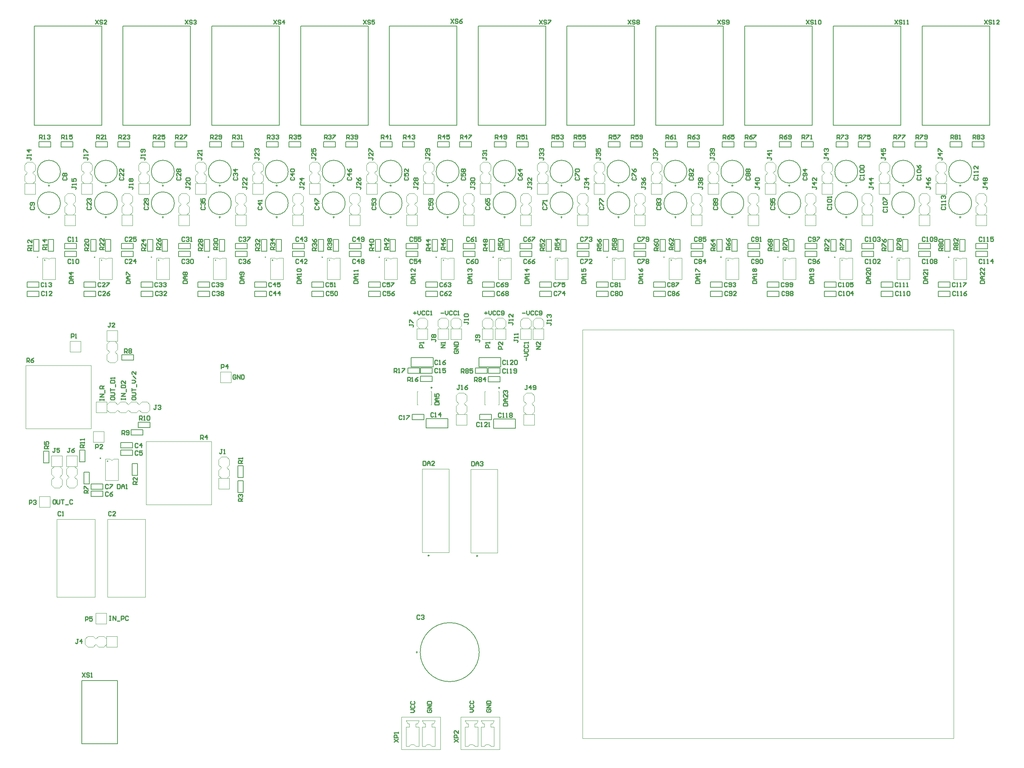
<source format=gto>
G04*
G04 #@! TF.GenerationSoftware,Altium Limited,Altium Designer,19.1.6 (110)*
G04*
G04 Layer_Color=65535*
%FSLAX43Y43*%
%MOMM*%
G71*
G01*
G75*
%ADD10C,0.100*%
%ADD11C,0.200*%
%ADD12C,0.250*%
%ADD13C,0.150*%
%ADD14C,0.254*%
D10*
X217952Y26714D02*
G03*
X216428Y26714I-762J-572D01*
G01*
X221762D02*
G03*
X220238Y26714I-762J-572D01*
G01*
X203952D02*
G03*
X202428Y26714I-762J-572D01*
G01*
X207762D02*
G03*
X206238Y26714I-762J-572D01*
G01*
X214590Y25900D02*
Y33650D01*
Y25900D02*
X223815D01*
X217952Y31286D02*
Y32048D01*
X218333D01*
X216428Y31286D02*
Y32048D01*
X216047D02*
X216428D01*
X218333Y26714D02*
X218714D01*
Y31286D01*
X217952D02*
X218714D01*
X215666Y26714D02*
X216047D01*
X215666D02*
Y31286D01*
X216428D01*
X217952Y26714D02*
X218333D01*
X216047D02*
X216428D01*
X215666Y32810D02*
X218714D01*
X215666D02*
X216047Y32048D01*
X218333D02*
X218714Y32810D01*
X222143Y32048D02*
X222524Y32810D01*
X219476D02*
X219857Y32048D01*
X223815Y25900D02*
Y33650D01*
X214590D02*
X223815D01*
X219476Y32810D02*
X222524D01*
X219857Y26714D02*
X220238D01*
X221762D02*
X222143D01*
X219476Y31286D02*
X220238D01*
X219476Y26714D02*
Y31286D01*
Y26714D02*
X219857D01*
X221762Y31286D02*
X222524D01*
Y26714D02*
Y31286D01*
X222143Y26714D02*
X222524D01*
X219857Y32048D02*
X220238D01*
Y31286D02*
Y32048D01*
X221762D02*
X222143D01*
X221762Y31286D02*
Y32048D01*
X200590Y25900D02*
Y33650D01*
Y25900D02*
X209815D01*
X203952Y31286D02*
Y32048D01*
X204333D01*
X202428Y31286D02*
Y32048D01*
X202047D02*
X202428D01*
X204333Y26714D02*
X204714D01*
Y31286D01*
X203952D02*
X204714D01*
X201666Y26714D02*
X202047D01*
X201666D02*
Y31286D01*
X202428D01*
X203952Y26714D02*
X204333D01*
X202047D02*
X202428D01*
X201666Y32810D02*
X204714D01*
X201666D02*
X202047Y32048D01*
X204333D02*
X204714Y32810D01*
X208143Y32048D02*
X208524Y32810D01*
X205476D02*
X205857Y32048D01*
X209815Y25900D02*
Y33650D01*
X200590D02*
X209815D01*
X205476Y32810D02*
X208524D01*
X205857Y26714D02*
X206238D01*
X207762D02*
X208143D01*
X205476Y31286D02*
X206238D01*
X205476Y26714D02*
Y31286D01*
Y26714D02*
X205857D01*
X207762Y31286D02*
X208524D01*
Y26714D02*
Y31286D01*
X208143Y26714D02*
X208524D01*
X205857Y32048D02*
X206238D01*
Y31286D02*
Y32048D01*
X207762D02*
X208143D01*
X207762Y31286D02*
Y32048D01*
X128130Y55730D02*
Y58270D01*
Y55730D02*
X130670D01*
Y58270D01*
X128130D02*
X130670D01*
X130035Y52770D02*
X130670Y52135D01*
X128765Y52770D02*
X130035D01*
X128130Y52135D02*
X128765Y52770D01*
X127495D02*
X128130Y52135D01*
X126225Y52770D02*
X127495D01*
X125590Y52135D02*
X126225Y52770D01*
X125590Y50865D02*
Y52135D01*
Y50865D02*
X126225Y50230D01*
X127495D01*
X128130Y50865D01*
X128765Y50230D01*
X130035D01*
X130670Y50865D01*
X133210Y50230D02*
Y52770D01*
X130670D02*
X133210D01*
X130670Y50230D02*
Y52770D01*
Y50230D02*
X133210D01*
X127530Y98830D02*
Y101370D01*
Y98830D02*
X130070D01*
Y101370D01*
X127530D02*
X130070D01*
X132340Y94840D02*
X133424D01*
X132100Y94600D02*
X132340Y94840D01*
X130376D02*
X131460D01*
X131700Y94600D01*
X132100D01*
X130376Y89760D02*
Y94840D01*
Y89760D02*
X133424D01*
Y94840D01*
X114730Y83430D02*
Y85970D01*
Y83430D02*
X117270D01*
Y85970D01*
X114730D02*
X117270D01*
X157630Y112930D02*
Y115470D01*
Y112930D02*
X160170D01*
Y115470D01*
X157630D02*
X160170D01*
X122030Y120230D02*
Y122770D01*
Y120230D02*
X124570D01*
Y122770D01*
X122030D02*
X124570D01*
X140000Y84000D02*
X155500D01*
X140000D02*
Y99000D01*
X155500D01*
Y84000D02*
Y99000D01*
X130750Y106465D02*
X131385Y105830D01*
X132655D01*
X133290Y106465D01*
X133925Y105830D01*
X135195D01*
X135830Y106465D01*
X140910D02*
Y107735D01*
X135195Y108370D02*
X135830Y107735D01*
X133925Y108370D02*
X135195D01*
X133290Y107735D02*
X133925Y108370D01*
X132655D02*
X133290Y107735D01*
X131385Y108370D02*
X132655D01*
X130750Y107735D02*
X131385Y108370D01*
X128210Y105830D02*
Y108370D01*
Y105830D02*
X130750D01*
Y108370D01*
X128210D02*
X130750D01*
X140275D02*
X140910Y107735D01*
X140275Y105830D02*
X140910Y106465D01*
X135830Y107735D02*
X136465Y108370D01*
X137735D01*
X138370Y107735D01*
X139005Y108370D01*
X140275D01*
X139005Y105830D02*
X140275D01*
X138370Y106465D02*
X139005Y105830D01*
X137735D02*
X138370Y106465D01*
X136465Y105830D02*
X137735D01*
X135830Y106465D02*
X136465Y105830D01*
X157230Y87690D02*
Y90230D01*
X159770D01*
Y87690D02*
Y90230D01*
X157230Y87690D02*
X159770D01*
X157230Y90865D02*
X157865Y90230D01*
X157230Y90865D02*
Y92135D01*
X157865Y92770D01*
X157230Y93405D02*
X157865Y92770D01*
X157230Y93405D02*
Y94675D01*
X157865Y95310D01*
X159135D01*
X159770Y94675D01*
Y93405D02*
Y94675D01*
X159135Y92770D02*
X159770Y93405D01*
X159135Y92770D02*
X159770Y92135D01*
Y90865D02*
Y92135D01*
X159135Y90230D02*
X159770Y90865D01*
X133270Y122770D02*
Y125310D01*
X130730Y122770D02*
X133270D01*
X130730D02*
Y125310D01*
X133270D01*
X132635Y122770D02*
X133270Y122135D01*
Y120865D02*
Y122135D01*
X132635Y120230D02*
X133270Y120865D01*
X132635Y120230D02*
X133270Y119595D01*
Y118325D02*
Y119595D01*
X132635Y117690D02*
X133270Y118325D01*
X131365Y117690D02*
X132635D01*
X130730Y118325D02*
X131365Y117690D01*
X130730Y118325D02*
Y119595D01*
X131365Y120230D01*
X130730Y120865D02*
X131365Y120230D01*
X130730Y120865D02*
Y122135D01*
X131365Y122770D01*
X111500Y102000D02*
Y117000D01*
Y102000D02*
X127000D01*
Y117000D01*
X111500D02*
X127000D01*
X232365Y128270D02*
X233635D01*
Y125730D02*
X234270Y126365D01*
Y127635D01*
X233635Y128270D02*
X234270Y127635D01*
X231730D02*
X232365Y128270D01*
X231730Y126365D02*
Y127635D01*
Y126365D02*
X232365Y125730D01*
X231730Y123190D02*
X234270D01*
Y125730D01*
X231730D02*
X234270D01*
X231730Y123190D02*
Y125730D01*
X229365Y128270D02*
X230635D01*
Y125730D02*
X231270Y126365D01*
Y127635D01*
X230635Y128270D02*
X231270Y127635D01*
X228730D02*
X229365Y128270D01*
X228730Y126365D02*
Y127635D01*
Y126365D02*
X229365Y125730D01*
X228730Y123190D02*
X231270D01*
Y125730D01*
X228730D02*
X231270D01*
X228730Y123190D02*
Y125730D01*
X223365Y128270D02*
X224635D01*
Y125730D02*
X225270Y126365D01*
Y127635D01*
X224635Y128270D02*
X225270Y127635D01*
X222730D02*
X223365Y128270D01*
X222730Y126365D02*
Y127635D01*
Y126365D02*
X223365Y125730D01*
X222730Y123190D02*
X225270D01*
Y125730D01*
X222730D02*
X225270D01*
X222730Y123190D02*
Y125730D01*
X220365Y128270D02*
X221635D01*
Y125730D02*
X222270Y126365D01*
Y127635D01*
X221635Y128270D02*
X222270Y127635D01*
X219730D02*
X220365Y128270D01*
X219730Y126365D02*
Y127635D01*
Y126365D02*
X220365Y125730D01*
X219730Y123190D02*
X222270D01*
Y125730D01*
X219730D02*
X222270D01*
X219730Y123190D02*
Y125730D01*
X212865Y128310D02*
X214135D01*
Y125770D02*
X214770Y126405D01*
Y127675D01*
X214135Y128310D02*
X214770Y127675D01*
X212230D02*
X212865Y128310D01*
X212230Y126405D02*
Y127675D01*
Y126405D02*
X212865Y125770D01*
X212230Y123230D02*
X214770D01*
Y125770D01*
X212230D02*
X214770D01*
X212230Y123230D02*
Y125770D01*
X204865Y128310D02*
X206135D01*
Y125770D02*
X206770Y126405D01*
Y127675D01*
X206135Y128310D02*
X206770Y127675D01*
X204230D02*
X204865Y128310D01*
X204230Y126405D02*
Y127675D01*
Y126405D02*
X204865Y125770D01*
X204230Y123230D02*
X206770D01*
Y125770D01*
X204230D02*
X206770D01*
X204230Y123230D02*
Y125770D01*
X209865Y128310D02*
X211135D01*
Y125770D02*
X211770Y126405D01*
Y127675D01*
X211135Y128310D02*
X211770Y127675D01*
X209230D02*
X209865Y128310D01*
X209230Y126405D02*
Y127675D01*
Y126405D02*
X209865Y125770D01*
X209230Y123230D02*
X211770D01*
Y125770D01*
X209230D02*
X211770D01*
X209230Y123230D02*
Y125770D01*
X231451Y105405D02*
X232086Y106040D01*
Y107310D01*
X231451Y107945D02*
X232086Y107310D01*
X231451Y107945D02*
X232086Y108580D01*
Y109850D01*
X231451Y110485D02*
X232086Y109850D01*
X230181Y110485D02*
X231451D01*
X229546Y109850D02*
X230181Y110485D01*
X229546Y108580D02*
Y109850D01*
Y108580D02*
X230181Y107945D01*
X229546Y107310D02*
X230181Y107945D01*
X229546Y106040D02*
Y107310D01*
Y106040D02*
X230181Y105405D01*
X229546Y102865D02*
X232086D01*
Y105405D01*
X229546D02*
X232086D01*
X229546Y102865D02*
Y105405D01*
X329135Y160190D02*
X329770Y160825D01*
Y162095D01*
X329135Y162730D02*
X329770Y162095D01*
X329135Y162730D02*
X329770Y163365D01*
Y164635D01*
X329135Y165270D02*
X329770Y164635D01*
X327865Y165270D02*
X329135D01*
X327230Y164635D02*
X327865Y165270D01*
X327230Y163365D02*
Y164635D01*
Y163365D02*
X327865Y162730D01*
X327230Y162095D02*
X327865Y162730D01*
X327230Y160825D02*
Y162095D01*
Y160825D02*
X327865Y160190D01*
X327230Y157650D02*
X329770D01*
Y160190D01*
X327230D02*
X329770D01*
X327230Y157650D02*
Y160190D01*
X338635Y152730D02*
X339270Y153365D01*
Y154635D01*
X338635Y155270D02*
X339270Y154635D01*
X338635Y155270D02*
X339270Y155905D01*
Y157175D01*
X338635Y157810D02*
X339270Y157175D01*
X337365Y157810D02*
X338635D01*
X336730Y157175D02*
X337365Y157810D01*
X336730Y155905D02*
Y157175D01*
Y155905D02*
X337365Y155270D01*
X336730Y154635D02*
X337365Y155270D01*
X336730Y153365D02*
Y154635D01*
Y153365D02*
X337365Y152730D01*
X336730Y150190D02*
X339270D01*
Y152730D01*
X336730D02*
X339270D01*
X336730Y150190D02*
Y152730D01*
X315635Y160190D02*
X316270Y160825D01*
Y162095D01*
X315635Y162730D02*
X316270Y162095D01*
X315635Y162730D02*
X316270Y163365D01*
Y164635D01*
X315635Y165270D02*
X316270Y164635D01*
X314365Y165270D02*
X315635D01*
X313730Y164635D02*
X314365Y165270D01*
X313730Y163365D02*
Y164635D01*
Y163365D02*
X314365Y162730D01*
X313730Y162095D02*
X314365Y162730D01*
X313730Y160825D02*
Y162095D01*
Y160825D02*
X314365Y160190D01*
X313730Y157650D02*
X316270D01*
Y160190D01*
X313730D02*
X316270D01*
X313730Y157650D02*
Y160190D01*
X325135Y152730D02*
X325770Y153365D01*
Y154635D01*
X325135Y155270D02*
X325770Y154635D01*
X325135Y155270D02*
X325770Y155905D01*
Y157175D01*
X325135Y157810D02*
X325770Y157175D01*
X323865Y157810D02*
X325135D01*
X323230Y157175D02*
X323865Y157810D01*
X323230Y155905D02*
Y157175D01*
Y155905D02*
X323865Y155270D01*
X323230Y154635D02*
X323865Y155270D01*
X323230Y153365D02*
Y154635D01*
Y153365D02*
X323865Y152730D01*
X323230Y150190D02*
X325770D01*
Y152730D01*
X323230D02*
X325770D01*
X323230Y150190D02*
Y152730D01*
X302135Y160190D02*
X302770Y160825D01*
Y162095D01*
X302135Y162730D02*
X302770Y162095D01*
X302135Y162730D02*
X302770Y163365D01*
Y164635D01*
X302135Y165270D02*
X302770Y164635D01*
X300865Y165270D02*
X302135D01*
X300230Y164635D02*
X300865Y165270D01*
X300230Y163365D02*
Y164635D01*
Y163365D02*
X300865Y162730D01*
X300230Y162095D02*
X300865Y162730D01*
X300230Y160825D02*
Y162095D01*
Y160825D02*
X300865Y160190D01*
X300230Y157650D02*
X302770D01*
Y160190D01*
X300230D02*
X302770D01*
X300230Y157650D02*
Y160190D01*
X311635Y152730D02*
X312270Y153365D01*
Y154635D01*
X311635Y155270D02*
X312270Y154635D01*
X311635Y155270D02*
X312270Y155905D01*
Y157175D01*
X311635Y157810D02*
X312270Y157175D01*
X310365Y157810D02*
X311635D01*
X309730Y157175D02*
X310365Y157810D01*
X309730Y155905D02*
Y157175D01*
Y155905D02*
X310365Y155270D01*
X309730Y154635D02*
X310365Y155270D01*
X309730Y153365D02*
Y154635D01*
Y153365D02*
X310365Y152730D01*
X309730Y150190D02*
X312270D01*
Y152730D01*
X309730D02*
X312270D01*
X309730Y150190D02*
Y152730D01*
X288635Y160190D02*
X289270Y160825D01*
Y162095D01*
X288635Y162730D02*
X289270Y162095D01*
X288635Y162730D02*
X289270Y163365D01*
Y164635D01*
X288635Y165270D02*
X289270Y164635D01*
X287365Y165270D02*
X288635D01*
X286730Y164635D02*
X287365Y165270D01*
X286730Y163365D02*
Y164635D01*
Y163365D02*
X287365Y162730D01*
X286730Y162095D02*
X287365Y162730D01*
X286730Y160825D02*
Y162095D01*
Y160825D02*
X287365Y160190D01*
X286730Y157650D02*
X289270D01*
Y160190D01*
X286730D02*
X289270D01*
X286730Y157650D02*
Y160190D01*
X298135Y152730D02*
X298770Y153365D01*
Y154635D01*
X298135Y155270D02*
X298770Y154635D01*
X298135Y155270D02*
X298770Y155905D01*
Y157175D01*
X298135Y157810D02*
X298770Y157175D01*
X296865Y157810D02*
X298135D01*
X296230Y157175D02*
X296865Y157810D01*
X296230Y155905D02*
Y157175D01*
Y155905D02*
X296865Y155270D01*
X296230Y154635D02*
X296865Y155270D01*
X296230Y153365D02*
Y154635D01*
Y153365D02*
X296865Y152730D01*
X296230Y150190D02*
X298770D01*
Y152730D01*
X296230D02*
X298770D01*
X296230Y150190D02*
Y152730D01*
X275135Y160190D02*
X275770Y160825D01*
Y162095D01*
X275135Y162730D02*
X275770Y162095D01*
X275135Y162730D02*
X275770Y163365D01*
Y164635D01*
X275135Y165270D02*
X275770Y164635D01*
X273865Y165270D02*
X275135D01*
X273230Y164635D02*
X273865Y165270D01*
X273230Y163365D02*
Y164635D01*
Y163365D02*
X273865Y162730D01*
X273230Y162095D02*
X273865Y162730D01*
X273230Y160825D02*
Y162095D01*
Y160825D02*
X273865Y160190D01*
X273230Y157650D02*
X275770D01*
Y160190D01*
X273230D02*
X275770D01*
X273230Y157650D02*
Y160190D01*
X284635Y152730D02*
X285270Y153365D01*
Y154635D01*
X284635Y155270D02*
X285270Y154635D01*
X284635Y155270D02*
X285270Y155905D01*
Y157175D01*
X284635Y157810D02*
X285270Y157175D01*
X283365Y157810D02*
X284635D01*
X282730Y157175D02*
X283365Y157810D01*
X282730Y155905D02*
Y157175D01*
Y155905D02*
X283365Y155270D01*
X282730Y154635D02*
X283365Y155270D01*
X282730Y153365D02*
Y154635D01*
Y153365D02*
X283365Y152730D01*
X282730Y150190D02*
X285270D01*
Y152730D01*
X282730D02*
X285270D01*
X282730Y150190D02*
Y152730D01*
X261635Y160190D02*
X262270Y160825D01*
Y162095D01*
X261635Y162730D02*
X262270Y162095D01*
X261635Y162730D02*
X262270Y163365D01*
Y164635D01*
X261635Y165270D02*
X262270Y164635D01*
X260365Y165270D02*
X261635D01*
X259730Y164635D02*
X260365Y165270D01*
X259730Y163365D02*
Y164635D01*
Y163365D02*
X260365Y162730D01*
X259730Y162095D02*
X260365Y162730D01*
X259730Y160825D02*
Y162095D01*
Y160825D02*
X260365Y160190D01*
X259730Y157650D02*
X262270D01*
Y160190D01*
X259730D02*
X262270D01*
X259730Y157650D02*
Y160190D01*
X271135Y152730D02*
X271770Y153365D01*
Y154635D01*
X271135Y155270D02*
X271770Y154635D01*
X271135Y155270D02*
X271770Y155905D01*
Y157175D01*
X271135Y157810D02*
X271770Y157175D01*
X269865Y157810D02*
X271135D01*
X269230Y157175D02*
X269865Y157810D01*
X269230Y155905D02*
Y157175D01*
Y155905D02*
X269865Y155270D01*
X269230Y154635D02*
X269865Y155270D01*
X269230Y153365D02*
Y154635D01*
Y153365D02*
X269865Y152730D01*
X269230Y150190D02*
X271770D01*
Y152730D01*
X269230D02*
X271770D01*
X269230Y150190D02*
Y152730D01*
X248135Y160190D02*
X248770Y160825D01*
Y162095D01*
X248135Y162730D02*
X248770Y162095D01*
X248135Y162730D02*
X248770Y163365D01*
Y164635D01*
X248135Y165270D02*
X248770Y164635D01*
X246865Y165270D02*
X248135D01*
X246230Y164635D02*
X246865Y165270D01*
X246230Y163365D02*
Y164635D01*
Y163365D02*
X246865Y162730D01*
X246230Y162095D02*
X246865Y162730D01*
X246230Y160825D02*
Y162095D01*
Y160825D02*
X246865Y160190D01*
X246230Y157650D02*
X248770D01*
Y160190D01*
X246230D02*
X248770D01*
X246230Y157650D02*
Y160190D01*
X257635Y152730D02*
X258270Y153365D01*
Y154635D01*
X257635Y155270D02*
X258270Y154635D01*
X257635Y155270D02*
X258270Y155905D01*
Y157175D01*
X257635Y157810D02*
X258270Y157175D01*
X256365Y157810D02*
X257635D01*
X255730Y157175D02*
X256365Y157810D01*
X255730Y155905D02*
Y157175D01*
Y155905D02*
X256365Y155270D01*
X255730Y154635D02*
X256365Y155270D01*
X255730Y153365D02*
Y154635D01*
Y153365D02*
X256365Y152730D01*
X255730Y150190D02*
X258270D01*
Y152730D01*
X255730D02*
X258270D01*
X255730Y150190D02*
Y152730D01*
X234635Y160190D02*
X235270Y160825D01*
Y162095D01*
X234635Y162730D02*
X235270Y162095D01*
X234635Y162730D02*
X235270Y163365D01*
Y164635D01*
X234635Y165270D02*
X235270Y164635D01*
X233365Y165270D02*
X234635D01*
X232730Y164635D02*
X233365Y165270D01*
X232730Y163365D02*
Y164635D01*
Y163365D02*
X233365Y162730D01*
X232730Y162095D02*
X233365Y162730D01*
X232730Y160825D02*
Y162095D01*
Y160825D02*
X233365Y160190D01*
X232730Y157650D02*
X235270D01*
Y160190D01*
X232730D02*
X235270D01*
X232730Y157650D02*
Y160190D01*
X244135Y152730D02*
X244770Y153365D01*
Y154635D01*
X244135Y155270D02*
X244770Y154635D01*
X244135Y155270D02*
X244770Y155905D01*
Y157175D01*
X244135Y157810D02*
X244770Y157175D01*
X242865Y157810D02*
X244135D01*
X242230Y157175D02*
X242865Y157810D01*
X242230Y155905D02*
Y157175D01*
Y155905D02*
X242865Y155270D01*
X242230Y154635D02*
X242865Y155270D01*
X242230Y153365D02*
Y154635D01*
Y153365D02*
X242865Y152730D01*
X242230Y150190D02*
X244770D01*
Y152730D01*
X242230D02*
X244770D01*
X242230Y150190D02*
Y152730D01*
X221135Y160190D02*
X221770Y160825D01*
Y162095D01*
X221135Y162730D02*
X221770Y162095D01*
X221135Y162730D02*
X221770Y163365D01*
Y164635D01*
X221135Y165270D02*
X221770Y164635D01*
X219865Y165270D02*
X221135D01*
X219230Y164635D02*
X219865Y165270D01*
X219230Y163365D02*
Y164635D01*
Y163365D02*
X219865Y162730D01*
X219230Y162095D02*
X219865Y162730D01*
X219230Y160825D02*
Y162095D01*
Y160825D02*
X219865Y160190D01*
X219230Y157650D02*
X221770D01*
Y160190D01*
X219230D02*
X221770D01*
X219230Y157650D02*
Y160190D01*
X230635Y152730D02*
X231270Y153365D01*
Y154635D01*
X230635Y155270D02*
X231270Y154635D01*
X230635Y155270D02*
X231270Y155905D01*
Y157175D01*
X230635Y157810D02*
X231270Y157175D01*
X229365Y157810D02*
X230635D01*
X228730Y157175D02*
X229365Y157810D01*
X228730Y155905D02*
Y157175D01*
Y155905D02*
X229365Y155270D01*
X228730Y154635D02*
X229365Y155270D01*
X228730Y153365D02*
Y154635D01*
Y153365D02*
X229365Y152730D01*
X228730Y150190D02*
X231270D01*
Y152730D01*
X228730D02*
X231270D01*
X228730Y150190D02*
Y152730D01*
X207635Y160190D02*
X208270Y160825D01*
Y162095D01*
X207635Y162730D02*
X208270Y162095D01*
X207635Y162730D02*
X208270Y163365D01*
Y164635D01*
X207635Y165270D02*
X208270Y164635D01*
X206365Y165270D02*
X207635D01*
X205730Y164635D02*
X206365Y165270D01*
X205730Y163365D02*
Y164635D01*
Y163365D02*
X206365Y162730D01*
X205730Y162095D02*
X206365Y162730D01*
X205730Y160825D02*
Y162095D01*
Y160825D02*
X206365Y160190D01*
X205730Y157650D02*
X208270D01*
Y160190D01*
X205730D02*
X208270D01*
X205730Y157650D02*
Y160190D01*
X217135Y152730D02*
X217770Y153365D01*
Y154635D01*
X217135Y155270D02*
X217770Y154635D01*
X217135Y155270D02*
X217770Y155905D01*
Y157175D01*
X217135Y157810D02*
X217770Y157175D01*
X215865Y157810D02*
X217135D01*
X215230Y157175D02*
X215865Y157810D01*
X215230Y155905D02*
Y157175D01*
Y155905D02*
X215865Y155270D01*
X215230Y154635D02*
X215865Y155270D01*
X215230Y153365D02*
Y154635D01*
Y153365D02*
X215865Y152730D01*
X215230Y150190D02*
X217770D01*
Y152730D01*
X215230D02*
X217770D01*
X215230Y150190D02*
Y152730D01*
X194135Y160190D02*
X194770Y160825D01*
Y162095D01*
X194135Y162730D02*
X194770Y162095D01*
X194135Y162730D02*
X194770Y163365D01*
Y164635D01*
X194135Y165270D02*
X194770Y164635D01*
X192865Y165270D02*
X194135D01*
X192230Y164635D02*
X192865Y165270D01*
X192230Y163365D02*
Y164635D01*
Y163365D02*
X192865Y162730D01*
X192230Y162095D02*
X192865Y162730D01*
X192230Y160825D02*
Y162095D01*
Y160825D02*
X192865Y160190D01*
X192230Y157650D02*
X194770D01*
Y160190D01*
X192230D02*
X194770D01*
X192230Y157650D02*
Y160190D01*
X203635Y152730D02*
X204270Y153365D01*
Y154635D01*
X203635Y155270D02*
X204270Y154635D01*
X203635Y155270D02*
X204270Y155905D01*
Y157175D01*
X203635Y157810D02*
X204270Y157175D01*
X202365Y157810D02*
X203635D01*
X201730Y157175D02*
X202365Y157810D01*
X201730Y155905D02*
Y157175D01*
Y155905D02*
X202365Y155270D01*
X201730Y154635D02*
X202365Y155270D01*
X201730Y153365D02*
Y154635D01*
Y153365D02*
X202365Y152730D01*
X201730Y150190D02*
X204270D01*
Y152730D01*
X201730D02*
X204270D01*
X201730Y150190D02*
Y152730D01*
X180635Y160190D02*
X181270Y160825D01*
Y162095D01*
X180635Y162730D02*
X181270Y162095D01*
X180635Y162730D02*
X181270Y163365D01*
Y164635D01*
X180635Y165270D02*
X181270Y164635D01*
X179365Y165270D02*
X180635D01*
X178730Y164635D02*
X179365Y165270D01*
X178730Y163365D02*
Y164635D01*
Y163365D02*
X179365Y162730D01*
X178730Y162095D02*
X179365Y162730D01*
X178730Y160825D02*
Y162095D01*
Y160825D02*
X179365Y160190D01*
X178730Y157650D02*
X181270D01*
Y160190D01*
X178730D02*
X181270D01*
X178730Y157650D02*
Y160190D01*
X190135Y152730D02*
X190770Y153365D01*
Y154635D01*
X190135Y155270D02*
X190770Y154635D01*
X190135Y155270D02*
X190770Y155905D01*
Y157175D01*
X190135Y157810D02*
X190770Y157175D01*
X188865Y157810D02*
X190135D01*
X188230Y157175D02*
X188865Y157810D01*
X188230Y155905D02*
Y157175D01*
Y155905D02*
X188865Y155270D01*
X188230Y154635D02*
X188865Y155270D01*
X188230Y153365D02*
Y154635D01*
Y153365D02*
X188865Y152730D01*
X188230Y150190D02*
X190770D01*
Y152730D01*
X188230D02*
X190770D01*
X188230Y150190D02*
Y152730D01*
X167135Y160190D02*
X167770Y160825D01*
Y162095D01*
X167135Y162730D02*
X167770Y162095D01*
X167135Y162730D02*
X167770Y163365D01*
Y164635D01*
X167135Y165270D02*
X167770Y164635D01*
X165865Y165270D02*
X167135D01*
X165230Y164635D02*
X165865Y165270D01*
X165230Y163365D02*
Y164635D01*
Y163365D02*
X165865Y162730D01*
X165230Y162095D02*
X165865Y162730D01*
X165230Y160825D02*
Y162095D01*
Y160825D02*
X165865Y160190D01*
X165230Y157650D02*
X167770D01*
Y160190D01*
X165230D02*
X167770D01*
X165230Y157650D02*
Y160190D01*
X176635Y152730D02*
X177270Y153365D01*
Y154635D01*
X176635Y155270D02*
X177270Y154635D01*
X176635Y155270D02*
X177270Y155905D01*
Y157175D01*
X176635Y157810D02*
X177270Y157175D01*
X175365Y157810D02*
X176635D01*
X174730Y157175D02*
X175365Y157810D01*
X174730Y155905D02*
Y157175D01*
Y155905D02*
X175365Y155270D01*
X174730Y154635D02*
X175365Y155270D01*
X174730Y153365D02*
Y154635D01*
Y153365D02*
X175365Y152730D01*
X174730Y150190D02*
X177270D01*
Y152730D01*
X174730D02*
X177270D01*
X174730Y150190D02*
Y152730D01*
X153635Y160190D02*
X154270Y160825D01*
Y162095D01*
X153635Y162730D02*
X154270Y162095D01*
X153635Y162730D02*
X154270Y163365D01*
Y164635D01*
X153635Y165270D02*
X154270Y164635D01*
X152365Y165270D02*
X153635D01*
X151730Y164635D02*
X152365Y165270D01*
X151730Y163365D02*
Y164635D01*
Y163365D02*
X152365Y162730D01*
X151730Y162095D02*
X152365Y162730D01*
X151730Y160825D02*
Y162095D01*
Y160825D02*
X152365Y160190D01*
X151730Y157650D02*
X154270D01*
Y160190D01*
X151730D02*
X154270D01*
X151730Y157650D02*
Y160190D01*
X163135Y152730D02*
X163770Y153365D01*
Y154635D01*
X163135Y155270D02*
X163770Y154635D01*
X163135Y155270D02*
X163770Y155905D01*
Y157175D01*
X163135Y157810D02*
X163770Y157175D01*
X161865Y157810D02*
X163135D01*
X161230Y157175D02*
X161865Y157810D01*
X161230Y155905D02*
Y157175D01*
Y155905D02*
X161865Y155270D01*
X161230Y154635D02*
X161865Y155270D01*
X161230Y153365D02*
Y154635D01*
Y153365D02*
X161865Y152730D01*
X161230Y150190D02*
X163770D01*
Y152730D01*
X161230D02*
X163770D01*
X161230Y150190D02*
Y152730D01*
X140135Y160190D02*
X140770Y160825D01*
Y162095D01*
X140135Y162730D02*
X140770Y162095D01*
X140135Y162730D02*
X140770Y163365D01*
Y164635D01*
X140135Y165270D02*
X140770Y164635D01*
X138865Y165270D02*
X140135D01*
X138230Y164635D02*
X138865Y165270D01*
X138230Y163365D02*
Y164635D01*
Y163365D02*
X138865Y162730D01*
X138230Y162095D02*
X138865Y162730D01*
X138230Y160825D02*
Y162095D01*
Y160825D02*
X138865Y160190D01*
X138230Y157650D02*
X140770D01*
Y160190D01*
X138230D02*
X140770D01*
X138230Y157650D02*
Y160190D01*
X149635Y152730D02*
X150270Y153365D01*
Y154635D01*
X149635Y155270D02*
X150270Y154635D01*
X149635Y155270D02*
X150270Y155905D01*
Y157175D01*
X149635Y157810D02*
X150270Y157175D01*
X148365Y157810D02*
X149635D01*
X147730Y157175D02*
X148365Y157810D01*
X147730Y155905D02*
Y157175D01*
Y155905D02*
X148365Y155270D01*
X147730Y154635D02*
X148365Y155270D01*
X147730Y153365D02*
Y154635D01*
Y153365D02*
X148365Y152730D01*
X147730Y150190D02*
X150270D01*
Y152730D01*
X147730D02*
X150270D01*
X147730Y150190D02*
Y152730D01*
X126635Y160190D02*
X127270Y160825D01*
Y162095D01*
X126635Y162730D02*
X127270Y162095D01*
X126635Y162730D02*
X127270Y163365D01*
Y164635D01*
X126635Y165270D02*
X127270Y164635D01*
X125365Y165270D02*
X126635D01*
X124730Y164635D02*
X125365Y165270D01*
X124730Y163365D02*
Y164635D01*
Y163365D02*
X125365Y162730D01*
X124730Y162095D02*
X125365Y162730D01*
X124730Y160825D02*
Y162095D01*
Y160825D02*
X125365Y160190D01*
X124730Y157650D02*
X127270D01*
Y160190D01*
X124730D02*
X127270D01*
X124730Y157650D02*
Y160190D01*
X136135Y152730D02*
X136770Y153365D01*
Y154635D01*
X136135Y155270D02*
X136770Y154635D01*
X136135Y155270D02*
X136770Y155905D01*
Y157175D01*
X136135Y157810D02*
X136770Y157175D01*
X134865Y157810D02*
X136135D01*
X134230Y157175D02*
X134865Y157810D01*
X134230Y155905D02*
Y157175D01*
Y155905D02*
X134865Y155270D01*
X134230Y154635D02*
X134865Y155270D01*
X134230Y153365D02*
Y154635D01*
Y153365D02*
X134865Y152730D01*
X134230Y150190D02*
X136770D01*
Y152730D01*
X134230D02*
X136770D01*
X134230Y150190D02*
Y152730D01*
X118900Y62047D02*
Y80564D01*
Y62047D02*
X127900D01*
Y80564D01*
X118900D02*
X127900D01*
X130900Y62047D02*
Y80564D01*
Y62047D02*
X139900D01*
Y80564D01*
X130900D02*
X139900D01*
X122635Y152730D02*
X123270Y153365D01*
Y154635D01*
X122635Y155270D02*
X123270Y154635D01*
X122635Y155270D02*
X123270Y155905D01*
Y157175D01*
X122635Y157810D02*
X123270Y157175D01*
X121365Y157810D02*
X122635D01*
X120730Y157175D02*
X121365Y157810D01*
X120730Y155905D02*
Y157175D01*
Y155905D02*
X121365Y155270D01*
X120730Y154635D02*
X121365Y155270D01*
X120730Y153365D02*
Y154635D01*
Y153365D02*
X121365Y152730D01*
X120730Y150190D02*
X123270D01*
Y152730D01*
X120730D02*
X123270D01*
X120730Y150190D02*
Y152730D01*
X113135Y160190D02*
X113770Y160825D01*
Y162095D01*
X113135Y162730D02*
X113770Y162095D01*
X113135Y162730D02*
X113770Y163365D01*
Y164635D01*
X113135Y165270D02*
X113770Y164635D01*
X111865Y165270D02*
X113135D01*
X111230Y164635D02*
X111865Y165270D01*
X111230Y163365D02*
Y164635D01*
Y163365D02*
X111865Y162730D01*
X111230Y162095D02*
X111865Y162730D01*
X111230Y160825D02*
Y162095D01*
Y160825D02*
X111865Y160190D01*
X111230Y157650D02*
X113770D01*
Y160190D01*
X111230D02*
X113770D01*
X111230Y157650D02*
Y160190D01*
X243500Y125500D02*
X331500D01*
X243500D02*
X243500Y28500D01*
X331500D01*
X331500Y125500D02*
X331500Y28500D01*
X213489Y102915D02*
Y105455D01*
X216029D01*
Y102915D02*
Y105455D01*
X213489Y102915D02*
X216029D01*
X213489Y106090D02*
X214124Y105455D01*
X213489Y106090D02*
Y107360D01*
X214124Y107995D01*
X213489Y108630D02*
X214124Y107995D01*
X213489Y108630D02*
Y109900D01*
X214124Y110535D01*
X215394D01*
X216029Y109900D01*
Y108630D02*
Y109900D01*
X215394Y107995D02*
X216029Y108630D01*
X215394Y107995D02*
X216029Y107360D01*
Y106090D02*
Y107360D01*
X215394Y105455D02*
X216029Y106090D01*
X204275Y107740D02*
Y110860D01*
X207675Y107740D02*
Y110860D01*
X207475D02*
X207675D01*
X207475Y107740D02*
X207675D01*
X204275Y110860D02*
X204475D01*
X204275Y107740D02*
X204475D01*
X220300Y107690D02*
Y110810D01*
X223700Y107690D02*
Y110810D01*
X223500D02*
X223700D01*
X223500Y107690D02*
X223700D01*
X220300Y110810D02*
X220500D01*
X220300Y107690D02*
X220500D01*
X334524Y137460D02*
Y142540D01*
X331476Y137460D02*
X334524D01*
X331476D02*
Y142540D01*
X332800Y142300D02*
X333200D01*
X332560Y142540D02*
X332800Y142300D01*
X331476Y142540D02*
X332560D01*
X333200Y142300D02*
X333440Y142540D01*
X334524D01*
X321024Y137460D02*
Y142540D01*
X317976Y137460D02*
X321024D01*
X317976D02*
Y142540D01*
X319300Y142300D02*
X319700D01*
X319060Y142540D02*
X319300Y142300D01*
X317976Y142540D02*
X319060D01*
X319700Y142300D02*
X319940Y142540D01*
X321024D01*
X307524Y137460D02*
Y142540D01*
X304476Y137460D02*
X307524D01*
X304476D02*
Y142540D01*
X305800Y142300D02*
X306200D01*
X305560Y142540D02*
X305800Y142300D01*
X304476Y142540D02*
X305560D01*
X306200Y142300D02*
X306440Y142540D01*
X307524D01*
X294024Y137460D02*
Y142540D01*
X290976Y137460D02*
X294024D01*
X290976D02*
Y142540D01*
X292300Y142300D02*
X292700D01*
X292060Y142540D02*
X292300Y142300D01*
X290976Y142540D02*
X292060D01*
X292700Y142300D02*
X292940Y142540D01*
X294024D01*
X280524Y137460D02*
Y142540D01*
X277476Y137460D02*
X280524D01*
X277476D02*
Y142540D01*
X278800Y142300D02*
X279200D01*
X278560Y142540D02*
X278800Y142300D01*
X277476Y142540D02*
X278560D01*
X279200Y142300D02*
X279440Y142540D01*
X280524D01*
X267024Y137460D02*
Y142540D01*
X263976Y137460D02*
X267024D01*
X263976D02*
Y142540D01*
X265300Y142300D02*
X265700D01*
X265060Y142540D02*
X265300Y142300D01*
X263976Y142540D02*
X265060D01*
X265700Y142300D02*
X265940Y142540D01*
X267024D01*
X253524Y137460D02*
Y142540D01*
X250476Y137460D02*
X253524D01*
X250476D02*
Y142540D01*
X251800Y142300D02*
X252200D01*
X251560Y142540D02*
X251800Y142300D01*
X250476Y142540D02*
X251560D01*
X252200Y142300D02*
X252440Y142540D01*
X253524D01*
X240024Y137460D02*
Y142540D01*
X236976Y137460D02*
X240024D01*
X236976D02*
Y142540D01*
X238300Y142300D02*
X238700D01*
X238060Y142540D02*
X238300Y142300D01*
X236976Y142540D02*
X238060D01*
X238700Y142300D02*
X238940Y142540D01*
X240024D01*
X226524Y137460D02*
Y142540D01*
X223476Y137460D02*
X226524D01*
X223476D02*
Y142540D01*
X224800Y142300D02*
X225200D01*
X224560Y142540D02*
X224800Y142300D01*
X223476Y142540D02*
X224560D01*
X225200Y142300D02*
X225440Y142540D01*
X226524D01*
X213024Y137460D02*
Y142540D01*
X209976Y137460D02*
X213024D01*
X209976D02*
Y142540D01*
X211300Y142300D02*
X211700D01*
X211060Y142540D02*
X211300Y142300D01*
X209976Y142540D02*
X211060D01*
X211700Y142300D02*
X211940Y142540D01*
X213024D01*
X199524Y137460D02*
Y142540D01*
X196476Y137460D02*
X199524D01*
X196476D02*
Y142540D01*
X197800Y142300D02*
X198200D01*
X197560Y142540D02*
X197800Y142300D01*
X196476Y142540D02*
X197560D01*
X198200Y142300D02*
X198440Y142540D01*
X199524D01*
X186024Y137460D02*
Y142540D01*
X182976Y137460D02*
X186024D01*
X182976D02*
Y142540D01*
X184300Y142300D02*
X184700D01*
X184060Y142540D02*
X184300Y142300D01*
X182976Y142540D02*
X184060D01*
X184700Y142300D02*
X184940Y142540D01*
X186024D01*
X172524Y137460D02*
Y142540D01*
X169476Y137460D02*
X172524D01*
X169476D02*
Y142540D01*
X170800Y142300D02*
X171200D01*
X170560Y142540D02*
X170800Y142300D01*
X169476Y142540D02*
X170560D01*
X171200Y142300D02*
X171440Y142540D01*
X172524D01*
X159024Y137460D02*
Y142540D01*
X155976Y137460D02*
X159024D01*
X155976D02*
Y142540D01*
X157300Y142300D02*
X157700D01*
X157060Y142540D02*
X157300Y142300D01*
X155976Y142540D02*
X157060D01*
X157700Y142300D02*
X157940Y142540D01*
X159024D01*
X145524Y137460D02*
Y142540D01*
X142476Y137460D02*
X145524D01*
X142476D02*
Y142540D01*
X143800Y142300D02*
X144200D01*
X143560Y142540D02*
X143800Y142300D01*
X142476Y142540D02*
X143560D01*
X144200Y142300D02*
X144440Y142540D01*
X145524D01*
X132024Y137460D02*
Y142540D01*
X128976Y137460D02*
X132024D01*
X128976D02*
Y142540D01*
X130300Y142300D02*
X130700D01*
X130060Y142540D02*
X130300Y142300D01*
X128976Y142540D02*
X130060D01*
X130700Y142300D02*
X130940Y142540D01*
X132024D01*
X118524Y137460D02*
Y142540D01*
X115476Y137460D02*
X118524D01*
X115476D02*
Y142540D01*
X116800Y142300D02*
X117200D01*
X116560Y142540D02*
X116800Y142300D01*
X115476Y142540D02*
X116560D01*
X117200Y142300D02*
X117440Y142540D01*
X118524D01*
X120170Y93070D02*
Y95610D01*
X117630Y93070D02*
X120170D01*
X117630D02*
Y95610D01*
X120170D01*
X119535Y93070D02*
X120170Y92435D01*
Y91165D02*
Y92435D01*
X119535Y90530D02*
X120170Y91165D01*
X119535Y90530D02*
X120170Y89895D01*
Y88625D02*
Y89895D01*
X119535Y87990D02*
X120170Y88625D01*
X118265Y87990D02*
X119535D01*
X117630Y88625D02*
X118265Y87990D01*
X117630Y88625D02*
Y89895D01*
X118265Y90530D01*
X117630Y91165D02*
X118265Y90530D01*
X117630Y91165D02*
Y92435D01*
X118265Y93070D01*
X123670D02*
Y95610D01*
X121130Y93070D02*
X123670D01*
X121130D02*
Y95610D01*
X123670D01*
X123035Y93070D02*
X123670Y92435D01*
Y91165D02*
Y92435D01*
X123035Y90530D02*
X123670Y91165D01*
X123035Y90530D02*
X123670Y89895D01*
Y88625D02*
Y89895D01*
X123035Y87990D02*
X123670Y88625D01*
X121765Y87990D02*
X123035D01*
X121130Y88625D02*
X121765Y87990D01*
X121130Y88625D02*
Y89895D01*
X121765Y90530D01*
X121130Y91165D02*
X121765Y90530D01*
X121130Y91165D02*
Y92435D01*
X121765Y93070D01*
X205476Y72674D02*
Y92486D01*
X211826D01*
Y72674D02*
Y92486D01*
X205476Y72674D02*
X211826D01*
X216976Y72594D02*
Y92406D01*
X223326D01*
Y72594D02*
Y92406D01*
X216976Y72594D02*
X223326D01*
D11*
X129300Y95000D02*
G03*
X129300Y95000I-100J0D01*
G01*
X131000Y94300D02*
G03*
X131000Y94300I-100J0D01*
G01*
X335700Y163000D02*
G03*
X335700Y163000I-2700J0D01*
G01*
Y155500D02*
G03*
X335700Y155500I-2700J0D01*
G01*
X322200Y163000D02*
G03*
X322200Y163000I-2700J0D01*
G01*
Y155500D02*
G03*
X322200Y155500I-2700J0D01*
G01*
X308700Y163000D02*
G03*
X308700Y163000I-2700J0D01*
G01*
Y155500D02*
G03*
X308700Y155500I-2700J0D01*
G01*
X295200Y163000D02*
G03*
X295200Y163000I-2700J0D01*
G01*
Y155500D02*
G03*
X295200Y155500I-2700J0D01*
G01*
X281700Y163000D02*
G03*
X281700Y163000I-2700J0D01*
G01*
Y155500D02*
G03*
X281700Y155500I-2700J0D01*
G01*
X268200Y163000D02*
G03*
X268200Y163000I-2700J0D01*
G01*
Y155500D02*
G03*
X268200Y155500I-2700J0D01*
G01*
X254700Y163000D02*
G03*
X254700Y163000I-2700J0D01*
G01*
Y155500D02*
G03*
X254700Y155500I-2700J0D01*
G01*
X241200Y163000D02*
G03*
X241200Y163000I-2700J0D01*
G01*
Y155500D02*
G03*
X241200Y155500I-2700J0D01*
G01*
X227700Y163000D02*
G03*
X227700Y163000I-2700J0D01*
G01*
Y155500D02*
G03*
X227700Y155500I-2700J0D01*
G01*
X214200Y163000D02*
G03*
X214200Y163000I-2700J0D01*
G01*
Y155500D02*
G03*
X214200Y155500I-2700J0D01*
G01*
X200700Y163000D02*
G03*
X200700Y163000I-2700J0D01*
G01*
Y155500D02*
G03*
X200700Y155500I-2700J0D01*
G01*
X187200Y163000D02*
G03*
X187200Y163000I-2700J0D01*
G01*
Y155500D02*
G03*
X187200Y155500I-2700J0D01*
G01*
X173700Y163000D02*
G03*
X173700Y163000I-2700J0D01*
G01*
Y155500D02*
G03*
X173700Y155500I-2700J0D01*
G01*
X160200Y163000D02*
G03*
X160200Y163000I-2700J0D01*
G01*
Y155500D02*
G03*
X160200Y155500I-2700J0D01*
G01*
X146700Y163000D02*
G03*
X146700Y163000I-2700J0D01*
G01*
Y155500D02*
G03*
X146700Y155500I-2700J0D01*
G01*
X133200Y163000D02*
G03*
X133200Y163000I-2700J0D01*
G01*
Y155500D02*
G03*
X133200Y155500I-2700J0D01*
G01*
X219000Y49000D02*
G03*
X219000Y49000I-7000J0D01*
G01*
X119700Y163000D02*
G03*
X119700Y163000I-2700J0D01*
G01*
Y155500D02*
G03*
X119700Y155500I-2700J0D01*
G01*
X332100Y142000D02*
G03*
X332100Y142000I-100J0D01*
G01*
X330400Y142700D02*
G03*
X330400Y142700I-100J0D01*
G01*
X318600Y142000D02*
G03*
X318600Y142000I-100J0D01*
G01*
X316900Y142700D02*
G03*
X316900Y142700I-100J0D01*
G01*
X305100Y142000D02*
G03*
X305100Y142000I-100J0D01*
G01*
X303400Y142700D02*
G03*
X303400Y142700I-100J0D01*
G01*
X291600Y142000D02*
G03*
X291600Y142000I-100J0D01*
G01*
X289900Y142700D02*
G03*
X289900Y142700I-100J0D01*
G01*
X278100Y142000D02*
G03*
X278100Y142000I-100J0D01*
G01*
X276400Y142700D02*
G03*
X276400Y142700I-100J0D01*
G01*
X264600Y142000D02*
G03*
X264600Y142000I-100J0D01*
G01*
X262900Y142700D02*
G03*
X262900Y142700I-100J0D01*
G01*
X251100Y142000D02*
G03*
X251100Y142000I-100J0D01*
G01*
X249400Y142700D02*
G03*
X249400Y142700I-100J0D01*
G01*
X237600Y142000D02*
G03*
X237600Y142000I-100J0D01*
G01*
X235900Y142700D02*
G03*
X235900Y142700I-100J0D01*
G01*
X224100Y142000D02*
G03*
X224100Y142000I-100J0D01*
G01*
X222400Y142700D02*
G03*
X222400Y142700I-100J0D01*
G01*
X210600Y142000D02*
G03*
X210600Y142000I-100J0D01*
G01*
X208900Y142700D02*
G03*
X208900Y142700I-100J0D01*
G01*
X197100Y142000D02*
G03*
X197100Y142000I-100J0D01*
G01*
X195400Y142700D02*
G03*
X195400Y142700I-100J0D01*
G01*
X183600Y142000D02*
G03*
X183600Y142000I-100J0D01*
G01*
X181900Y142700D02*
G03*
X181900Y142700I-100J0D01*
G01*
X170100Y142000D02*
G03*
X170100Y142000I-100J0D01*
G01*
X168400Y142700D02*
G03*
X168400Y142700I-100J0D01*
G01*
X156600Y142000D02*
G03*
X156600Y142000I-100J0D01*
G01*
X154900Y142700D02*
G03*
X154900Y142700I-100J0D01*
G01*
X143100Y142000D02*
G03*
X143100Y142000I-100J0D01*
G01*
X141400Y142700D02*
G03*
X141400Y142700I-100J0D01*
G01*
X129600Y142000D02*
G03*
X129600Y142000I-100J0D01*
G01*
X127900Y142700D02*
G03*
X127900Y142700I-100J0D01*
G01*
X116100Y142000D02*
G03*
X116100Y142000I-100J0D01*
G01*
X114400Y142700D02*
G03*
X114400Y142700I-100J0D01*
G01*
X197700Y197500D02*
X213700D01*
Y174000D02*
Y197500D01*
X197700Y174000D02*
X213700D01*
X197700D02*
Y197500D01*
X218750D02*
X234750D01*
Y174000D02*
Y197500D01*
X218750Y174000D02*
X234750D01*
X218750D02*
Y197500D01*
X239800D02*
X255800D01*
Y174000D02*
Y197500D01*
X239800Y174000D02*
X255800D01*
X239800D02*
Y197500D01*
X260850D02*
X276850D01*
Y174000D02*
Y197500D01*
X260850Y174000D02*
X276850D01*
X260850D02*
Y197500D01*
X281900D02*
X297900D01*
Y174000D02*
Y197500D01*
X281900Y174000D02*
X297900D01*
X281900D02*
Y197500D01*
X302950D02*
X318950D01*
Y174000D02*
Y197500D01*
X302950Y174000D02*
X318950D01*
X302950D02*
Y197500D01*
X324000D02*
X340000D01*
Y174000D02*
Y197500D01*
X324000Y174000D02*
X340000D01*
X324000D02*
Y197500D01*
X176650D02*
X192650D01*
Y174000D02*
Y197500D01*
X176650Y174000D02*
X192650D01*
X176650D02*
Y197500D01*
X155600D02*
X171600D01*
Y174000D02*
Y197500D01*
X155600Y174000D02*
X171600D01*
X155600D02*
Y197500D01*
X134550D02*
X150550D01*
Y174000D02*
Y197500D01*
X134550Y174000D02*
X150550D01*
X134550D02*
Y197500D01*
X113500D02*
X129500D01*
Y174000D02*
Y197500D01*
X113500Y174000D02*
X129500D01*
X113500D02*
Y197500D01*
X124750Y27250D02*
X133250D01*
Y42250D01*
X124750D02*
X133250D01*
X124750Y27250D02*
Y42250D01*
D12*
X207800Y111750D02*
G03*
X207800Y111750I-125J0D01*
G01*
X223825Y111700D02*
G03*
X223825Y111700I-125J0D01*
G01*
X207125Y71912D02*
G03*
X207125Y71912I-125J0D01*
G01*
X218625Y71832D02*
G03*
X218625Y71832I-125J0D01*
G01*
D13*
X136503Y100465D02*
X139297D01*
Y101735D01*
X136503D02*
X139297D01*
X136503Y100465D02*
Y101735D01*
X138203Y102265D02*
X140997D01*
Y103535D01*
X138203D02*
X140997D01*
X138203Y102265D02*
Y103535D01*
X115765Y93903D02*
Y96697D01*
Y93903D02*
X117035D01*
Y96697D01*
X115765D02*
X117035D01*
X125265Y88903D02*
Y91697D01*
Y88903D02*
X126535D01*
Y91697D01*
X125265D02*
X126535D01*
X125535Y94153D02*
Y96947D01*
X124265D02*
X125535D01*
X124265Y94153D02*
Y96947D01*
Y94153D02*
X125535D01*
X134303Y118265D02*
X137097D01*
Y119535D01*
X134303D02*
X137097D01*
X134303Y118265D02*
Y119535D01*
X134003Y97415D02*
X136797D01*
Y98685D01*
X134003D02*
X136797D01*
X134003Y97415D02*
Y98685D01*
X127003Y87665D02*
X129797D01*
Y88935D01*
X127003D02*
X129797D01*
X127003Y87665D02*
Y88935D01*
X161765Y90403D02*
Y93197D01*
Y90403D02*
X163035D01*
Y93197D01*
X161765D02*
X163035D01*
X161765Y86903D02*
Y89697D01*
Y86903D02*
X163035D01*
Y89697D01*
X161765D02*
X163035D01*
X138035Y90903D02*
Y93697D01*
X136765D02*
X138035D01*
X136765Y90903D02*
Y93697D01*
Y90903D02*
X138035D01*
X134003Y95665D02*
X136797D01*
Y96935D01*
X134003D02*
X136797D01*
X134003Y95665D02*
Y96935D01*
X127003Y85915D02*
X129797D01*
Y87185D01*
X127003D02*
X129797D01*
X127003Y85915D02*
Y87185D01*
X332800Y159700D02*
X333200D01*
X333000Y159500D02*
Y159900D01*
X332800Y152200D02*
X333200D01*
X333000Y152000D02*
Y152400D01*
X330635Y144103D02*
Y146897D01*
X329365D02*
X330635D01*
X329365Y144103D02*
Y146897D01*
Y144103D02*
X330635D01*
X330603Y168865D02*
X333397D01*
Y170135D01*
X330603D02*
X333397D01*
X330603Y168865D02*
Y170135D01*
X334135Y144103D02*
Y146897D01*
X332865D02*
X334135D01*
X332865Y144103D02*
Y146897D01*
Y144103D02*
X334135D01*
X335853Y170135D02*
X338647D01*
X335853Y168865D02*
Y170135D01*
Y168865D02*
X338647D01*
Y170135D01*
X319300Y159700D02*
X319700D01*
X319500Y159500D02*
Y159900D01*
X319300Y152200D02*
X319700D01*
X319500Y152000D02*
Y152400D01*
X317135Y144103D02*
Y146897D01*
X315865D02*
X317135D01*
X315865Y144103D02*
Y146897D01*
Y144103D02*
X317135D01*
X317103Y168865D02*
X319897D01*
Y170135D01*
X317103D02*
X319897D01*
X317103Y168865D02*
Y170135D01*
X320635Y144103D02*
Y146897D01*
X319365D02*
X320635D01*
X319365Y144103D02*
Y146897D01*
Y144103D02*
X320635D01*
X322353Y170135D02*
X325147D01*
X322353Y168865D02*
Y170135D01*
Y168865D02*
X325147D01*
Y170135D01*
X305800Y159700D02*
X306200D01*
X306000Y159500D02*
Y159900D01*
X305800Y152200D02*
X306200D01*
X306000Y152000D02*
Y152400D01*
X303635Y144103D02*
Y146897D01*
X302365D02*
X303635D01*
X302365Y144103D02*
Y146897D01*
Y144103D02*
X303635D01*
X303603Y168865D02*
X306397D01*
Y170135D01*
X303603D02*
X306397D01*
X303603Y168865D02*
Y170135D01*
X307135Y144103D02*
Y146897D01*
X305865D02*
X307135D01*
X305865Y144103D02*
Y146897D01*
Y144103D02*
X307135D01*
X308853Y170135D02*
X311647D01*
X308853Y168865D02*
Y170135D01*
Y168865D02*
X311647D01*
Y170135D01*
X292300Y159700D02*
X292700D01*
X292500Y159500D02*
Y159900D01*
X292300Y152200D02*
X292700D01*
X292500Y152000D02*
Y152400D01*
X290135Y144103D02*
Y146897D01*
X288865D02*
X290135D01*
X288865Y144103D02*
Y146897D01*
Y144103D02*
X290135D01*
X290103Y168865D02*
X292897D01*
Y170135D01*
X290103D02*
X292897D01*
X290103Y168865D02*
Y170135D01*
X293635Y144103D02*
Y146897D01*
X292365D02*
X293635D01*
X292365Y144103D02*
Y146897D01*
Y144103D02*
X293635D01*
X295353Y170135D02*
X298147D01*
X295353Y168865D02*
Y170135D01*
Y168865D02*
X298147D01*
Y170135D01*
X278800Y159700D02*
X279200D01*
X279000Y159500D02*
Y159900D01*
X278800Y152200D02*
X279200D01*
X279000Y152000D02*
Y152400D01*
X276635Y144103D02*
Y146897D01*
X275365D02*
X276635D01*
X275365Y144103D02*
Y146897D01*
Y144103D02*
X276635D01*
X276603Y168865D02*
X279397D01*
Y170135D01*
X276603D02*
X279397D01*
X276603Y168865D02*
Y170135D01*
X280135Y144103D02*
Y146897D01*
X278865D02*
X280135D01*
X278865Y144103D02*
Y146897D01*
Y144103D02*
X280135D01*
X281853Y170135D02*
X284647D01*
X281853Y168865D02*
Y170135D01*
Y168865D02*
X284647D01*
Y170135D01*
X265300Y159700D02*
X265700D01*
X265500Y159500D02*
Y159900D01*
X265300Y152200D02*
X265700D01*
X265500Y152000D02*
Y152400D01*
X263135Y144103D02*
Y146897D01*
X261865D02*
X263135D01*
X261865Y144103D02*
Y146897D01*
Y144103D02*
X263135D01*
X263103Y168865D02*
X265897D01*
Y170135D01*
X263103D02*
X265897D01*
X263103Y168865D02*
Y170135D01*
X266635Y144103D02*
Y146897D01*
X265365D02*
X266635D01*
X265365Y144103D02*
Y146897D01*
Y144103D02*
X266635D01*
X268353Y170135D02*
X271147D01*
X268353Y168865D02*
Y170135D01*
Y168865D02*
X271147D01*
Y170135D01*
X251800Y159700D02*
X252200D01*
X252000Y159500D02*
Y159900D01*
X251800Y152200D02*
X252200D01*
X252000Y152000D02*
Y152400D01*
X249635Y144103D02*
Y146897D01*
X248365D02*
X249635D01*
X248365Y144103D02*
Y146897D01*
Y144103D02*
X249635D01*
X249603Y168865D02*
X252397D01*
Y170135D01*
X249603D02*
X252397D01*
X249603Y168865D02*
Y170135D01*
X253135Y144103D02*
Y146897D01*
X251865D02*
X253135D01*
X251865Y144103D02*
Y146897D01*
Y144103D02*
X253135D01*
X254853Y170135D02*
X257647D01*
X254853Y168865D02*
Y170135D01*
Y168865D02*
X257647D01*
Y170135D01*
X238300Y159700D02*
X238700D01*
X238500Y159500D02*
Y159900D01*
X238300Y152200D02*
X238700D01*
X238500Y152000D02*
Y152400D01*
X236135Y144103D02*
Y146897D01*
X234865D02*
X236135D01*
X234865Y144103D02*
Y146897D01*
Y144103D02*
X236135D01*
X236103Y168865D02*
X238897D01*
Y170135D01*
X236103D02*
X238897D01*
X236103Y168865D02*
Y170135D01*
X239635Y144103D02*
Y146897D01*
X238365D02*
X239635D01*
X238365Y144103D02*
Y146897D01*
Y144103D02*
X239635D01*
X241353Y170135D02*
X244147D01*
X241353Y168865D02*
Y170135D01*
Y168865D02*
X244147D01*
Y170135D01*
X224800Y159700D02*
X225200D01*
X225000Y159500D02*
Y159900D01*
X224800Y152200D02*
X225200D01*
X225000Y152000D02*
Y152400D01*
X222635Y144103D02*
Y146897D01*
X221365D02*
X222635D01*
X221365Y144103D02*
Y146897D01*
Y144103D02*
X222635D01*
X222603Y168865D02*
X225397D01*
Y170135D01*
X222603D02*
X225397D01*
X222603Y168865D02*
Y170135D01*
X226135Y144103D02*
Y146897D01*
X224865D02*
X226135D01*
X224865Y144103D02*
Y146897D01*
Y144103D02*
X226135D01*
X227853Y170135D02*
X230647D01*
X227853Y168865D02*
Y170135D01*
Y168865D02*
X230647D01*
Y170135D01*
X211300Y159700D02*
X211700D01*
X211500Y159500D02*
Y159900D01*
X211300Y152200D02*
X211700D01*
X211500Y152000D02*
Y152400D01*
X209135Y144103D02*
Y146897D01*
X207865D02*
X209135D01*
X207865Y144103D02*
Y146897D01*
Y144103D02*
X209135D01*
X209103Y168865D02*
X211897D01*
Y170135D01*
X209103D02*
X211897D01*
X209103Y168865D02*
Y170135D01*
X212635Y144103D02*
Y146897D01*
X211365D02*
X212635D01*
X211365Y144103D02*
Y146897D01*
Y144103D02*
X212635D01*
X214353Y170135D02*
X217147D01*
X214353Y168865D02*
Y170135D01*
Y168865D02*
X217147D01*
Y170135D01*
X197800Y159700D02*
X198200D01*
X198000Y159500D02*
Y159900D01*
X197800Y152200D02*
X198200D01*
X198000Y152000D02*
Y152400D01*
X195635Y144103D02*
Y146897D01*
X194365D02*
X195635D01*
X194365Y144103D02*
Y146897D01*
Y144103D02*
X195635D01*
X195603Y168865D02*
X198397D01*
Y170135D01*
X195603D02*
X198397D01*
X195603Y168865D02*
Y170135D01*
X199135Y144103D02*
Y146897D01*
X197865D02*
X199135D01*
X197865Y144103D02*
Y146897D01*
Y144103D02*
X199135D01*
X200853Y170135D02*
X203647D01*
X200853Y168865D02*
Y170135D01*
Y168865D02*
X203647D01*
Y170135D01*
X184300Y159700D02*
X184700D01*
X184500Y159500D02*
Y159900D01*
X184300Y152200D02*
X184700D01*
X184500Y152000D02*
Y152400D01*
X182135Y144103D02*
Y146897D01*
X180865D02*
X182135D01*
X180865Y144103D02*
Y146897D01*
Y144103D02*
X182135D01*
X182103Y168865D02*
X184897D01*
Y170135D01*
X182103D02*
X184897D01*
X182103Y168865D02*
Y170135D01*
X185635Y144103D02*
Y146897D01*
X184365D02*
X185635D01*
X184365Y144103D02*
Y146897D01*
Y144103D02*
X185635D01*
X187353Y170135D02*
X190147D01*
X187353Y168865D02*
Y170135D01*
Y168865D02*
X190147D01*
Y170135D01*
X170800Y159700D02*
X171200D01*
X171000Y159500D02*
Y159900D01*
X170800Y152200D02*
X171200D01*
X171000Y152000D02*
Y152400D01*
X168635Y144103D02*
Y146897D01*
X167365D02*
X168635D01*
X167365Y144103D02*
Y146897D01*
Y144103D02*
X168635D01*
X168603Y168865D02*
X171397D01*
Y170135D01*
X168603D02*
X171397D01*
X168603Y168865D02*
Y170135D01*
X172135Y144103D02*
Y146897D01*
X170865D02*
X172135D01*
X170865Y144103D02*
Y146897D01*
Y144103D02*
X172135D01*
X173853Y170135D02*
X176647D01*
X173853Y168865D02*
Y170135D01*
Y168865D02*
X176647D01*
Y170135D01*
X157300Y159700D02*
X157700D01*
X157500Y159500D02*
Y159900D01*
X157300Y152200D02*
X157700D01*
X157500Y152000D02*
Y152400D01*
X155135Y144103D02*
Y146897D01*
X153865D02*
X155135D01*
X153865Y144103D02*
Y146897D01*
Y144103D02*
X155135D01*
X155103Y168865D02*
X157897D01*
Y170135D01*
X155103D02*
X157897D01*
X155103Y168865D02*
Y170135D01*
X158635Y144103D02*
Y146897D01*
X157365D02*
X158635D01*
X157365Y144103D02*
Y146897D01*
Y144103D02*
X158635D01*
X160353Y170135D02*
X163147D01*
X160353Y168865D02*
Y170135D01*
Y168865D02*
X163147D01*
Y170135D01*
X143800Y159700D02*
X144200D01*
X144000Y159500D02*
Y159900D01*
X143800Y152200D02*
X144200D01*
X144000Y152000D02*
Y152400D01*
X141635Y144103D02*
Y146897D01*
X140365D02*
X141635D01*
X140365Y144103D02*
Y146897D01*
Y144103D02*
X141635D01*
X141603Y168865D02*
X144397D01*
Y170135D01*
X141603D02*
X144397D01*
X141603Y168865D02*
Y170135D01*
X145135Y144103D02*
Y146897D01*
X143865D02*
X145135D01*
X143865Y144103D02*
Y146897D01*
Y144103D02*
X145135D01*
X146853Y170135D02*
X149647D01*
X146853Y168865D02*
Y170135D01*
Y168865D02*
X149647D01*
Y170135D01*
X130300Y159700D02*
X130700D01*
X130500Y159500D02*
Y159900D01*
X130300Y152200D02*
X130700D01*
X130500Y152000D02*
Y152400D01*
X128135Y144103D02*
Y146897D01*
X126865D02*
X128135D01*
X126865Y144103D02*
Y146897D01*
Y144103D02*
X128135D01*
X128103Y168865D02*
X130897D01*
Y170135D01*
X128103D02*
X130897D01*
X128103Y168865D02*
Y170135D01*
X131635Y144103D02*
Y146897D01*
X130365D02*
X131635D01*
X130365Y144103D02*
Y146897D01*
Y144103D02*
X131635D01*
X133353Y170135D02*
X136147D01*
X133353Y168865D02*
Y170135D01*
Y168865D02*
X136147D01*
Y170135D01*
X119853Y170135D02*
X122647D01*
X119853Y168865D02*
Y170135D01*
Y168865D02*
X122647D01*
Y170135D01*
X114603Y168865D02*
X117397D01*
Y170135D01*
X114603D02*
X117397D01*
X114603Y168865D02*
Y170135D01*
X118135Y144103D02*
Y146897D01*
X116865D02*
X118135D01*
X116865Y144103D02*
Y146897D01*
Y144103D02*
X118135D01*
X114635D02*
Y146897D01*
X113365D02*
X114635D01*
X113365Y144103D02*
Y146897D01*
Y144103D02*
X114635D01*
X204000Y49000D02*
X204400D01*
X204200Y48800D02*
Y49200D01*
X117000Y159500D02*
Y159900D01*
X116800Y159700D02*
X117200D01*
X117000Y152000D02*
Y152400D01*
X116800Y152200D02*
X117200D01*
X211575Y102200D02*
Y104400D01*
X206375D02*
X211575D01*
X206375Y102200D02*
Y104400D01*
Y102200D02*
X211575D01*
X207872Y115165D02*
Y116435D01*
X205078Y115165D02*
X207872D01*
X205078D02*
Y116435D01*
X207872D01*
X202875Y116700D02*
Y118900D01*
Y116700D02*
X208075D01*
Y118900D01*
X202875D02*
X208075D01*
X205872Y104165D02*
Y105435D01*
X203078Y104165D02*
X205872D01*
X203078D02*
Y105435D01*
X205872D01*
X207872Y113165D02*
Y114435D01*
X205078Y113165D02*
X207872D01*
X205078D02*
Y114435D01*
X207872D01*
X204872Y115165D02*
Y116435D01*
X202078Y115165D02*
X204872D01*
X202078D02*
Y116435D01*
X204872D01*
X227600Y102150D02*
Y104350D01*
X222400D02*
X227600D01*
X222400Y102150D02*
Y104350D01*
Y102150D02*
X227600D01*
X221897Y104115D02*
Y105385D01*
X219103Y104115D02*
X221897D01*
X219103D02*
Y105385D01*
X221897D01*
X218900Y116650D02*
Y118850D01*
Y116650D02*
X224100D01*
Y118850D01*
X218900D02*
X224100D01*
X223897Y115115D02*
Y116385D01*
X221103Y115115D02*
X223897D01*
X221103D02*
Y116385D01*
X223897D01*
X220897Y115115D02*
Y116385D01*
X218103Y115115D02*
X220897D01*
X218103D02*
Y116385D01*
X220897D01*
X223897Y113115D02*
Y114385D01*
X221103Y113115D02*
X223897D01*
X221103D02*
Y114385D01*
X223897D01*
X339497Y142865D02*
Y144135D01*
X336703Y142865D02*
X339497D01*
X336703D02*
Y144135D01*
X339497D01*
Y144665D02*
Y145935D01*
X336703Y144665D02*
X339497D01*
X336703D02*
Y145935D01*
X339497D01*
X327803Y133365D02*
Y134635D01*
X330597D01*
Y133365D02*
Y134635D01*
X327803Y133365D02*
X330597D01*
X327803Y135565D02*
Y136835D01*
X330597D01*
Y135565D02*
Y136835D01*
X327803Y135565D02*
X330597D01*
X325997Y142865D02*
Y144135D01*
X323203Y142865D02*
X325997D01*
X323203D02*
Y144135D01*
X325997D01*
Y144665D02*
Y145935D01*
X323203Y144665D02*
X325997D01*
X323203D02*
Y145935D01*
X325997D01*
X314303Y133365D02*
Y134635D01*
X317097D01*
Y133365D02*
Y134635D01*
X314303Y133365D02*
X317097D01*
X314303Y135565D02*
Y136835D01*
X317097D01*
Y135565D02*
Y136835D01*
X314303Y135565D02*
X317097D01*
X312497Y142865D02*
Y144135D01*
X309703Y142865D02*
X312497D01*
X309703D02*
Y144135D01*
X312497D01*
Y144665D02*
Y145935D01*
X309703Y144665D02*
X312497D01*
X309703D02*
Y145935D01*
X312497D01*
X300803Y133365D02*
Y134635D01*
X303597D01*
Y133365D02*
Y134635D01*
X300803Y133365D02*
X303597D01*
X300803Y135565D02*
Y136835D01*
X303597D01*
Y135565D02*
Y136835D01*
X300803Y135565D02*
X303597D01*
X298997Y142865D02*
Y144135D01*
X296203Y142865D02*
X298997D01*
X296203D02*
Y144135D01*
X298997D01*
Y144665D02*
Y145935D01*
X296203Y144665D02*
X298997D01*
X296203D02*
Y145935D01*
X298997D01*
X287303Y133365D02*
Y134635D01*
X290097D01*
Y133365D02*
Y134635D01*
X287303Y133365D02*
X290097D01*
X287303Y135565D02*
Y136835D01*
X290097D01*
Y135565D02*
Y136835D01*
X287303Y135565D02*
X290097D01*
X285497Y142865D02*
Y144135D01*
X282703Y142865D02*
X285497D01*
X282703D02*
Y144135D01*
X285497D01*
Y144665D02*
Y145935D01*
X282703Y144665D02*
X285497D01*
X282703D02*
Y145935D01*
X285497D01*
X273803Y133365D02*
Y134635D01*
X276597D01*
Y133365D02*
Y134635D01*
X273803Y133365D02*
X276597D01*
X273803Y135565D02*
Y136835D01*
X276597D01*
Y135565D02*
Y136835D01*
X273803Y135565D02*
X276597D01*
X271997Y142865D02*
Y144135D01*
X269203Y142865D02*
X271997D01*
X269203D02*
Y144135D01*
X271997D01*
Y144665D02*
Y145935D01*
X269203Y144665D02*
X271997D01*
X269203D02*
Y145935D01*
X271997D01*
X260303Y133365D02*
Y134635D01*
X263097D01*
Y133365D02*
Y134635D01*
X260303Y133365D02*
X263097D01*
X260303Y135565D02*
Y136835D01*
X263097D01*
Y135565D02*
Y136835D01*
X260303Y135565D02*
X263097D01*
X258497Y142865D02*
Y144135D01*
X255703Y142865D02*
X258497D01*
X255703D02*
Y144135D01*
X258497D01*
Y144665D02*
Y145935D01*
X255703Y144665D02*
X258497D01*
X255703D02*
Y145935D01*
X258497D01*
X246803Y133365D02*
Y134635D01*
X249597D01*
Y133365D02*
Y134635D01*
X246803Y133365D02*
X249597D01*
X246803Y135565D02*
Y136835D01*
X249597D01*
Y135565D02*
Y136835D01*
X246803Y135565D02*
X249597D01*
X244997Y142865D02*
Y144135D01*
X242203Y142865D02*
X244997D01*
X242203D02*
Y144135D01*
X244997D01*
Y144665D02*
Y145935D01*
X242203Y144665D02*
X244997D01*
X242203D02*
Y145935D01*
X244997D01*
X233303Y133365D02*
Y134635D01*
X236097D01*
Y133365D02*
Y134635D01*
X233303Y133365D02*
X236097D01*
X233303Y135565D02*
Y136835D01*
X236097D01*
Y135565D02*
Y136835D01*
X233303Y135565D02*
X236097D01*
X231497Y142865D02*
Y144135D01*
X228703Y142865D02*
X231497D01*
X228703D02*
Y144135D01*
X231497D01*
Y144665D02*
Y145935D01*
X228703Y144665D02*
X231497D01*
X228703D02*
Y145935D01*
X231497D01*
X219803Y133365D02*
Y134635D01*
X222597D01*
Y133365D02*
Y134635D01*
X219803Y133365D02*
X222597D01*
X219803Y135565D02*
Y136835D01*
X222597D01*
Y135565D02*
Y136835D01*
X219803Y135565D02*
X222597D01*
X217997Y142865D02*
Y144135D01*
X215203Y142865D02*
X217997D01*
X215203D02*
Y144135D01*
X217997D01*
Y144665D02*
Y145935D01*
X215203Y144665D02*
X217997D01*
X215203D02*
Y145935D01*
X217997D01*
X206303Y133365D02*
Y134635D01*
X209097D01*
Y133365D02*
Y134635D01*
X206303Y133365D02*
X209097D01*
X206303Y135565D02*
Y136835D01*
X209097D01*
Y135565D02*
Y136835D01*
X206303Y135565D02*
X209097D01*
X204497Y142865D02*
Y144135D01*
X201703Y142865D02*
X204497D01*
X201703D02*
Y144135D01*
X204497D01*
Y144665D02*
Y145935D01*
X201703Y144665D02*
X204497D01*
X201703D02*
Y145935D01*
X204497D01*
X192803Y133365D02*
Y134635D01*
X195597D01*
Y133365D02*
Y134635D01*
X192803Y133365D02*
X195597D01*
X192803Y135565D02*
Y136835D01*
X195597D01*
Y135565D02*
Y136835D01*
X192803Y135565D02*
X195597D01*
X190997Y142865D02*
Y144135D01*
X188203Y142865D02*
X190997D01*
X188203D02*
Y144135D01*
X190997D01*
Y144665D02*
Y145935D01*
X188203Y144665D02*
X190997D01*
X188203D02*
Y145935D01*
X190997D01*
X179303Y133365D02*
Y134635D01*
X182097D01*
Y133365D02*
Y134635D01*
X179303Y133365D02*
X182097D01*
X179303Y135565D02*
Y136835D01*
X182097D01*
Y135565D02*
Y136835D01*
X179303Y135565D02*
X182097D01*
X177497Y142865D02*
Y144135D01*
X174703Y142865D02*
X177497D01*
X174703D02*
Y144135D01*
X177497D01*
Y144665D02*
Y145935D01*
X174703Y144665D02*
X177497D01*
X174703D02*
Y145935D01*
X177497D01*
X165803Y133365D02*
Y134635D01*
X168597D01*
Y133365D02*
Y134635D01*
X165803Y133365D02*
X168597D01*
X165803Y135565D02*
Y136835D01*
X168597D01*
Y135565D02*
Y136835D01*
X165803Y135565D02*
X168597D01*
X163997Y142865D02*
Y144135D01*
X161203Y142865D02*
X163997D01*
X161203D02*
Y144135D01*
X163997D01*
Y144665D02*
Y145935D01*
X161203Y144665D02*
X163997D01*
X161203D02*
Y145935D01*
X163997D01*
X152303Y133365D02*
Y134635D01*
X155097D01*
Y133365D02*
Y134635D01*
X152303Y133365D02*
X155097D01*
X152303Y135565D02*
Y136835D01*
X155097D01*
Y135565D02*
Y136835D01*
X152303Y135565D02*
X155097D01*
X150497Y142865D02*
Y144135D01*
X147703Y142865D02*
X150497D01*
X147703D02*
Y144135D01*
X150497D01*
Y144665D02*
Y145935D01*
X147703Y144665D02*
X150497D01*
X147703D02*
Y145935D01*
X150497D01*
X138803Y133365D02*
Y134635D01*
X141597D01*
Y133365D02*
Y134635D01*
X138803Y133365D02*
X141597D01*
X138803Y135565D02*
Y136835D01*
X141597D01*
Y135565D02*
Y136835D01*
X138803Y135565D02*
X141597D01*
X136997Y142865D02*
Y144135D01*
X134203Y142865D02*
X136997D01*
X134203D02*
Y144135D01*
X136997D01*
Y144665D02*
Y145935D01*
X134203Y144665D02*
X136997D01*
X134203D02*
Y145935D01*
X136997D01*
X125303Y133365D02*
Y134635D01*
X128097D01*
Y133365D02*
Y134635D01*
X125303Y133365D02*
X128097D01*
X125303Y135565D02*
Y136835D01*
X128097D01*
Y135565D02*
Y136835D01*
X125303Y135565D02*
X128097D01*
X111803Y135565D02*
Y136835D01*
X114597D01*
Y135565D02*
Y136835D01*
X111803Y135565D02*
X114597D01*
X111803Y133365D02*
Y134635D01*
X114597D01*
Y133365D02*
Y134635D01*
X111803Y133365D02*
X114597D01*
X123497Y144665D02*
Y145935D01*
X120703Y144665D02*
X123497D01*
X120703D02*
Y145935D01*
X123497D01*
Y142865D02*
Y144135D01*
X120703Y142865D02*
X123497D01*
X120703D02*
Y144135D01*
X123497D01*
D14*
X216700Y34800D02*
X217367D01*
X217700Y35133D01*
X217367Y35466D01*
X216700D01*
X216867Y36466D02*
X216700Y36300D01*
Y35966D01*
X216867Y35800D01*
X217533D01*
X217700Y35966D01*
Y36300D01*
X217533Y36466D01*
X216867Y37466D02*
X216700Y37299D01*
Y36966D01*
X216867Y36799D01*
X217533D01*
X217700Y36966D01*
Y37299D01*
X217533Y37466D01*
X220867Y35466D02*
X220700Y35300D01*
Y34967D01*
X220867Y34800D01*
X221533D01*
X221700Y34967D01*
Y35300D01*
X221533Y35466D01*
X221200D01*
Y35133D01*
X221700Y35800D02*
X220700D01*
X221700Y36466D01*
X220700D01*
Y36799D02*
X221700D01*
Y37299D01*
X221533Y37466D01*
X220867D01*
X220700Y37299D01*
Y36799D01*
X206867Y35366D02*
X206700Y35200D01*
Y34867D01*
X206867Y34700D01*
X207533D01*
X207700Y34867D01*
Y35200D01*
X207533Y35366D01*
X207200D01*
Y35033D01*
X207700Y35700D02*
X206700D01*
X207700Y36366D01*
X206700D01*
Y36699D02*
X207700D01*
Y37199D01*
X207533Y37366D01*
X206867D01*
X206700Y37199D01*
Y36699D01*
X202700Y34700D02*
X203367D01*
X203700Y35033D01*
X203367Y35366D01*
X202700D01*
X202867Y36366D02*
X202700Y36200D01*
Y35866D01*
X202867Y35700D01*
X203533D01*
X203700Y35866D01*
Y36200D01*
X203533Y36366D01*
X202867Y37366D02*
X202700Y37199D01*
Y36866D01*
X202867Y36699D01*
X203533D01*
X203700Y36866D01*
Y37199D01*
X203533Y37366D01*
X131300Y57600D02*
X131633D01*
X131467D01*
Y56600D01*
X131300D01*
X131633D01*
X132133D02*
Y57600D01*
X132800Y56600D01*
Y57600D01*
X133133Y56433D02*
X133799D01*
X134132Y56600D02*
Y57600D01*
X134632D01*
X134799Y57433D01*
Y57100D01*
X134632Y56933D01*
X134132D01*
X135799Y57433D02*
X135632Y57600D01*
X135299D01*
X135132Y57433D01*
Y56767D01*
X135299Y56600D01*
X135632D01*
X135799Y56767D01*
X118400Y85200D02*
X118067D01*
X117900Y85033D01*
Y84367D01*
X118067Y84200D01*
X118400D01*
X118566Y84367D01*
Y85033D01*
X118400Y85200D01*
X118900D02*
Y84367D01*
X119066Y84200D01*
X119400D01*
X119566Y84367D01*
Y85200D01*
X119899D02*
X120566D01*
X120233D01*
Y84200D01*
X120899Y84033D02*
X121565D01*
X122565Y85033D02*
X122399Y85200D01*
X122065D01*
X121899Y85033D01*
Y84367D01*
X122065Y84200D01*
X122399D01*
X122565Y84367D01*
X136600Y109400D02*
Y109067D01*
X136767Y108900D01*
X137433D01*
X137600Y109067D01*
Y109400D01*
X137433Y109566D01*
X136767D01*
X136600Y109400D01*
Y109900D02*
X137433D01*
X137600Y110066D01*
Y110400D01*
X137433Y110566D01*
X136600D01*
Y110899D02*
Y111566D01*
Y111233D01*
X137600D01*
X137767Y111899D02*
Y112565D01*
X136600Y112899D02*
X137267D01*
X137600Y113232D01*
X137267Y113565D01*
X136600D01*
X137600Y113898D02*
X136934Y114565D01*
X137600Y115565D02*
Y114898D01*
X136934Y115565D01*
X136767D01*
X136600Y115398D01*
Y115065D01*
X136767Y114898D01*
X134100Y108900D02*
Y109233D01*
Y109067D01*
X135100D01*
Y108900D01*
Y109233D01*
Y109733D02*
X134100D01*
X135100Y110400D01*
X134100D01*
X135267Y110733D02*
Y111399D01*
X134100Y111732D02*
X135100D01*
Y112232D01*
X134933Y112399D01*
X134267D01*
X134100Y112232D01*
Y111732D01*
X135100Y113399D02*
Y112732D01*
X134434Y113399D01*
X134267D01*
X134100Y113232D01*
Y112899D01*
X134267Y112732D01*
X131600Y109400D02*
Y109067D01*
X131767Y108900D01*
X132433D01*
X132600Y109067D01*
Y109400D01*
X132433Y109566D01*
X131767D01*
X131600Y109400D01*
Y109900D02*
X132433D01*
X132600Y110066D01*
Y110400D01*
X132433Y110566D01*
X131600D01*
Y110899D02*
Y111566D01*
Y111233D01*
X132600D01*
X132767Y111899D02*
Y112565D01*
X131600Y112899D02*
X132600D01*
Y113399D01*
X132433Y113565D01*
X131767D01*
X131600Y113399D01*
Y112899D01*
X132600Y113898D02*
Y114232D01*
Y114065D01*
X131600D01*
X131767Y113898D01*
X161266Y114633D02*
X161100Y114800D01*
X160767D01*
X160600Y114633D01*
Y113967D01*
X160767Y113800D01*
X161100D01*
X161266Y113967D01*
Y114300D01*
X160933D01*
X161600Y113800D02*
Y114800D01*
X162266Y113800D01*
Y114800D01*
X162599D02*
Y113800D01*
X163099D01*
X163266Y113967D01*
Y114633D01*
X163099Y114800D01*
X162599D01*
X129000Y108700D02*
Y109033D01*
Y108867D01*
X130000D01*
Y108700D01*
Y109033D01*
Y109533D02*
X129000D01*
X130000Y110200D01*
X129000D01*
X130167Y110533D02*
Y111199D01*
X130000Y111532D02*
X129000D01*
Y112032D01*
X129167Y112199D01*
X129500D01*
X129667Y112032D01*
Y111532D01*
Y111866D02*
X130000Y112199D01*
X203400Y129500D02*
X204066D01*
X203733Y129833D02*
Y129167D01*
X204400Y130000D02*
Y129333D01*
X204733Y129000D01*
X205066Y129333D01*
Y130000D01*
X206066Y129833D02*
X205899Y130000D01*
X205566D01*
X205399Y129833D01*
Y129167D01*
X205566Y129000D01*
X205899D01*
X206066Y129167D01*
X207065Y129833D02*
X206899Y130000D01*
X206566D01*
X206399Y129833D01*
Y129167D01*
X206566Y129000D01*
X206899D01*
X207065Y129167D01*
X207399Y129000D02*
X207732D01*
X207565D01*
Y130000D01*
X207399Y129833D01*
X209900Y129500D02*
X210566D01*
X210900Y130000D02*
Y129333D01*
X211233Y129000D01*
X211566Y129333D01*
Y130000D01*
X212566Y129833D02*
X212399Y130000D01*
X212066D01*
X211899Y129833D01*
Y129167D01*
X212066Y129000D01*
X212399D01*
X212566Y129167D01*
X213565Y129833D02*
X213399Y130000D01*
X213066D01*
X212899Y129833D01*
Y129167D01*
X213066Y129000D01*
X213399D01*
X213565Y129167D01*
X213899Y129000D02*
X214232D01*
X214065D01*
Y130000D01*
X213899Y129833D01*
X220200Y129500D02*
X220866D01*
X220533Y129833D02*
Y129167D01*
X221200Y130000D02*
Y129333D01*
X221533Y129000D01*
X221866Y129333D01*
Y130000D01*
X222866Y129833D02*
X222699Y130000D01*
X222366D01*
X222199Y129833D01*
Y129167D01*
X222366Y129000D01*
X222699D01*
X222866Y129167D01*
X223865Y129833D02*
X223699Y130000D01*
X223366D01*
X223199Y129833D01*
Y129167D01*
X223366Y129000D01*
X223699D01*
X223865Y129167D01*
X224199D02*
X224365Y129000D01*
X224699D01*
X224865Y129167D01*
Y129833D01*
X224699Y130000D01*
X224365D01*
X224199Y129833D01*
Y129666D01*
X224365Y129500D01*
X224865D01*
X229200D02*
X229866D01*
X230200Y130000D02*
Y129333D01*
X230533Y129000D01*
X230866Y129333D01*
Y130000D01*
X231866Y129833D02*
X231699Y130000D01*
X231366D01*
X231199Y129833D01*
Y129167D01*
X231366Y129000D01*
X231699D01*
X231866Y129167D01*
X232865Y129833D02*
X232699Y130000D01*
X232366D01*
X232199Y129833D01*
Y129167D01*
X232366Y129000D01*
X232699D01*
X232865Y129167D01*
X233199D02*
X233365Y129000D01*
X233699D01*
X233865Y129167D01*
Y129833D01*
X233699Y130000D01*
X233365D01*
X233199Y129833D01*
Y129666D01*
X233365Y129500D01*
X233865D01*
X233500Y120900D02*
X232500D01*
X233500Y121566D01*
X232500D01*
X233500Y122566D02*
Y121899D01*
X232834Y122566D01*
X232667D01*
X232500Y122399D01*
Y122066D01*
X232667Y121899D01*
X230100Y118234D02*
Y118900D01*
X229600Y119234D02*
X230267D01*
X230600Y119567D01*
X230267Y119900D01*
X229600D01*
X229767Y120900D02*
X229600Y120733D01*
Y120400D01*
X229767Y120233D01*
X230433D01*
X230600Y120400D01*
Y120733D01*
X230433Y120900D01*
X229767Y121899D02*
X229600Y121733D01*
Y121400D01*
X229767Y121233D01*
X230433D01*
X230600Y121400D01*
Y121733D01*
X230433Y121899D01*
X230600Y122233D02*
Y122566D01*
Y122399D01*
X229600D01*
X229767Y122233D01*
X224500Y120900D02*
X223500D01*
Y121400D01*
X223667Y121566D01*
X224000D01*
X224167Y121400D01*
Y120900D01*
X224500Y122566D02*
Y121899D01*
X223834Y122566D01*
X223667D01*
X223500Y122399D01*
Y122066D01*
X223667Y121899D01*
X221500Y121233D02*
X220500D01*
Y121733D01*
X220667Y121899D01*
X221000D01*
X221167Y121733D01*
Y121233D01*
X221500Y122233D02*
Y122566D01*
Y122399D01*
X220500D01*
X220667Y122233D01*
X213167Y120566D02*
X213000Y120400D01*
Y120067D01*
X213167Y119900D01*
X213833D01*
X214000Y120067D01*
Y120400D01*
X213833Y120566D01*
X213500D01*
Y120233D01*
X214000Y120900D02*
X213000D01*
X214000Y121566D01*
X213000D01*
Y121899D02*
X214000D01*
Y122399D01*
X213833Y122566D01*
X213167D01*
X213000Y122399D01*
Y121899D01*
X210900Y121233D02*
X209900D01*
X210900Y121899D01*
X209900D01*
X210900Y122233D02*
Y122566D01*
Y122399D01*
X209900D01*
X210067Y122233D01*
X205800Y121233D02*
X204800D01*
Y121733D01*
X204967Y121899D01*
X205300D01*
X205467Y121733D01*
Y121233D01*
X205800Y122233D02*
Y122566D01*
Y122399D01*
X204800D01*
X204967Y122233D01*
X125600Y56400D02*
Y57400D01*
X126100D01*
X126266Y57233D01*
Y56900D01*
X126100Y56733D01*
X125600D01*
X127266Y57400D02*
X126600D01*
Y56900D01*
X126933Y57066D01*
X127100D01*
X127266Y56900D01*
Y56567D01*
X127100Y56400D01*
X126766D01*
X126600Y56567D01*
X157836Y116281D02*
Y117281D01*
X158335D01*
X158502Y117114D01*
Y116781D01*
X158335Y116614D01*
X157836D01*
X159335Y116281D02*
Y117281D01*
X158835Y116781D01*
X159502D01*
X112300Y84100D02*
Y85100D01*
X112800D01*
X112966Y84933D01*
Y84600D01*
X112800Y84433D01*
X112300D01*
X113300Y84933D02*
X113466Y85100D01*
X113800D01*
X113966Y84933D01*
Y84766D01*
X113800Y84600D01*
X113633D01*
X113800D01*
X113966Y84433D01*
Y84267D01*
X113800Y84100D01*
X113466D01*
X113300Y84267D01*
X128000Y97300D02*
Y98300D01*
X128500D01*
X128666Y98133D01*
Y97800D01*
X128500Y97633D01*
X128000D01*
X129666Y97300D02*
X129000D01*
X129666Y97966D01*
Y98133D01*
X129500Y98300D01*
X129166D01*
X129000Y98133D01*
X122225Y123576D02*
Y124575D01*
X122725D01*
X122891Y124409D01*
Y124076D01*
X122725Y123909D01*
X122225D01*
X123224Y123576D02*
X123558D01*
X123391D01*
Y124575D01*
X123224Y124409D01*
X138400Y104100D02*
Y105100D01*
X138900D01*
X139066Y104933D01*
Y104600D01*
X138900Y104433D01*
X138400D01*
X138733D02*
X139066Y104100D01*
X139400D02*
X139733D01*
X139566D01*
Y105100D01*
X139400Y104933D01*
X140233D02*
X140399Y105100D01*
X140733D01*
X140899Y104933D01*
Y104267D01*
X140733Y104100D01*
X140399D01*
X140233Y104267D01*
Y104933D01*
X134300Y100600D02*
Y101600D01*
X134800D01*
X134966Y101433D01*
Y101100D01*
X134800Y100933D01*
X134300D01*
X134633D02*
X134966Y100600D01*
X135300Y100767D02*
X135466Y100600D01*
X135800D01*
X135966Y100767D01*
Y101433D01*
X135800Y101600D01*
X135466D01*
X135300Y101433D01*
Y101266D01*
X135466Y101100D01*
X135966D01*
X111712Y117804D02*
Y118804D01*
X112212D01*
X112378Y118637D01*
Y118304D01*
X112212Y118137D01*
X111712D01*
X112045D02*
X112378Y117804D01*
X113378Y118804D02*
X113045Y118637D01*
X112712Y118304D01*
Y117971D01*
X112878Y117804D01*
X113212D01*
X113378Y117971D01*
Y118137D01*
X113212Y118304D01*
X112712D01*
X152900Y99500D02*
Y100500D01*
X153400D01*
X153566Y100333D01*
Y100000D01*
X153400Y99833D01*
X152900D01*
X153233D02*
X153566Y99500D01*
X154400D02*
Y100500D01*
X153900Y100000D01*
X154566D01*
X142466Y107600D02*
X142133D01*
X142300D01*
Y106767D01*
X142133Y106600D01*
X141967D01*
X141800Y106767D01*
X142800Y107433D02*
X142966Y107600D01*
X143300D01*
X143466Y107433D01*
Y107266D01*
X143300Y107100D01*
X143133D01*
X143300D01*
X143466Y106933D01*
Y106767D01*
X143300Y106600D01*
X142966D01*
X142800Y106767D01*
X131609Y127128D02*
X131275D01*
X131442D01*
Y126295D01*
X131275Y126128D01*
X131109D01*
X130942Y126295D01*
X132608Y126128D02*
X131942D01*
X132608Y126795D01*
Y126961D01*
X132442Y127128D01*
X132108D01*
X131942Y126961D01*
X158092Y97113D02*
X157759D01*
X157926D01*
Y96280D01*
X157759Y96114D01*
X157592D01*
X157426Y96280D01*
X158425Y96114D02*
X158759D01*
X158592D01*
Y97113D01*
X158425Y96947D01*
X204857Y57683D02*
X204690Y57850D01*
X204357D01*
X204191Y57683D01*
Y57017D01*
X204357Y56850D01*
X204690D01*
X204857Y57017D01*
X205190Y57683D02*
X205357Y57850D01*
X205690D01*
X205857Y57683D01*
Y57516D01*
X205690Y57350D01*
X205523D01*
X205690D01*
X205857Y57183D01*
Y57017D01*
X205690Y56850D01*
X205357D01*
X205190Y57017D01*
X124892Y44100D02*
X125558Y43100D01*
Y44100D02*
X124892Y43100D01*
X126558Y43933D02*
X126391Y44100D01*
X126058D01*
X125891Y43933D01*
Y43767D01*
X126058Y43600D01*
X126391D01*
X126558Y43433D01*
Y43267D01*
X126391Y43100D01*
X126058D01*
X125891Y43267D01*
X126891Y43100D02*
X127224D01*
X127058D01*
Y44100D01*
X126891Y43933D01*
X213000Y27700D02*
X214000Y28366D01*
X213000D02*
X214000Y27700D01*
Y28700D02*
X213000D01*
Y29200D01*
X213167Y29366D01*
X213500D01*
X213667Y29200D01*
Y28700D01*
X214000Y30366D02*
Y29699D01*
X213334Y30366D01*
X213167D01*
X213000Y30199D01*
Y29866D01*
X213167Y29699D01*
X198800Y27700D02*
X199800Y28366D01*
X198800D02*
X199800Y27700D01*
Y28700D02*
X198800D01*
Y29200D01*
X198967Y29366D01*
X199300D01*
X199467Y29200D01*
Y28700D01*
X199800Y29699D02*
Y30033D01*
Y29866D01*
X198800D01*
X198967Y29699D01*
X336000Y170750D02*
Y171750D01*
X336500D01*
X336666Y171583D01*
Y171250D01*
X336500Y171083D01*
X336000D01*
X336333D02*
X336666Y170750D01*
X337000Y171583D02*
X337166Y171750D01*
X337500D01*
X337666Y171583D01*
Y171416D01*
X337500Y171250D01*
X337666Y171083D01*
Y170917D01*
X337500Y170750D01*
X337166D01*
X337000Y170917D01*
Y171083D01*
X337166Y171250D01*
X337000Y171416D01*
Y171583D01*
X337166Y171250D02*
X337500D01*
X337999Y171583D02*
X338166Y171750D01*
X338499D01*
X338666Y171583D01*
Y171416D01*
X338499Y171250D01*
X338333D01*
X338499D01*
X338666Y171083D01*
Y170917D01*
X338499Y170750D01*
X338166D01*
X337999Y170917D01*
X322500Y170750D02*
Y171750D01*
X323000D01*
X323166Y171583D01*
Y171250D01*
X323000Y171083D01*
X322500D01*
X322833D02*
X323166Y170750D01*
X323500Y171750D02*
X324166D01*
Y171583D01*
X323500Y170917D01*
Y170750D01*
X324499Y170917D02*
X324666Y170750D01*
X324999D01*
X325166Y170917D01*
Y171583D01*
X324999Y171750D01*
X324666D01*
X324499Y171583D01*
Y171416D01*
X324666Y171250D01*
X325166D01*
X309000Y170750D02*
Y171750D01*
X309500D01*
X309666Y171583D01*
Y171250D01*
X309500Y171083D01*
X309000D01*
X309333D02*
X309666Y170750D01*
X310000Y171750D02*
X310666D01*
Y171583D01*
X310000Y170917D01*
Y170750D01*
X311666Y171750D02*
X310999D01*
Y171250D01*
X311333Y171416D01*
X311499D01*
X311666Y171250D01*
Y170917D01*
X311499Y170750D01*
X311166D01*
X310999Y170917D01*
X295500Y170750D02*
Y171750D01*
X296000D01*
X296166Y171583D01*
Y171250D01*
X296000Y171083D01*
X295500D01*
X295833D02*
X296166Y170750D01*
X296500Y171750D02*
X297166D01*
Y171583D01*
X296500Y170917D01*
Y170750D01*
X297499D02*
X297833D01*
X297666D01*
Y171750D01*
X297499Y171583D01*
X282000Y170750D02*
Y171750D01*
X282500D01*
X282666Y171583D01*
Y171250D01*
X282500Y171083D01*
X282000D01*
X282333D02*
X282666Y170750D01*
X283666Y171750D02*
X283333Y171583D01*
X283000Y171250D01*
Y170917D01*
X283166Y170750D01*
X283500D01*
X283666Y170917D01*
Y171083D01*
X283500Y171250D01*
X283000D01*
X283999Y171750D02*
X284666D01*
Y171583D01*
X283999Y170917D01*
Y170750D01*
X268500D02*
Y171750D01*
X269000D01*
X269166Y171583D01*
Y171250D01*
X269000Y171083D01*
X268500D01*
X268833D02*
X269166Y170750D01*
X270166Y171750D02*
X269833Y171583D01*
X269500Y171250D01*
Y170917D01*
X269666Y170750D01*
X270000D01*
X270166Y170917D01*
Y171083D01*
X270000Y171250D01*
X269500D01*
X270499Y171583D02*
X270666Y171750D01*
X270999D01*
X271166Y171583D01*
Y171416D01*
X270999Y171250D01*
X270833D01*
X270999D01*
X271166Y171083D01*
Y170917D01*
X270999Y170750D01*
X270666D01*
X270499Y170917D01*
X255000Y170750D02*
Y171750D01*
X255500D01*
X255666Y171583D01*
Y171250D01*
X255500Y171083D01*
X255000D01*
X255333D02*
X255666Y170750D01*
X256666Y171750D02*
X256000D01*
Y171250D01*
X256333Y171416D01*
X256500D01*
X256666Y171250D01*
Y170917D01*
X256500Y170750D01*
X256166D01*
X256000Y170917D01*
X256999D02*
X257166Y170750D01*
X257499D01*
X257666Y170917D01*
Y171583D01*
X257499Y171750D01*
X257166D01*
X256999Y171583D01*
Y171416D01*
X257166Y171250D01*
X257666D01*
X241500Y170750D02*
Y171750D01*
X242000D01*
X242166Y171583D01*
Y171250D01*
X242000Y171083D01*
X241500D01*
X241833D02*
X242166Y170750D01*
X243166Y171750D02*
X242500D01*
Y171250D01*
X242833Y171416D01*
X243000D01*
X243166Y171250D01*
Y170917D01*
X243000Y170750D01*
X242666D01*
X242500Y170917D01*
X244166Y171750D02*
X243499D01*
Y171250D01*
X243833Y171416D01*
X243999D01*
X244166Y171250D01*
Y170917D01*
X243999Y170750D01*
X243666D01*
X243499Y170917D01*
X228000Y170750D02*
Y171750D01*
X228500D01*
X228666Y171583D01*
Y171250D01*
X228500Y171083D01*
X228000D01*
X228333D02*
X228666Y170750D01*
X229666Y171750D02*
X229000D01*
Y171250D01*
X229333Y171416D01*
X229500D01*
X229666Y171250D01*
Y170917D01*
X229500Y170750D01*
X229166D01*
X229000Y170917D01*
X229999Y170750D02*
X230333D01*
X230166D01*
Y171750D01*
X229999Y171583D01*
X214500Y170750D02*
Y171750D01*
X215000D01*
X215166Y171583D01*
Y171250D01*
X215000Y171083D01*
X214500D01*
X214833D02*
X215166Y170750D01*
X216000D02*
Y171750D01*
X215500Y171250D01*
X216166D01*
X216499Y171750D02*
X217166D01*
Y171583D01*
X216499Y170917D01*
Y170750D01*
X201000D02*
Y171750D01*
X201500D01*
X201666Y171583D01*
Y171250D01*
X201500Y171083D01*
X201000D01*
X201333D02*
X201666Y170750D01*
X202500D02*
Y171750D01*
X202000Y171250D01*
X202666D01*
X202999Y171583D02*
X203166Y171750D01*
X203499D01*
X203666Y171583D01*
Y171416D01*
X203499Y171250D01*
X203333D01*
X203499D01*
X203666Y171083D01*
Y170917D01*
X203499Y170750D01*
X203166D01*
X202999Y170917D01*
X187500Y170750D02*
Y171750D01*
X188000D01*
X188166Y171583D01*
Y171250D01*
X188000Y171083D01*
X187500D01*
X187833D02*
X188166Y170750D01*
X188500Y171583D02*
X188666Y171750D01*
X189000D01*
X189166Y171583D01*
Y171416D01*
X189000Y171250D01*
X188833D01*
X189000D01*
X189166Y171083D01*
Y170917D01*
X189000Y170750D01*
X188666D01*
X188500Y170917D01*
X189499D02*
X189666Y170750D01*
X189999D01*
X190166Y170917D01*
Y171583D01*
X189999Y171750D01*
X189666D01*
X189499Y171583D01*
Y171416D01*
X189666Y171250D01*
X190166D01*
X174000Y170750D02*
Y171750D01*
X174500D01*
X174666Y171583D01*
Y171250D01*
X174500Y171083D01*
X174000D01*
X174333D02*
X174666Y170750D01*
X175000Y171583D02*
X175166Y171750D01*
X175500D01*
X175666Y171583D01*
Y171416D01*
X175500Y171250D01*
X175333D01*
X175500D01*
X175666Y171083D01*
Y170917D01*
X175500Y170750D01*
X175166D01*
X175000Y170917D01*
X176666Y171750D02*
X175999D01*
Y171250D01*
X176333Y171416D01*
X176499D01*
X176666Y171250D01*
Y170917D01*
X176499Y170750D01*
X176166D01*
X175999Y170917D01*
X160500Y170750D02*
Y171750D01*
X161000D01*
X161166Y171583D01*
Y171250D01*
X161000Y171083D01*
X160500D01*
X160833D02*
X161166Y170750D01*
X161500Y171583D02*
X161666Y171750D01*
X162000D01*
X162166Y171583D01*
Y171416D01*
X162000Y171250D01*
X161833D01*
X162000D01*
X162166Y171083D01*
Y170917D01*
X162000Y170750D01*
X161666D01*
X161500Y170917D01*
X162499Y170750D02*
X162833D01*
X162666D01*
Y171750D01*
X162499Y171583D01*
X147000Y170750D02*
Y171750D01*
X147500D01*
X147666Y171583D01*
Y171250D01*
X147500Y171083D01*
X147000D01*
X147333D02*
X147666Y170750D01*
X148666D02*
X148000D01*
X148666Y171416D01*
Y171583D01*
X148500Y171750D01*
X148166D01*
X148000Y171583D01*
X148999Y171750D02*
X149666D01*
Y171583D01*
X148999Y170917D01*
Y170750D01*
X133500D02*
Y171750D01*
X134000D01*
X134166Y171583D01*
Y171250D01*
X134000Y171083D01*
X133500D01*
X133833D02*
X134166Y170750D01*
X135166D02*
X134500D01*
X135166Y171416D01*
Y171583D01*
X135000Y171750D01*
X134666D01*
X134500Y171583D01*
X135499D02*
X135666Y171750D01*
X135999D01*
X136166Y171583D01*
Y171416D01*
X135999Y171250D01*
X135833D01*
X135999D01*
X136166Y171083D01*
Y170917D01*
X135999Y170750D01*
X135666D01*
X135499Y170917D01*
X120000Y170750D02*
Y171750D01*
X120500D01*
X120666Y171583D01*
Y171250D01*
X120500Y171083D01*
X120000D01*
X120333D02*
X120666Y170750D01*
X121000D02*
X121333D01*
X121166D01*
Y171750D01*
X121000Y171583D01*
X122499Y171750D02*
X121833D01*
Y171250D01*
X122166Y171416D01*
X122333D01*
X122499Y171250D01*
Y170917D01*
X122333Y170750D01*
X121999D01*
X121833Y170917D01*
X332500Y144500D02*
X331500D01*
Y145000D01*
X331667Y145166D01*
X332000D01*
X332167Y145000D01*
Y144500D01*
Y144833D02*
X332500Y145166D01*
X331667Y145500D02*
X331500Y145666D01*
Y146000D01*
X331667Y146166D01*
X331834D01*
X332000Y146000D01*
X332167Y146166D01*
X332333D01*
X332500Y146000D01*
Y145666D01*
X332333Y145500D01*
X332167D01*
X332000Y145666D01*
X331834Y145500D01*
X331667D01*
X332000Y145666D02*
Y146000D01*
X332500Y147166D02*
Y146499D01*
X331834Y147166D01*
X331667D01*
X331500Y146999D01*
Y146666D01*
X331667Y146499D01*
X319000Y144500D02*
X318000D01*
Y145000D01*
X318167Y145166D01*
X318500D01*
X318667Y145000D01*
Y144500D01*
Y144833D02*
X319000Y145166D01*
X318000Y145500D02*
Y146166D01*
X318167D01*
X318833Y145500D01*
X319000D01*
X318167Y146499D02*
X318000Y146666D01*
Y146999D01*
X318167Y147166D01*
X318334D01*
X318500Y146999D01*
X318667Y147166D01*
X318833D01*
X319000Y146999D01*
Y146666D01*
X318833Y146499D01*
X318667D01*
X318500Y146666D01*
X318334Y146499D01*
X318167D01*
X318500Y146666D02*
Y146999D01*
X305500Y144500D02*
X304500D01*
Y145000D01*
X304667Y145166D01*
X305000D01*
X305167Y145000D01*
Y144500D01*
Y144833D02*
X305500Y145166D01*
X304500Y145500D02*
Y146166D01*
X304667D01*
X305333Y145500D01*
X305500D01*
Y146999D02*
X304500D01*
X305000Y146499D01*
Y147166D01*
X292000Y144500D02*
X291000D01*
Y145000D01*
X291167Y145166D01*
X291500D01*
X291667Y145000D01*
Y144500D01*
Y144833D02*
X292000Y145166D01*
X291000Y145500D02*
Y146166D01*
X291167D01*
X291833Y145500D01*
X292000D01*
X291167Y146499D02*
X291000Y146666D01*
Y146999D01*
X291167Y147166D01*
X291833D01*
X292000Y146999D01*
Y146666D01*
X291833Y146499D01*
X291167D01*
X278500Y144500D02*
X277500D01*
Y145000D01*
X277667Y145166D01*
X278000D01*
X278167Y145000D01*
Y144500D01*
Y144833D02*
X278500Y145166D01*
X277500Y146166D02*
X277667Y145833D01*
X278000Y145500D01*
X278333D01*
X278500Y145666D01*
Y146000D01*
X278333Y146166D01*
X278167D01*
X278000Y146000D01*
Y145500D01*
X277500Y147166D02*
X277667Y146833D01*
X278000Y146499D01*
X278333D01*
X278500Y146666D01*
Y146999D01*
X278333Y147166D01*
X278167D01*
X278000Y146999D01*
Y146499D01*
X265000Y144500D02*
X264000D01*
Y145000D01*
X264167Y145166D01*
X264500D01*
X264667Y145000D01*
Y144500D01*
Y144833D02*
X265000Y145166D01*
X264000Y146166D02*
X264167Y145833D01*
X264500Y145500D01*
X264833D01*
X265000Y145666D01*
Y146000D01*
X264833Y146166D01*
X264667D01*
X264500Y146000D01*
Y145500D01*
X265000Y147166D02*
Y146499D01*
X264334Y147166D01*
X264167D01*
X264000Y146999D01*
Y146666D01*
X264167Y146499D01*
X251500Y144500D02*
X250500D01*
Y145000D01*
X250667Y145166D01*
X251000D01*
X251167Y145000D01*
Y144500D01*
Y144833D02*
X251500Y145166D01*
X250500Y146166D02*
Y145500D01*
X251000D01*
X250834Y145833D01*
Y146000D01*
X251000Y146166D01*
X251333D01*
X251500Y146000D01*
Y145666D01*
X251333Y145500D01*
X250667Y146499D02*
X250500Y146666D01*
Y146999D01*
X250667Y147166D01*
X250834D01*
X251000Y146999D01*
X251167Y147166D01*
X251333D01*
X251500Y146999D01*
Y146666D01*
X251333Y146499D01*
X251167D01*
X251000Y146666D01*
X250834Y146499D01*
X250667D01*
X251000Y146666D02*
Y146999D01*
X238000Y144500D02*
X237000D01*
Y145000D01*
X237167Y145166D01*
X237500D01*
X237667Y145000D01*
Y144500D01*
Y144833D02*
X238000Y145166D01*
X237000Y146166D02*
Y145500D01*
X237500D01*
X237334Y145833D01*
Y146000D01*
X237500Y146166D01*
X237833D01*
X238000Y146000D01*
Y145666D01*
X237833Y145500D01*
X238000Y146999D02*
X237000D01*
X237500Y146499D01*
Y147166D01*
X224500Y144500D02*
X223500D01*
Y145000D01*
X223667Y145166D01*
X224000D01*
X224167Y145000D01*
Y144500D01*
Y144833D02*
X224500Y145166D01*
X223500Y146166D02*
Y145500D01*
X224000D01*
X223834Y145833D01*
Y146000D01*
X224000Y146166D01*
X224333D01*
X224500Y146000D01*
Y145666D01*
X224333Y145500D01*
X223667Y146499D02*
X223500Y146666D01*
Y146999D01*
X223667Y147166D01*
X224333D01*
X224500Y146999D01*
Y146666D01*
X224333Y146499D01*
X223667D01*
X211000Y144500D02*
X210000D01*
Y145000D01*
X210167Y145166D01*
X210500D01*
X210667Y145000D01*
Y144500D01*
Y144833D02*
X211000Y145166D01*
Y146000D02*
X210000D01*
X210500Y145500D01*
Y146166D01*
X210000Y147166D02*
X210167Y146833D01*
X210500Y146499D01*
X210833D01*
X211000Y146666D01*
Y146999D01*
X210833Y147166D01*
X210667D01*
X210500Y146999D01*
Y146499D01*
X197500Y144500D02*
X196500D01*
Y145000D01*
X196667Y145166D01*
X197000D01*
X197167Y145000D01*
Y144500D01*
Y144833D02*
X197500Y145166D01*
Y146000D02*
X196500D01*
X197000Y145500D01*
Y146166D01*
X197500Y147166D02*
Y146499D01*
X196834Y147166D01*
X196667D01*
X196500Y146999D01*
Y146666D01*
X196667Y146499D01*
X184000Y144500D02*
X183000D01*
Y145000D01*
X183167Y145166D01*
X183500D01*
X183667Y145000D01*
Y144500D01*
Y144833D02*
X184000Y145166D01*
X183167Y145500D02*
X183000Y145666D01*
Y146000D01*
X183167Y146166D01*
X183334D01*
X183500Y146000D01*
Y145833D01*
Y146000D01*
X183667Y146166D01*
X183833D01*
X184000Y146000D01*
Y145666D01*
X183833Y145500D01*
X183167Y146499D02*
X183000Y146666D01*
Y146999D01*
X183167Y147166D01*
X183334D01*
X183500Y146999D01*
X183667Y147166D01*
X183833D01*
X184000Y146999D01*
Y146666D01*
X183833Y146499D01*
X183667D01*
X183500Y146666D01*
X183334Y146499D01*
X183167D01*
X183500Y146666D02*
Y146999D01*
X170500Y144500D02*
X169500D01*
Y145000D01*
X169667Y145166D01*
X170000D01*
X170167Y145000D01*
Y144500D01*
Y144833D02*
X170500Y145166D01*
X169667Y145500D02*
X169500Y145666D01*
Y146000D01*
X169667Y146166D01*
X169834D01*
X170000Y146000D01*
Y145833D01*
Y146000D01*
X170167Y146166D01*
X170333D01*
X170500Y146000D01*
Y145666D01*
X170333Y145500D01*
X170500Y146999D02*
X169500D01*
X170000Y146499D01*
Y147166D01*
X157000Y144500D02*
X156000D01*
Y145000D01*
X156167Y145166D01*
X156500D01*
X156667Y145000D01*
Y144500D01*
Y144833D02*
X157000Y145166D01*
X156167Y145500D02*
X156000Y145666D01*
Y146000D01*
X156167Y146166D01*
X156334D01*
X156500Y146000D01*
Y145833D01*
Y146000D01*
X156667Y146166D01*
X156833D01*
X157000Y146000D01*
Y145666D01*
X156833Y145500D01*
X156167Y146499D02*
X156000Y146666D01*
Y146999D01*
X156167Y147166D01*
X156833D01*
X157000Y146999D01*
Y146666D01*
X156833Y146499D01*
X156167D01*
X143500Y144500D02*
X142500D01*
Y145000D01*
X142667Y145166D01*
X143000D01*
X143167Y145000D01*
Y144500D01*
Y144833D02*
X143500Y145166D01*
Y146166D02*
Y145500D01*
X142834Y146166D01*
X142667D01*
X142500Y146000D01*
Y145666D01*
X142667Y145500D01*
X142500Y147166D02*
X142667Y146833D01*
X143000Y146499D01*
X143333D01*
X143500Y146666D01*
Y146999D01*
X143333Y147166D01*
X143167D01*
X143000Y146999D01*
Y146499D01*
X130000Y144500D02*
X129000D01*
Y145000D01*
X129167Y145166D01*
X129500D01*
X129667Y145000D01*
Y144500D01*
Y144833D02*
X130000Y145166D01*
Y146166D02*
Y145500D01*
X129334Y146166D01*
X129167D01*
X129000Y146000D01*
Y145666D01*
X129167Y145500D01*
X130000Y147166D02*
Y146499D01*
X129334Y147166D01*
X129167D01*
X129000Y146999D01*
Y146666D01*
X129167Y146499D01*
X116500Y144500D02*
X115500D01*
Y145000D01*
X115667Y145166D01*
X116000D01*
X116167Y145000D01*
Y144500D01*
Y144833D02*
X116500Y145166D01*
Y145500D02*
Y145833D01*
Y145666D01*
X115500D01*
X115667Y145500D01*
X116500Y146833D02*
X115500D01*
X116000Y146333D01*
Y146999D01*
X330750Y170750D02*
Y171750D01*
X331250D01*
X331416Y171583D01*
Y171250D01*
X331250Y171083D01*
X330750D01*
X331083D02*
X331416Y170750D01*
X331750Y171583D02*
X331916Y171750D01*
X332250D01*
X332416Y171583D01*
Y171416D01*
X332250Y171250D01*
X332416Y171083D01*
Y170917D01*
X332250Y170750D01*
X331916D01*
X331750Y170917D01*
Y171083D01*
X331916Y171250D01*
X331750Y171416D01*
Y171583D01*
X331916Y171250D02*
X332250D01*
X332749Y170750D02*
X333083D01*
X332916D01*
Y171750D01*
X332749Y171583D01*
X317250Y170750D02*
Y171750D01*
X317750D01*
X317916Y171583D01*
Y171250D01*
X317750Y171083D01*
X317250D01*
X317583D02*
X317916Y170750D01*
X318250Y171750D02*
X318916D01*
Y171583D01*
X318250Y170917D01*
Y170750D01*
X319249Y171750D02*
X319916D01*
Y171583D01*
X319249Y170917D01*
Y170750D01*
X303750D02*
Y171750D01*
X304250D01*
X304416Y171583D01*
Y171250D01*
X304250Y171083D01*
X303750D01*
X304083D02*
X304416Y170750D01*
X304750Y171750D02*
X305416D01*
Y171583D01*
X304750Y170917D01*
Y170750D01*
X305749Y171583D02*
X305916Y171750D01*
X306249D01*
X306416Y171583D01*
Y171416D01*
X306249Y171250D01*
X306083D01*
X306249D01*
X306416Y171083D01*
Y170917D01*
X306249Y170750D01*
X305916D01*
X305749Y170917D01*
X290250Y170750D02*
Y171750D01*
X290750D01*
X290916Y171583D01*
Y171250D01*
X290750Y171083D01*
X290250D01*
X290583D02*
X290916Y170750D01*
X291916Y171750D02*
X291583Y171583D01*
X291250Y171250D01*
Y170917D01*
X291416Y170750D01*
X291750D01*
X291916Y170917D01*
Y171083D01*
X291750Y171250D01*
X291250D01*
X292249Y170917D02*
X292416Y170750D01*
X292749D01*
X292916Y170917D01*
Y171583D01*
X292749Y171750D01*
X292416D01*
X292249Y171583D01*
Y171416D01*
X292416Y171250D01*
X292916D01*
X276750Y170750D02*
Y171750D01*
X277250D01*
X277416Y171583D01*
Y171250D01*
X277250Y171083D01*
X276750D01*
X277083D02*
X277416Y170750D01*
X278416Y171750D02*
X278083Y171583D01*
X277750Y171250D01*
Y170917D01*
X277916Y170750D01*
X278250D01*
X278416Y170917D01*
Y171083D01*
X278250Y171250D01*
X277750D01*
X279416Y171750D02*
X278749D01*
Y171250D01*
X279083Y171416D01*
X279249D01*
X279416Y171250D01*
Y170917D01*
X279249Y170750D01*
X278916D01*
X278749Y170917D01*
X263250Y170750D02*
Y171750D01*
X263750D01*
X263916Y171583D01*
Y171250D01*
X263750Y171083D01*
X263250D01*
X263583D02*
X263916Y170750D01*
X264916Y171750D02*
X264583Y171583D01*
X264250Y171250D01*
Y170917D01*
X264416Y170750D01*
X264750D01*
X264916Y170917D01*
Y171083D01*
X264750Y171250D01*
X264250D01*
X265249Y170750D02*
X265583D01*
X265416D01*
Y171750D01*
X265249Y171583D01*
X249750Y170750D02*
Y171750D01*
X250250D01*
X250416Y171583D01*
Y171250D01*
X250250Y171083D01*
X249750D01*
X250083D02*
X250416Y170750D01*
X251416Y171750D02*
X250750D01*
Y171250D01*
X251083Y171416D01*
X251250D01*
X251416Y171250D01*
Y170917D01*
X251250Y170750D01*
X250916D01*
X250750Y170917D01*
X251749Y171750D02*
X252416D01*
Y171583D01*
X251749Y170917D01*
Y170750D01*
X236250D02*
Y171750D01*
X236750D01*
X236916Y171583D01*
Y171250D01*
X236750Y171083D01*
X236250D01*
X236583D02*
X236916Y170750D01*
X237916Y171750D02*
X237250D01*
Y171250D01*
X237583Y171416D01*
X237750D01*
X237916Y171250D01*
Y170917D01*
X237750Y170750D01*
X237416D01*
X237250Y170917D01*
X238249Y171583D02*
X238416Y171750D01*
X238749D01*
X238916Y171583D01*
Y171416D01*
X238749Y171250D01*
X238583D01*
X238749D01*
X238916Y171083D01*
Y170917D01*
X238749Y170750D01*
X238416D01*
X238249Y170917D01*
X222750Y170750D02*
Y171750D01*
X223250D01*
X223416Y171583D01*
Y171250D01*
X223250Y171083D01*
X222750D01*
X223083D02*
X223416Y170750D01*
X224250D02*
Y171750D01*
X223750Y171250D01*
X224416D01*
X224749Y170917D02*
X224916Y170750D01*
X225249D01*
X225416Y170917D01*
Y171583D01*
X225249Y171750D01*
X224916D01*
X224749Y171583D01*
Y171416D01*
X224916Y171250D01*
X225416D01*
X209250Y170750D02*
Y171750D01*
X209750D01*
X209916Y171583D01*
Y171250D01*
X209750Y171083D01*
X209250D01*
X209583D02*
X209916Y170750D01*
X210750D02*
Y171750D01*
X210250Y171250D01*
X210916D01*
X211916Y171750D02*
X211249D01*
Y171250D01*
X211583Y171416D01*
X211749D01*
X211916Y171250D01*
Y170917D01*
X211749Y170750D01*
X211416D01*
X211249Y170917D01*
X195750Y170750D02*
Y171750D01*
X196250D01*
X196416Y171583D01*
Y171250D01*
X196250Y171083D01*
X195750D01*
X196083D02*
X196416Y170750D01*
X197250D02*
Y171750D01*
X196750Y171250D01*
X197416D01*
X197749Y170750D02*
X198083D01*
X197916D01*
Y171750D01*
X197749Y171583D01*
X182250Y170750D02*
Y171750D01*
X182750D01*
X182916Y171583D01*
Y171250D01*
X182750Y171083D01*
X182250D01*
X182583D02*
X182916Y170750D01*
X183250Y171583D02*
X183416Y171750D01*
X183750D01*
X183916Y171583D01*
Y171416D01*
X183750Y171250D01*
X183583D01*
X183750D01*
X183916Y171083D01*
Y170917D01*
X183750Y170750D01*
X183416D01*
X183250Y170917D01*
X184249Y171750D02*
X184916D01*
Y171583D01*
X184249Y170917D01*
Y170750D01*
X168750D02*
Y171750D01*
X169250D01*
X169416Y171583D01*
Y171250D01*
X169250Y171083D01*
X168750D01*
X169083D02*
X169416Y170750D01*
X169750Y171583D02*
X169916Y171750D01*
X170250D01*
X170416Y171583D01*
Y171416D01*
X170250Y171250D01*
X170083D01*
X170250D01*
X170416Y171083D01*
Y170917D01*
X170250Y170750D01*
X169916D01*
X169750Y170917D01*
X170749Y171583D02*
X170916Y171750D01*
X171249D01*
X171416Y171583D01*
Y171416D01*
X171249Y171250D01*
X171083D01*
X171249D01*
X171416Y171083D01*
Y170917D01*
X171249Y170750D01*
X170916D01*
X170749Y170917D01*
X155250Y170750D02*
Y171750D01*
X155750D01*
X155916Y171583D01*
Y171250D01*
X155750Y171083D01*
X155250D01*
X155583D02*
X155916Y170750D01*
X156916D02*
X156250D01*
X156916Y171416D01*
Y171583D01*
X156750Y171750D01*
X156416D01*
X156250Y171583D01*
X157249Y170917D02*
X157416Y170750D01*
X157749D01*
X157916Y170917D01*
Y171583D01*
X157749Y171750D01*
X157416D01*
X157249Y171583D01*
Y171416D01*
X157416Y171250D01*
X157916D01*
X141750Y170750D02*
Y171750D01*
X142250D01*
X142416Y171583D01*
Y171250D01*
X142250Y171083D01*
X141750D01*
X142083D02*
X142416Y170750D01*
X143416D02*
X142750D01*
X143416Y171416D01*
Y171583D01*
X143250Y171750D01*
X142916D01*
X142750Y171583D01*
X144416Y171750D02*
X143749D01*
Y171250D01*
X144083Y171416D01*
X144249D01*
X144416Y171250D01*
Y170917D01*
X144249Y170750D01*
X143916D01*
X143749Y170917D01*
X128250Y170750D02*
Y171750D01*
X128750D01*
X128916Y171583D01*
Y171250D01*
X128750Y171083D01*
X128250D01*
X128583D02*
X128916Y170750D01*
X129916D02*
X129250D01*
X129916Y171416D01*
Y171583D01*
X129750Y171750D01*
X129416D01*
X129250Y171583D01*
X130249Y170750D02*
X130583D01*
X130416D01*
Y171750D01*
X130249Y171583D01*
X114750Y170750D02*
Y171750D01*
X115250D01*
X115416Y171583D01*
Y171250D01*
X115250Y171083D01*
X114750D01*
X115083D02*
X115416Y170750D01*
X115750D02*
X116083D01*
X115916D01*
Y171750D01*
X115750Y171583D01*
X116583D02*
X116749Y171750D01*
X117083D01*
X117249Y171583D01*
Y171416D01*
X117083Y171250D01*
X116916D01*
X117083D01*
X117249Y171083D01*
Y170917D01*
X117083Y170750D01*
X116749D01*
X116583Y170917D01*
X328925Y144300D02*
X327925D01*
Y144800D01*
X328092Y144966D01*
X328425D01*
X328592Y144800D01*
Y144300D01*
Y144633D02*
X328925Y144966D01*
X328092Y145300D02*
X327925Y145466D01*
Y145800D01*
X328092Y145966D01*
X328259D01*
X328425Y145800D01*
X328592Y145966D01*
X328758D01*
X328925Y145800D01*
Y145466D01*
X328758Y145300D01*
X328592D01*
X328425Y145466D01*
X328259Y145300D01*
X328092D01*
X328425Y145466D02*
Y145800D01*
X328092Y146299D02*
X327925Y146466D01*
Y146799D01*
X328092Y146966D01*
X328758D01*
X328925Y146799D01*
Y146466D01*
X328758Y146299D01*
X328092D01*
X315425Y144300D02*
X314425D01*
Y144800D01*
X314592Y144966D01*
X314925D01*
X315092Y144800D01*
Y144300D01*
Y144633D02*
X315425Y144966D01*
X314425Y145300D02*
Y145966D01*
X314592D01*
X315258Y145300D01*
X315425D01*
X314425Y146966D02*
X314592Y146633D01*
X314925Y146299D01*
X315258D01*
X315425Y146466D01*
Y146799D01*
X315258Y146966D01*
X315092D01*
X314925Y146799D01*
Y146299D01*
X301925Y144300D02*
X300925D01*
Y144800D01*
X301092Y144966D01*
X301425D01*
X301592Y144800D01*
Y144300D01*
Y144633D02*
X301925Y144966D01*
X300925Y145300D02*
Y145966D01*
X301092D01*
X301758Y145300D01*
X301925D01*
Y146966D02*
Y146299D01*
X301259Y146966D01*
X301092D01*
X300925Y146799D01*
Y146466D01*
X301092Y146299D01*
X288425Y144300D02*
X287425D01*
Y144800D01*
X287592Y144966D01*
X287925D01*
X288092Y144800D01*
Y144300D01*
Y144633D02*
X288425Y144966D01*
X287425Y145966D02*
X287592Y145633D01*
X287925Y145300D01*
X288258D01*
X288425Y145466D01*
Y145800D01*
X288258Y145966D01*
X288092D01*
X287925Y145800D01*
Y145300D01*
X287592Y146299D02*
X287425Y146466D01*
Y146799D01*
X287592Y146966D01*
X287759D01*
X287925Y146799D01*
X288092Y146966D01*
X288258D01*
X288425Y146799D01*
Y146466D01*
X288258Y146299D01*
X288092D01*
X287925Y146466D01*
X287759Y146299D01*
X287592D01*
X287925Y146466D02*
Y146799D01*
X274925Y144300D02*
X273925D01*
Y144800D01*
X274092Y144966D01*
X274425D01*
X274592Y144800D01*
Y144300D01*
Y144633D02*
X274925Y144966D01*
X273925Y145966D02*
X274092Y145633D01*
X274425Y145300D01*
X274758D01*
X274925Y145466D01*
Y145800D01*
X274758Y145966D01*
X274592D01*
X274425Y145800D01*
Y145300D01*
X274925Y146799D02*
X273925D01*
X274425Y146299D01*
Y146966D01*
X261425Y144300D02*
X260425D01*
Y144800D01*
X260592Y144966D01*
X260925D01*
X261092Y144800D01*
Y144300D01*
Y144633D02*
X261425Y144966D01*
X260425Y145966D02*
X260592Y145633D01*
X260925Y145300D01*
X261258D01*
X261425Y145466D01*
Y145800D01*
X261258Y145966D01*
X261092D01*
X260925Y145800D01*
Y145300D01*
X260592Y146299D02*
X260425Y146466D01*
Y146799D01*
X260592Y146966D01*
X261258D01*
X261425Y146799D01*
Y146466D01*
X261258Y146299D01*
X260592D01*
X247925Y144300D02*
X246925D01*
Y144800D01*
X247092Y144966D01*
X247425D01*
X247592Y144800D01*
Y144300D01*
Y144633D02*
X247925Y144966D01*
X246925Y145966D02*
Y145300D01*
X247425D01*
X247259Y145633D01*
Y145800D01*
X247425Y145966D01*
X247758D01*
X247925Y145800D01*
Y145466D01*
X247758Y145300D01*
X246925Y146966D02*
X247092Y146633D01*
X247425Y146299D01*
X247758D01*
X247925Y146466D01*
Y146799D01*
X247758Y146966D01*
X247592D01*
X247425Y146799D01*
Y146299D01*
X234425Y144300D02*
X233425D01*
Y144800D01*
X233592Y144966D01*
X233925D01*
X234092Y144800D01*
Y144300D01*
Y144633D02*
X234425Y144966D01*
X233425Y145966D02*
Y145300D01*
X233925D01*
X233759Y145633D01*
Y145800D01*
X233925Y145966D01*
X234258D01*
X234425Y145800D01*
Y145466D01*
X234258Y145300D01*
X234425Y146966D02*
Y146299D01*
X233759Y146966D01*
X233592D01*
X233425Y146799D01*
Y146466D01*
X233592Y146299D01*
X220925Y144300D02*
X219925D01*
Y144800D01*
X220092Y144966D01*
X220425D01*
X220592Y144800D01*
Y144300D01*
Y144633D02*
X220925Y144966D01*
Y145800D02*
X219925D01*
X220425Y145300D01*
Y145966D01*
X220092Y146299D02*
X219925Y146466D01*
Y146799D01*
X220092Y146966D01*
X220259D01*
X220425Y146799D01*
X220592Y146966D01*
X220758D01*
X220925Y146799D01*
Y146466D01*
X220758Y146299D01*
X220592D01*
X220425Y146466D01*
X220259Y146299D01*
X220092D01*
X220425Y146466D02*
Y146799D01*
X207425Y144300D02*
X206425D01*
Y144800D01*
X206592Y144966D01*
X206925D01*
X207092Y144800D01*
Y144300D01*
Y144633D02*
X207425Y144966D01*
Y145800D02*
X206425D01*
X206925Y145300D01*
Y145966D01*
X207425Y146799D02*
X206425D01*
X206925Y146299D01*
Y146966D01*
X193925Y144300D02*
X192925D01*
Y144800D01*
X193092Y144966D01*
X193425D01*
X193592Y144800D01*
Y144300D01*
Y144633D02*
X193925Y144966D01*
Y145800D02*
X192925D01*
X193425Y145300D01*
Y145966D01*
X193092Y146299D02*
X192925Y146466D01*
Y146799D01*
X193092Y146966D01*
X193758D01*
X193925Y146799D01*
Y146466D01*
X193758Y146299D01*
X193092D01*
X180425Y144300D02*
X179425D01*
Y144800D01*
X179592Y144966D01*
X179925D01*
X180092Y144800D01*
Y144300D01*
Y144633D02*
X180425Y144966D01*
X179592Y145300D02*
X179425Y145466D01*
Y145800D01*
X179592Y145966D01*
X179759D01*
X179925Y145800D01*
Y145633D01*
Y145800D01*
X180092Y145966D01*
X180258D01*
X180425Y145800D01*
Y145466D01*
X180258Y145300D01*
X179425Y146966D02*
X179592Y146633D01*
X179925Y146299D01*
X180258D01*
X180425Y146466D01*
Y146799D01*
X180258Y146966D01*
X180092D01*
X179925Y146799D01*
Y146299D01*
X166925Y144300D02*
X165925D01*
Y144800D01*
X166092Y144966D01*
X166425D01*
X166592Y144800D01*
Y144300D01*
Y144633D02*
X166925Y144966D01*
X166092Y145300D02*
X165925Y145466D01*
Y145800D01*
X166092Y145966D01*
X166259D01*
X166425Y145800D01*
Y145633D01*
Y145800D01*
X166592Y145966D01*
X166758D01*
X166925Y145800D01*
Y145466D01*
X166758Y145300D01*
X166925Y146966D02*
Y146299D01*
X166259Y146966D01*
X166092D01*
X165925Y146799D01*
Y146466D01*
X166092Y146299D01*
X153425Y144300D02*
X152425D01*
Y144800D01*
X152592Y144966D01*
X152925D01*
X153092Y144800D01*
Y144300D01*
Y144633D02*
X153425Y144966D01*
Y145966D02*
Y145300D01*
X152759Y145966D01*
X152592D01*
X152425Y145800D01*
Y145466D01*
X152592Y145300D01*
Y146299D02*
X152425Y146466D01*
Y146799D01*
X152592Y146966D01*
X152759D01*
X152925Y146799D01*
X153092Y146966D01*
X153258D01*
X153425Y146799D01*
Y146466D01*
X153258Y146299D01*
X153092D01*
X152925Y146466D01*
X152759Y146299D01*
X152592D01*
X152925Y146466D02*
Y146799D01*
X139925Y144300D02*
X138925D01*
Y144800D01*
X139092Y144966D01*
X139425D01*
X139592Y144800D01*
Y144300D01*
Y144633D02*
X139925Y144966D01*
Y145966D02*
Y145300D01*
X139259Y145966D01*
X139092D01*
X138925Y145800D01*
Y145466D01*
X139092Y145300D01*
X139925Y146799D02*
X138925D01*
X139425Y146299D01*
Y146966D01*
X126425Y144300D02*
X125425D01*
Y144800D01*
X125592Y144966D01*
X125925D01*
X126092Y144800D01*
Y144300D01*
Y144633D02*
X126425Y144966D01*
Y145966D02*
Y145300D01*
X125759Y145966D01*
X125592D01*
X125425Y145800D01*
Y145466D01*
X125592Y145300D01*
Y146299D02*
X125425Y146466D01*
Y146799D01*
X125592Y146966D01*
X126258D01*
X126425Y146799D01*
Y146466D01*
X126258Y146299D01*
X125592D01*
X112925Y144300D02*
X111925D01*
Y144800D01*
X112092Y144966D01*
X112425D01*
X112592Y144800D01*
Y144300D01*
Y144633D02*
X112925Y144966D01*
Y145300D02*
Y145633D01*
Y145466D01*
X111925D01*
X112092Y145300D01*
X112925Y146799D02*
Y146133D01*
X112259Y146799D01*
X112092D01*
X111925Y146633D01*
Y146299D01*
X112092Y146133D01*
X134900Y120000D02*
Y121000D01*
X135400D01*
X135566Y120833D01*
Y120500D01*
X135400Y120333D01*
X134900D01*
X135233D02*
X135566Y120000D01*
X135900Y120833D02*
X136066Y121000D01*
X136400D01*
X136566Y120833D01*
Y120666D01*
X136400Y120500D01*
X136566Y120333D01*
Y120167D01*
X136400Y120000D01*
X136066D01*
X135900Y120167D01*
Y120333D01*
X136066Y120500D01*
X135900Y120666D01*
Y120833D01*
X136066Y120500D02*
X136400D01*
X235000Y127266D02*
Y126933D01*
Y127100D01*
X235833D01*
X236000Y126933D01*
Y126767D01*
X235833Y126600D01*
X236000Y127600D02*
Y127933D01*
Y127766D01*
X235000D01*
X235167Y127600D01*
Y128433D02*
X235000Y128599D01*
Y128933D01*
X235167Y129099D01*
X235334D01*
X235500Y128933D01*
Y128766D01*
Y128933D01*
X235667Y129099D01*
X235833D01*
X236000Y128933D01*
Y128599D01*
X235833Y128433D01*
X226000Y127366D02*
Y127033D01*
Y127200D01*
X226833D01*
X227000Y127033D01*
Y126867D01*
X226833Y126700D01*
X227000Y127700D02*
Y128033D01*
Y127866D01*
X226000D01*
X226167Y127700D01*
X227000Y129199D02*
Y128533D01*
X226334Y129199D01*
X226167D01*
X226000Y129033D01*
Y128699D01*
X226167Y128533D01*
X227200Y123166D02*
Y122833D01*
Y123000D01*
X228033D01*
X228200Y122833D01*
Y122667D01*
X228033Y122500D01*
X228200Y123500D02*
Y123833D01*
Y123666D01*
X227200D01*
X227367Y123500D01*
X228200Y124333D02*
Y124666D01*
Y124499D01*
X227200D01*
X227367Y124333D01*
X215400Y127466D02*
Y127133D01*
Y127300D01*
X216233D01*
X216400Y127133D01*
Y126967D01*
X216233Y126800D01*
X216400Y127800D02*
Y128133D01*
Y127966D01*
X215400D01*
X215567Y127800D01*
Y128633D02*
X215400Y128799D01*
Y129133D01*
X215567Y129299D01*
X216233D01*
X216400Y129133D01*
Y128799D01*
X216233Y128633D01*
X215567D01*
X218100Y123266D02*
Y122933D01*
Y123100D01*
X218933D01*
X219100Y122933D01*
Y122767D01*
X218933Y122600D01*
Y123600D02*
X219100Y123766D01*
Y124100D01*
X218933Y124266D01*
X218267D01*
X218100Y124100D01*
Y123766D01*
X218267Y123600D01*
X218434D01*
X218600Y123766D01*
Y124266D01*
X207700Y123366D02*
Y123033D01*
Y123200D01*
X208533D01*
X208700Y123033D01*
Y122867D01*
X208533Y122700D01*
X207867Y123700D02*
X207700Y123866D01*
Y124200D01*
X207867Y124366D01*
X208034D01*
X208200Y124200D01*
X208367Y124366D01*
X208533D01*
X208700Y124200D01*
Y123866D01*
X208533Y123700D01*
X208367D01*
X208200Y123866D01*
X208034Y123700D01*
X207867D01*
X208200Y123866D02*
Y124200D01*
X202400Y126866D02*
Y126533D01*
Y126700D01*
X203233D01*
X203400Y126533D01*
Y126367D01*
X203233Y126200D01*
X202400Y127200D02*
Y127866D01*
X202567D01*
X203233Y127200D01*
X203400D01*
X123906Y52100D02*
X123573D01*
X123740D01*
Y51267D01*
X123573Y51100D01*
X123407D01*
X123240Y51267D01*
X124740Y51100D02*
Y52100D01*
X124240Y51600D01*
X124906D01*
X131762Y82219D02*
X131596Y82385D01*
X131263D01*
X131096Y82219D01*
Y81552D01*
X131263Y81386D01*
X131596D01*
X131762Y81552D01*
X132762Y81386D02*
X132096D01*
X132762Y82052D01*
Y82219D01*
X132596Y82385D01*
X132262D01*
X132096Y82219D01*
X119761D02*
X119594Y82385D01*
X119261D01*
X119094Y82219D01*
Y81552D01*
X119261Y81386D01*
X119594D01*
X119761Y81552D01*
X120094Y81386D02*
X120427D01*
X120260D01*
Y82385D01*
X120094Y82219D01*
X328667Y154666D02*
X328500Y154500D01*
Y154167D01*
X328667Y154000D01*
X329333D01*
X329500Y154167D01*
Y154500D01*
X329333Y154666D01*
X329500Y155000D02*
Y155333D01*
Y155166D01*
X328500D01*
X328667Y155000D01*
X329500Y155833D02*
Y156166D01*
Y155999D01*
X328500D01*
X328667Y155833D01*
Y156666D02*
X328500Y156832D01*
Y157166D01*
X328667Y157332D01*
X328834D01*
X329000Y157166D01*
Y156999D01*
Y157166D01*
X329167Y157332D01*
X329333D01*
X329500Y157166D01*
Y156832D01*
X329333Y156666D01*
X314867Y154066D02*
X314700Y153900D01*
Y153567D01*
X314867Y153400D01*
X315533D01*
X315700Y153567D01*
Y153900D01*
X315533Y154066D01*
X315700Y154400D02*
Y154733D01*
Y154566D01*
X314700D01*
X314867Y154400D01*
Y155233D02*
X314700Y155399D01*
Y155733D01*
X314867Y155899D01*
X315533D01*
X315700Y155733D01*
Y155399D01*
X315533Y155233D01*
X314867D01*
X314700Y156232D02*
Y156899D01*
X314867D01*
X315533Y156232D01*
X315700D01*
X301667Y154666D02*
X301500Y154500D01*
Y154167D01*
X301667Y154000D01*
X302333D01*
X302500Y154167D01*
Y154500D01*
X302333Y154666D01*
X302500Y155000D02*
Y155333D01*
Y155166D01*
X301500D01*
X301667Y155000D01*
Y155833D02*
X301500Y155999D01*
Y156333D01*
X301667Y156499D01*
X302333D01*
X302500Y156333D01*
Y155999D01*
X302333Y155833D01*
X301667D01*
X302500Y156832D02*
Y157166D01*
Y156999D01*
X301500D01*
X301667Y156832D01*
X288167Y154666D02*
X288000Y154500D01*
Y154167D01*
X288167Y154000D01*
X288833D01*
X289000Y154167D01*
Y154500D01*
X288833Y154666D01*
Y155000D02*
X289000Y155166D01*
Y155500D01*
X288833Y155666D01*
X288167D01*
X288000Y155500D01*
Y155166D01*
X288167Y155000D01*
X288334D01*
X288500Y155166D01*
Y155666D01*
X288000Y156666D02*
Y155999D01*
X288500D01*
X288334Y156333D01*
Y156499D01*
X288500Y156666D01*
X288833D01*
X289000Y156499D01*
Y156166D01*
X288833Y155999D01*
X274667Y154666D02*
X274500Y154500D01*
Y154167D01*
X274667Y154000D01*
X275333D01*
X275500Y154167D01*
Y154500D01*
X275333Y154666D01*
X274667Y155000D02*
X274500Y155166D01*
Y155500D01*
X274667Y155666D01*
X274834D01*
X275000Y155500D01*
X275167Y155666D01*
X275333D01*
X275500Y155500D01*
Y155166D01*
X275333Y155000D01*
X275167D01*
X275000Y155166D01*
X274834Y155000D01*
X274667D01*
X275000Y155166D02*
Y155500D01*
X275333Y155999D02*
X275500Y156166D01*
Y156499D01*
X275333Y156666D01*
X274667D01*
X274500Y156499D01*
Y156166D01*
X274667Y155999D01*
X274834D01*
X275000Y156166D01*
Y156666D01*
X261167Y154666D02*
X261000Y154500D01*
Y154167D01*
X261167Y154000D01*
X261833D01*
X262000Y154167D01*
Y154500D01*
X261833Y154666D01*
X261167Y155000D02*
X261000Y155166D01*
Y155500D01*
X261167Y155666D01*
X261334D01*
X261500Y155500D01*
X261667Y155666D01*
X261833D01*
X262000Y155500D01*
Y155166D01*
X261833Y155000D01*
X261667D01*
X261500Y155166D01*
X261334Y155000D01*
X261167D01*
X261500Y155166D02*
Y155500D01*
X261167Y155999D02*
X261000Y156166D01*
Y156499D01*
X261167Y156666D01*
X261334D01*
X261500Y156499D01*
Y156333D01*
Y156499D01*
X261667Y156666D01*
X261833D01*
X262000Y156499D01*
Y156166D01*
X261833Y155999D01*
X247667Y154666D02*
X247500Y154500D01*
Y154167D01*
X247667Y154000D01*
X248333D01*
X248500Y154167D01*
Y154500D01*
X248333Y154666D01*
X247500Y155000D02*
Y155666D01*
X247667D01*
X248333Y155000D01*
X248500D01*
X247500Y155999D02*
Y156666D01*
X247667D01*
X248333Y155999D01*
X248500D01*
X234167Y154666D02*
X234000Y154500D01*
Y154167D01*
X234167Y154000D01*
X234833D01*
X235000Y154167D01*
Y154500D01*
X234833Y154666D01*
X234000Y155000D02*
Y155666D01*
X234167D01*
X234833Y155000D01*
X235000D01*
Y155999D02*
Y156333D01*
Y156166D01*
X234000D01*
X234167Y155999D01*
X220667Y154666D02*
X220500Y154500D01*
Y154167D01*
X220667Y154000D01*
X221333D01*
X221500Y154167D01*
Y154500D01*
X221333Y154666D01*
X220500Y155666D02*
X220667Y155333D01*
X221000Y155000D01*
X221333D01*
X221500Y155166D01*
Y155500D01*
X221333Y155666D01*
X221167D01*
X221000Y155500D01*
Y155000D01*
X220500Y156666D02*
Y155999D01*
X221000D01*
X220834Y156333D01*
Y156499D01*
X221000Y156666D01*
X221333D01*
X221500Y156499D01*
Y156166D01*
X221333Y155999D01*
X207167Y154666D02*
X207000Y154500D01*
Y154167D01*
X207167Y154000D01*
X207833D01*
X208000Y154167D01*
Y154500D01*
X207833Y154666D01*
X207000Y155666D02*
Y155000D01*
X207500D01*
X207334Y155333D01*
Y155500D01*
X207500Y155666D01*
X207833D01*
X208000Y155500D01*
Y155166D01*
X207833Y155000D01*
Y155999D02*
X208000Y156166D01*
Y156499D01*
X207833Y156666D01*
X207167D01*
X207000Y156499D01*
Y156166D01*
X207167Y155999D01*
X207334D01*
X207500Y156166D01*
Y156666D01*
X193667Y154666D02*
X193500Y154500D01*
Y154167D01*
X193667Y154000D01*
X194333D01*
X194500Y154167D01*
Y154500D01*
X194333Y154666D01*
X193500Y155666D02*
Y155000D01*
X194000D01*
X193834Y155333D01*
Y155500D01*
X194000Y155666D01*
X194333D01*
X194500Y155500D01*
Y155166D01*
X194333Y155000D01*
X193667Y155999D02*
X193500Y156166D01*
Y156499D01*
X193667Y156666D01*
X193834D01*
X194000Y156499D01*
Y156333D01*
Y156499D01*
X194167Y156666D01*
X194333D01*
X194500Y156499D01*
Y156166D01*
X194333Y155999D01*
X180167Y154666D02*
X180000Y154500D01*
Y154167D01*
X180167Y154000D01*
X180833D01*
X181000Y154167D01*
Y154500D01*
X180833Y154666D01*
X181000Y155500D02*
X180000D01*
X180500Y155000D01*
Y155666D01*
X180000Y155999D02*
Y156666D01*
X180167D01*
X180833Y155999D01*
X181000D01*
X166667Y154666D02*
X166500Y154500D01*
Y154167D01*
X166667Y154000D01*
X167333D01*
X167500Y154167D01*
Y154500D01*
X167333Y154666D01*
X167500Y155500D02*
X166500D01*
X167000Y155000D01*
Y155666D01*
X167500Y155999D02*
Y156333D01*
Y156166D01*
X166500D01*
X166667Y155999D01*
X153167Y154666D02*
X153000Y154500D01*
Y154167D01*
X153167Y154000D01*
X153833D01*
X154000Y154167D01*
Y154500D01*
X153833Y154666D01*
X153167Y155000D02*
X153000Y155166D01*
Y155500D01*
X153167Y155666D01*
X153334D01*
X153500Y155500D01*
Y155333D01*
Y155500D01*
X153667Y155666D01*
X153833D01*
X154000Y155500D01*
Y155166D01*
X153833Y155000D01*
X153000Y156666D02*
Y155999D01*
X153500D01*
X153334Y156333D01*
Y156499D01*
X153500Y156666D01*
X153833D01*
X154000Y156499D01*
Y156166D01*
X153833Y155999D01*
X139667Y154666D02*
X139500Y154500D01*
Y154167D01*
X139667Y154000D01*
X140333D01*
X140500Y154167D01*
Y154500D01*
X140333Y154666D01*
X140500Y155666D02*
Y155000D01*
X139834Y155666D01*
X139667D01*
X139500Y155500D01*
Y155166D01*
X139667Y155000D01*
X140333Y155999D02*
X140500Y156166D01*
Y156499D01*
X140333Y156666D01*
X139667D01*
X139500Y156499D01*
Y156166D01*
X139667Y155999D01*
X139834D01*
X140000Y156166D01*
Y156666D01*
X336367Y161666D02*
X336200Y161500D01*
Y161167D01*
X336367Y161000D01*
X337033D01*
X337200Y161167D01*
Y161500D01*
X337033Y161666D01*
X337200Y162000D02*
Y162333D01*
Y162166D01*
X336200D01*
X336367Y162000D01*
X337200Y162833D02*
Y163166D01*
Y162999D01*
X336200D01*
X336367Y162833D01*
X337200Y164332D02*
Y163666D01*
X336534Y164332D01*
X336367D01*
X336200Y164166D01*
Y163832D01*
X336367Y163666D01*
X322867Y161666D02*
X322700Y161500D01*
Y161167D01*
X322867Y161000D01*
X323533D01*
X323700Y161167D01*
Y161500D01*
X323533Y161666D01*
X323700Y162000D02*
Y162333D01*
Y162166D01*
X322700D01*
X322867Y162000D01*
Y162833D02*
X322700Y162999D01*
Y163333D01*
X322867Y163499D01*
X323533D01*
X323700Y163333D01*
Y162999D01*
X323533Y162833D01*
X322867D01*
X322700Y164499D02*
X322867Y164166D01*
X323200Y163832D01*
X323533D01*
X323700Y163999D01*
Y164332D01*
X323533Y164499D01*
X323367D01*
X323200Y164332D01*
Y163832D01*
X309367Y161666D02*
X309200Y161500D01*
Y161167D01*
X309367Y161000D01*
X310033D01*
X310200Y161167D01*
Y161500D01*
X310033Y161666D01*
X310200Y162000D02*
Y162333D01*
Y162166D01*
X309200D01*
X309367Y162000D01*
Y162833D02*
X309200Y162999D01*
Y163333D01*
X309367Y163499D01*
X310033D01*
X310200Y163333D01*
Y162999D01*
X310033Y162833D01*
X309367D01*
Y163832D02*
X309200Y163999D01*
Y164332D01*
X309367Y164499D01*
X310033D01*
X310200Y164332D01*
Y163999D01*
X310033Y163832D01*
X309367D01*
X295867Y161666D02*
X295700Y161500D01*
Y161167D01*
X295867Y161000D01*
X296533D01*
X296700Y161167D01*
Y161500D01*
X296533Y161666D01*
Y162000D02*
X296700Y162166D01*
Y162500D01*
X296533Y162666D01*
X295867D01*
X295700Y162500D01*
Y162166D01*
X295867Y162000D01*
X296034D01*
X296200Y162166D01*
Y162666D01*
X296700Y163499D02*
X295700D01*
X296200Y162999D01*
Y163666D01*
X282367Y161666D02*
X282200Y161500D01*
Y161167D01*
X282367Y161000D01*
X283033D01*
X283200Y161167D01*
Y161500D01*
X283033Y161666D01*
X282367Y162000D02*
X282200Y162166D01*
Y162500D01*
X282367Y162666D01*
X282534D01*
X282700Y162500D01*
X282867Y162666D01*
X283033D01*
X283200Y162500D01*
Y162166D01*
X283033Y162000D01*
X282867D01*
X282700Y162166D01*
X282534Y162000D01*
X282367D01*
X282700Y162166D02*
Y162500D01*
X282367Y162999D02*
X282200Y163166D01*
Y163499D01*
X282367Y163666D01*
X282534D01*
X282700Y163499D01*
X282867Y163666D01*
X283033D01*
X283200Y163499D01*
Y163166D01*
X283033Y162999D01*
X282867D01*
X282700Y163166D01*
X282534Y162999D01*
X282367D01*
X282700Y163166D02*
Y163499D01*
X268867Y161666D02*
X268700Y161500D01*
Y161167D01*
X268867Y161000D01*
X269533D01*
X269700Y161167D01*
Y161500D01*
X269533Y161666D01*
X268867Y162000D02*
X268700Y162166D01*
Y162500D01*
X268867Y162666D01*
X269034D01*
X269200Y162500D01*
X269367Y162666D01*
X269533D01*
X269700Y162500D01*
Y162166D01*
X269533Y162000D01*
X269367D01*
X269200Y162166D01*
X269034Y162000D01*
X268867D01*
X269200Y162166D02*
Y162500D01*
X269700Y163666D02*
Y162999D01*
X269034Y163666D01*
X268867D01*
X268700Y163499D01*
Y163166D01*
X268867Y162999D01*
X255367Y161666D02*
X255200Y161500D01*
Y161167D01*
X255367Y161000D01*
X256033D01*
X256200Y161167D01*
Y161500D01*
X256033Y161666D01*
X255200Y162000D02*
Y162666D01*
X255367D01*
X256033Y162000D01*
X256200D01*
X255200Y163666D02*
X255367Y163333D01*
X255700Y162999D01*
X256033D01*
X256200Y163166D01*
Y163499D01*
X256033Y163666D01*
X255867D01*
X255700Y163499D01*
Y162999D01*
X241867Y161666D02*
X241700Y161500D01*
Y161167D01*
X241867Y161000D01*
X242533D01*
X242700Y161167D01*
Y161500D01*
X242533Y161666D01*
X241700Y162000D02*
Y162666D01*
X241867D01*
X242533Y162000D01*
X242700D01*
X241867Y162999D02*
X241700Y163166D01*
Y163499D01*
X241867Y163666D01*
X242533D01*
X242700Y163499D01*
Y163166D01*
X242533Y162999D01*
X241867D01*
X228367Y161666D02*
X228200Y161500D01*
Y161167D01*
X228367Y161000D01*
X229033D01*
X229200Y161167D01*
Y161500D01*
X229033Y161666D01*
X228200Y162666D02*
X228367Y162333D01*
X228700Y162000D01*
X229033D01*
X229200Y162166D01*
Y162500D01*
X229033Y162666D01*
X228867D01*
X228700Y162500D01*
Y162000D01*
X229200Y163499D02*
X228200D01*
X228700Y162999D01*
Y163666D01*
X214867Y161666D02*
X214700Y161500D01*
Y161167D01*
X214867Y161000D01*
X215533D01*
X215700Y161167D01*
Y161500D01*
X215533Y161666D01*
X214700Y162666D02*
Y162000D01*
X215200D01*
X215034Y162333D01*
Y162500D01*
X215200Y162666D01*
X215533D01*
X215700Y162500D01*
Y162166D01*
X215533Y162000D01*
X214867Y162999D02*
X214700Y163166D01*
Y163499D01*
X214867Y163666D01*
X215034D01*
X215200Y163499D01*
X215367Y163666D01*
X215533D01*
X215700Y163499D01*
Y163166D01*
X215533Y162999D01*
X215367D01*
X215200Y163166D01*
X215034Y162999D01*
X214867D01*
X215200Y163166D02*
Y163499D01*
X201367Y161666D02*
X201200Y161500D01*
Y161167D01*
X201367Y161000D01*
X202033D01*
X202200Y161167D01*
Y161500D01*
X202033Y161666D01*
X201200Y162666D02*
Y162000D01*
X201700D01*
X201534Y162333D01*
Y162500D01*
X201700Y162666D01*
X202033D01*
X202200Y162500D01*
Y162166D01*
X202033Y162000D01*
X202200Y163666D02*
Y162999D01*
X201534Y163666D01*
X201367D01*
X201200Y163499D01*
Y163166D01*
X201367Y162999D01*
X187867Y161666D02*
X187700Y161500D01*
Y161167D01*
X187867Y161000D01*
X188533D01*
X188700Y161167D01*
Y161500D01*
X188533Y161666D01*
X188700Y162500D02*
X187700D01*
X188200Y162000D01*
Y162666D01*
X187700Y163666D02*
X187867Y163333D01*
X188200Y162999D01*
X188533D01*
X188700Y163166D01*
Y163499D01*
X188533Y163666D01*
X188367D01*
X188200Y163499D01*
Y162999D01*
X174367Y161666D02*
X174200Y161500D01*
Y161167D01*
X174367Y161000D01*
X175033D01*
X175200Y161167D01*
Y161500D01*
X175033Y161666D01*
X175200Y162500D02*
X174200D01*
X174700Y162000D01*
Y162666D01*
X174367Y162999D02*
X174200Y163166D01*
Y163499D01*
X174367Y163666D01*
X175033D01*
X175200Y163499D01*
Y163166D01*
X175033Y162999D01*
X174367D01*
X160867Y161666D02*
X160700Y161500D01*
Y161167D01*
X160867Y161000D01*
X161533D01*
X161700Y161167D01*
Y161500D01*
X161533Y161666D01*
X160867Y162000D02*
X160700Y162166D01*
Y162500D01*
X160867Y162666D01*
X161034D01*
X161200Y162500D01*
Y162333D01*
Y162500D01*
X161367Y162666D01*
X161533D01*
X161700Y162500D01*
Y162166D01*
X161533Y162000D01*
X161700Y163499D02*
X160700D01*
X161200Y162999D01*
Y163666D01*
X147367Y161666D02*
X147200Y161500D01*
Y161167D01*
X147367Y161000D01*
X148033D01*
X148200Y161167D01*
Y161500D01*
X148033Y161666D01*
X148200Y162666D02*
Y162000D01*
X147534Y162666D01*
X147367D01*
X147200Y162500D01*
Y162166D01*
X147367Y162000D01*
Y162999D02*
X147200Y163166D01*
Y163499D01*
X147367Y163666D01*
X147534D01*
X147700Y163499D01*
X147867Y163666D01*
X148033D01*
X148200Y163499D01*
Y163166D01*
X148033Y162999D01*
X147867D01*
X147700Y163166D01*
X147534Y162999D01*
X147367D01*
X147700Y163166D02*
Y163499D01*
X126167Y154666D02*
X126000Y154500D01*
Y154167D01*
X126167Y154000D01*
X126833D01*
X127000Y154167D01*
Y154500D01*
X126833Y154666D01*
X127000Y155666D02*
Y155000D01*
X126334Y155666D01*
X126167D01*
X126000Y155500D01*
Y155166D01*
X126167Y155000D01*
Y155999D02*
X126000Y156166D01*
Y156499D01*
X126167Y156666D01*
X126334D01*
X126500Y156499D01*
Y156333D01*
Y156499D01*
X126667Y156666D01*
X126833D01*
X127000Y156499D01*
Y156166D01*
X126833Y155999D01*
X112667Y154666D02*
X112500Y154500D01*
Y154167D01*
X112667Y154000D01*
X113333D01*
X113500Y154167D01*
Y154500D01*
X113333Y154666D01*
Y155000D02*
X113500Y155166D01*
Y155500D01*
X113333Y155666D01*
X112667D01*
X112500Y155500D01*
Y155166D01*
X112667Y155000D01*
X112834D01*
X113000Y155166D01*
Y155666D01*
X133867Y161666D02*
X133700Y161500D01*
Y161167D01*
X133867Y161000D01*
X134533D01*
X134700Y161167D01*
Y161500D01*
X134533Y161666D01*
X134700Y162666D02*
Y162000D01*
X134034Y162666D01*
X133867D01*
X133700Y162500D01*
Y162166D01*
X133867Y162000D01*
X134700Y163666D02*
Y162999D01*
X134034Y163666D01*
X133867D01*
X133700Y163499D01*
Y163166D01*
X133867Y162999D01*
X120367Y161666D02*
X120200Y161500D01*
Y161167D01*
X120367Y161000D01*
X121033D01*
X121200Y161167D01*
Y161500D01*
X121033Y161666D01*
X120367Y162000D02*
X120200Y162166D01*
Y162500D01*
X120367Y162666D01*
X120534D01*
X120700Y162500D01*
X120867Y162666D01*
X121033D01*
X121200Y162500D01*
Y162166D01*
X121033Y162000D01*
X120867D01*
X120700Y162166D01*
X120534Y162000D01*
X120367D01*
X120700Y162166D02*
Y162500D01*
X338750Y199000D02*
X339416Y198000D01*
Y199000D02*
X338750Y198000D01*
X340416Y198833D02*
X340250Y199000D01*
X339916D01*
X339750Y198833D01*
Y198666D01*
X339916Y198500D01*
X340250D01*
X340416Y198333D01*
Y198167D01*
X340250Y198000D01*
X339916D01*
X339750Y198167D01*
X340749Y198000D02*
X341083D01*
X340916D01*
Y199000D01*
X340749Y198833D01*
X342249Y198000D02*
X341582D01*
X342249Y198666D01*
Y198833D01*
X342082Y199000D01*
X341749D01*
X341582Y198833D01*
X317500Y199000D02*
X318166Y198000D01*
Y199000D02*
X317500Y198000D01*
X319166Y198833D02*
X319000Y199000D01*
X318666D01*
X318500Y198833D01*
Y198666D01*
X318666Y198500D01*
X319000D01*
X319166Y198333D01*
Y198167D01*
X319000Y198000D01*
X318666D01*
X318500Y198167D01*
X319499Y198000D02*
X319833D01*
X319666D01*
Y199000D01*
X319499Y198833D01*
X320332Y198000D02*
X320666D01*
X320499D01*
Y199000D01*
X320332Y198833D01*
X296500Y199000D02*
X297166Y198000D01*
Y199000D02*
X296500Y198000D01*
X298166Y198833D02*
X298000Y199000D01*
X297666D01*
X297500Y198833D01*
Y198666D01*
X297666Y198500D01*
X298000D01*
X298166Y198333D01*
Y198167D01*
X298000Y198000D01*
X297666D01*
X297500Y198167D01*
X298499Y198000D02*
X298833D01*
X298666D01*
Y199000D01*
X298499Y198833D01*
X299332D02*
X299499Y199000D01*
X299832D01*
X299999Y198833D01*
Y198167D01*
X299832Y198000D01*
X299499D01*
X299332Y198167D01*
Y198833D01*
X275500Y199000D02*
X276166Y198000D01*
Y199000D02*
X275500Y198000D01*
X277166Y198833D02*
X277000Y199000D01*
X276666D01*
X276500Y198833D01*
Y198666D01*
X276666Y198500D01*
X277000D01*
X277166Y198333D01*
Y198167D01*
X277000Y198000D01*
X276666D01*
X276500Y198167D01*
X277499D02*
X277666Y198000D01*
X277999D01*
X278166Y198167D01*
Y198833D01*
X277999Y199000D01*
X277666D01*
X277499Y198833D01*
Y198666D01*
X277666Y198500D01*
X278166D01*
X254250Y199000D02*
X254916Y198000D01*
Y199000D02*
X254250Y198000D01*
X255916Y198833D02*
X255750Y199000D01*
X255416D01*
X255250Y198833D01*
Y198666D01*
X255416Y198500D01*
X255750D01*
X255916Y198333D01*
Y198167D01*
X255750Y198000D01*
X255416D01*
X255250Y198167D01*
X256249Y198833D02*
X256416Y199000D01*
X256749D01*
X256916Y198833D01*
Y198666D01*
X256749Y198500D01*
X256916Y198333D01*
Y198167D01*
X256749Y198000D01*
X256416D01*
X256249Y198167D01*
Y198333D01*
X256416Y198500D01*
X256249Y198666D01*
Y198833D01*
X256416Y198500D02*
X256749D01*
X233250Y199000D02*
X233916Y198000D01*
Y199000D02*
X233250Y198000D01*
X234916Y198833D02*
X234750Y199000D01*
X234416D01*
X234250Y198833D01*
Y198666D01*
X234416Y198500D01*
X234750D01*
X234916Y198333D01*
Y198167D01*
X234750Y198000D01*
X234416D01*
X234250Y198167D01*
X235249Y199000D02*
X235916D01*
Y198833D01*
X235249Y198167D01*
Y198000D01*
X212250Y199250D02*
X212916Y198250D01*
Y199250D02*
X212250Y198250D01*
X213916Y199083D02*
X213750Y199250D01*
X213416D01*
X213250Y199083D01*
Y198916D01*
X213416Y198750D01*
X213750D01*
X213916Y198583D01*
Y198417D01*
X213750Y198250D01*
X213416D01*
X213250Y198417D01*
X214916Y199250D02*
X214583Y199083D01*
X214249Y198750D01*
Y198417D01*
X214416Y198250D01*
X214749D01*
X214916Y198417D01*
Y198583D01*
X214749Y198750D01*
X214249D01*
X191500Y199000D02*
X192166Y198000D01*
Y199000D02*
X191500Y198000D01*
X193166Y198833D02*
X193000Y199000D01*
X192666D01*
X192500Y198833D01*
Y198666D01*
X192666Y198500D01*
X193000D01*
X193166Y198333D01*
Y198167D01*
X193000Y198000D01*
X192666D01*
X192500Y198167D01*
X194166Y199000D02*
X193499D01*
Y198500D01*
X193833Y198666D01*
X193999D01*
X194166Y198500D01*
Y198167D01*
X193999Y198000D01*
X193666D01*
X193499Y198167D01*
X170250Y199000D02*
X170916Y198000D01*
Y199000D02*
X170250Y198000D01*
X171916Y198833D02*
X171750Y199000D01*
X171416D01*
X171250Y198833D01*
Y198666D01*
X171416Y198500D01*
X171750D01*
X171916Y198333D01*
Y198167D01*
X171750Y198000D01*
X171416D01*
X171250Y198167D01*
X172749Y198000D02*
Y199000D01*
X172249Y198500D01*
X172916D01*
X149250Y199000D02*
X149916Y198000D01*
Y199000D02*
X149250Y198000D01*
X150916Y198833D02*
X150750Y199000D01*
X150416D01*
X150250Y198833D01*
Y198666D01*
X150416Y198500D01*
X150750D01*
X150916Y198333D01*
Y198167D01*
X150750Y198000D01*
X150416D01*
X150250Y198167D01*
X151249Y198833D02*
X151416Y199000D01*
X151749D01*
X151916Y198833D01*
Y198666D01*
X151749Y198500D01*
X151583D01*
X151749D01*
X151916Y198333D01*
Y198167D01*
X151749Y198000D01*
X151416D01*
X151249Y198167D01*
X128000Y199000D02*
X128666Y198000D01*
Y199000D02*
X128000Y198000D01*
X129666Y198833D02*
X129500Y199000D01*
X129166D01*
X129000Y198833D01*
Y198666D01*
X129166Y198500D01*
X129500D01*
X129666Y198333D01*
Y198167D01*
X129500Y198000D01*
X129166D01*
X129000Y198167D01*
X130666Y198000D02*
X129999D01*
X130666Y198666D01*
Y198833D01*
X130499Y199000D01*
X130166D01*
X129999Y198833D01*
X214725Y115225D02*
Y116225D01*
X215225D01*
X215391Y116058D01*
Y115725D01*
X215225Y115558D01*
X214725D01*
X215058D02*
X215391Y115225D01*
X215725Y116058D02*
X215891Y116225D01*
X216225D01*
X216391Y116058D01*
Y115891D01*
X216225Y115725D01*
X216391Y115558D01*
Y115392D01*
X216225Y115225D01*
X215891D01*
X215725Y115392D01*
Y115558D01*
X215891Y115725D01*
X215725Y115891D01*
Y116058D01*
X215891Y115725D02*
X216225D01*
X217391Y116225D02*
X216724D01*
Y115725D01*
X217058Y115891D01*
X217224D01*
X217391Y115725D01*
Y115392D01*
X217224Y115225D01*
X216891D01*
X216724Y115392D01*
X198825Y115325D02*
Y116325D01*
X199325D01*
X199491Y116158D01*
Y115825D01*
X199325Y115658D01*
X198825D01*
X199158D02*
X199491Y115325D01*
X199825D02*
X200158D01*
X199991D01*
Y116325D01*
X199825Y116158D01*
X200658Y116325D02*
X201324D01*
Y116158D01*
X200658Y115492D01*
Y115325D01*
X217875Y113225D02*
Y114225D01*
X218375D01*
X218541Y114058D01*
Y113725D01*
X218375Y113558D01*
X217875D01*
X218208D02*
X218541Y113225D01*
X218875Y114058D02*
X219041Y114225D01*
X219375D01*
X219541Y114058D01*
Y113891D01*
X219375Y113725D01*
X219541Y113558D01*
Y113392D01*
X219375Y113225D01*
X219041D01*
X218875Y113392D01*
Y113558D01*
X219041Y113725D01*
X218875Y113891D01*
Y114058D01*
X219041Y113725D02*
X219375D01*
X220374Y113225D02*
Y114225D01*
X219874Y113725D01*
X220541D01*
X201975Y113250D02*
Y114250D01*
X202475D01*
X202641Y114083D01*
Y113750D01*
X202475Y113583D01*
X201975D01*
X202308D02*
X202641Y113250D01*
X202975D02*
X203308D01*
X203141D01*
Y114250D01*
X202975Y114083D01*
X204474Y114250D02*
X204141Y114083D01*
X203808Y113750D01*
Y113417D01*
X203974Y113250D01*
X204308D01*
X204474Y113417D01*
Y113583D01*
X204308Y113750D01*
X203808D01*
X162900Y84800D02*
X161900D01*
Y85300D01*
X162067Y85466D01*
X162400D01*
X162567Y85300D01*
Y84800D01*
Y85133D02*
X162900Y85466D01*
X162067Y85800D02*
X161900Y85966D01*
Y86300D01*
X162067Y86466D01*
X162234D01*
X162400Y86300D01*
Y86133D01*
Y86300D01*
X162567Y86466D01*
X162733D01*
X162900Y86300D01*
Y85966D01*
X162733Y85800D01*
X162900Y93800D02*
X161900D01*
Y94300D01*
X162067Y94466D01*
X162400D01*
X162567Y94300D01*
Y93800D01*
Y94133D02*
X162900Y94466D01*
Y94800D02*
Y95133D01*
Y94966D01*
X161900D01*
X162067Y94800D01*
X137900Y88800D02*
X136900D01*
Y89300D01*
X137067Y89466D01*
X137400D01*
X137567Y89300D01*
Y88800D01*
Y89133D02*
X137900Y89466D01*
Y90466D02*
Y89800D01*
X137234Y90466D01*
X137067D01*
X136900Y90300D01*
Y89966D01*
X137067Y89800D01*
X125400Y97525D02*
X124400D01*
Y98025D01*
X124567Y98191D01*
X124900D01*
X125067Y98025D01*
Y97525D01*
Y97858D02*
X125400Y98191D01*
Y98525D02*
Y98858D01*
Y98691D01*
X124400D01*
X124567Y98525D01*
X125400Y99358D02*
Y99691D01*
Y99524D01*
X124400D01*
X124567Y99358D01*
X126300Y86750D02*
X125300D01*
Y87250D01*
X125467Y87416D01*
X125800D01*
X125967Y87250D01*
Y86750D01*
Y87083D02*
X126300Y87416D01*
X125300Y87750D02*
Y88416D01*
X125467D01*
X126133Y87750D01*
X126300D01*
X116925Y97300D02*
X115925D01*
Y97800D01*
X116092Y97966D01*
X116425D01*
X116592Y97800D01*
Y97300D01*
Y97633D02*
X116925Y97966D01*
X115925Y98966D02*
Y98300D01*
X116425D01*
X116259Y98633D01*
Y98800D01*
X116425Y98966D01*
X116758D01*
X116925Y98800D01*
Y98466D01*
X116758Y98300D01*
X230409Y112302D02*
X230076D01*
X230243D01*
Y111469D01*
X230076Y111303D01*
X229910D01*
X229743Y111469D01*
X231243Y111303D02*
Y112302D01*
X230743Y111803D01*
X231409D01*
X231742Y111469D02*
X231909Y111303D01*
X232242D01*
X232409Y111469D01*
Y112136D01*
X232242Y112302D01*
X231909D01*
X231742Y112136D01*
Y111969D01*
X231909Y111803D01*
X232409D01*
X214357Y112353D02*
X214023D01*
X214190D01*
Y111520D01*
X214023Y111354D01*
X213857D01*
X213690Y111520D01*
X214690Y111354D02*
X215023D01*
X214856D01*
Y112353D01*
X214690Y112187D01*
X216189Y112353D02*
X215856Y112187D01*
X215523Y111853D01*
Y111520D01*
X215690Y111354D01*
X216023D01*
X216189Y111520D01*
Y111687D01*
X216023Y111853D01*
X215523D01*
X338425Y159516D02*
Y159183D01*
Y159350D01*
X339258D01*
X339425Y159183D01*
Y159017D01*
X339258Y158850D01*
X339425Y160350D02*
X338425D01*
X338925Y159850D01*
Y160516D01*
X338592Y160849D02*
X338425Y161016D01*
Y161349D01*
X338592Y161516D01*
X338759D01*
X338925Y161349D01*
X339092Y161516D01*
X339258D01*
X339425Y161349D01*
Y161016D01*
X339258Y160849D01*
X339092D01*
X338925Y161016D01*
X338759Y160849D01*
X338592D01*
X338925Y161016D02*
Y161349D01*
X324925Y159516D02*
Y159183D01*
Y159350D01*
X325758D01*
X325925Y159183D01*
Y159017D01*
X325758Y158850D01*
X325925Y160350D02*
X324925D01*
X325425Y159850D01*
Y160516D01*
X324925Y161516D02*
X325092Y161183D01*
X325425Y160849D01*
X325758D01*
X325925Y161016D01*
Y161349D01*
X325758Y161516D01*
X325592D01*
X325425Y161349D01*
Y160849D01*
X311425Y159516D02*
Y159183D01*
Y159350D01*
X312258D01*
X312425Y159183D01*
Y159017D01*
X312258Y158850D01*
X312425Y160350D02*
X311425D01*
X311925Y159850D01*
Y160516D01*
X312425Y161349D02*
X311425D01*
X311925Y160849D01*
Y161516D01*
X297925Y159516D02*
Y159183D01*
Y159350D01*
X298758D01*
X298925Y159183D01*
Y159017D01*
X298758Y158850D01*
X298925Y160350D02*
X297925D01*
X298425Y159850D01*
Y160516D01*
X298925Y161516D02*
Y160849D01*
X298259Y161516D01*
X298092D01*
X297925Y161349D01*
Y161016D01*
X298092Y160849D01*
X284425Y159516D02*
Y159183D01*
Y159350D01*
X285258D01*
X285425Y159183D01*
Y159017D01*
X285258Y158850D01*
X285425Y160350D02*
X284425D01*
X284925Y159850D01*
Y160516D01*
X284592Y160849D02*
X284425Y161016D01*
Y161349D01*
X284592Y161516D01*
X285258D01*
X285425Y161349D01*
Y161016D01*
X285258Y160849D01*
X284592D01*
X270925Y159516D02*
Y159183D01*
Y159350D01*
X271758D01*
X271925Y159183D01*
Y159017D01*
X271758Y158850D01*
X271092Y159850D02*
X270925Y160016D01*
Y160350D01*
X271092Y160516D01*
X271259D01*
X271425Y160350D01*
Y160183D01*
Y160350D01*
X271592Y160516D01*
X271758D01*
X271925Y160350D01*
Y160016D01*
X271758Y159850D01*
X271092Y160849D02*
X270925Y161016D01*
Y161349D01*
X271092Y161516D01*
X271259D01*
X271425Y161349D01*
X271592Y161516D01*
X271758D01*
X271925Y161349D01*
Y161016D01*
X271758Y160849D01*
X271592D01*
X271425Y161016D01*
X271259Y160849D01*
X271092D01*
X271425Y161016D02*
Y161349D01*
X257425Y159516D02*
Y159183D01*
Y159350D01*
X258258D01*
X258425Y159183D01*
Y159017D01*
X258258Y158850D01*
X257592Y159850D02*
X257425Y160016D01*
Y160350D01*
X257592Y160516D01*
X257759D01*
X257925Y160350D01*
Y160183D01*
Y160350D01*
X258092Y160516D01*
X258258D01*
X258425Y160350D01*
Y160016D01*
X258258Y159850D01*
X257425Y161516D02*
X257592Y161183D01*
X257925Y160849D01*
X258258D01*
X258425Y161016D01*
Y161349D01*
X258258Y161516D01*
X258092D01*
X257925Y161349D01*
Y160849D01*
X243925Y159516D02*
Y159183D01*
Y159350D01*
X244758D01*
X244925Y159183D01*
Y159017D01*
X244758Y158850D01*
X244092Y159850D02*
X243925Y160016D01*
Y160350D01*
X244092Y160516D01*
X244259D01*
X244425Y160350D01*
Y160183D01*
Y160350D01*
X244592Y160516D01*
X244758D01*
X244925Y160350D01*
Y160016D01*
X244758Y159850D01*
X244925Y161349D02*
X243925D01*
X244425Y160849D01*
Y161516D01*
X230425Y159516D02*
Y159183D01*
Y159350D01*
X231258D01*
X231425Y159183D01*
Y159017D01*
X231258Y158850D01*
X230592Y159850D02*
X230425Y160016D01*
Y160350D01*
X230592Y160516D01*
X230759D01*
X230925Y160350D01*
Y160183D01*
Y160350D01*
X231092Y160516D01*
X231258D01*
X231425Y160350D01*
Y160016D01*
X231258Y159850D01*
X231425Y161516D02*
Y160849D01*
X230759Y161516D01*
X230592D01*
X230425Y161349D01*
Y161016D01*
X230592Y160849D01*
X216925Y159516D02*
Y159183D01*
Y159350D01*
X217758D01*
X217925Y159183D01*
Y159017D01*
X217758Y158850D01*
X217092Y159850D02*
X216925Y160016D01*
Y160350D01*
X217092Y160516D01*
X217259D01*
X217425Y160350D01*
Y160183D01*
Y160350D01*
X217592Y160516D01*
X217758D01*
X217925Y160350D01*
Y160016D01*
X217758Y159850D01*
X217092Y160849D02*
X216925Y161016D01*
Y161349D01*
X217092Y161516D01*
X217758D01*
X217925Y161349D01*
Y161016D01*
X217758Y160849D01*
X217092D01*
X203425Y159516D02*
Y159183D01*
Y159350D01*
X204258D01*
X204425Y159183D01*
Y159017D01*
X204258Y158850D01*
X204425Y160516D02*
Y159850D01*
X203759Y160516D01*
X203592D01*
X203425Y160350D01*
Y160016D01*
X203592Y159850D01*
Y160849D02*
X203425Y161016D01*
Y161349D01*
X203592Y161516D01*
X203759D01*
X203925Y161349D01*
X204092Y161516D01*
X204258D01*
X204425Y161349D01*
Y161016D01*
X204258Y160849D01*
X204092D01*
X203925Y161016D01*
X203759Y160849D01*
X203592D01*
X203925Y161016D02*
Y161349D01*
X189925Y159516D02*
Y159183D01*
Y159350D01*
X190758D01*
X190925Y159183D01*
Y159017D01*
X190758Y158850D01*
X190925Y160516D02*
Y159850D01*
X190259Y160516D01*
X190092D01*
X189925Y160350D01*
Y160016D01*
X190092Y159850D01*
X189925Y161516D02*
X190092Y161183D01*
X190425Y160849D01*
X190758D01*
X190925Y161016D01*
Y161349D01*
X190758Y161516D01*
X190592D01*
X190425Y161349D01*
Y160849D01*
X176425Y159516D02*
Y159183D01*
Y159350D01*
X177258D01*
X177425Y159183D01*
Y159017D01*
X177258Y158850D01*
X177425Y160516D02*
Y159850D01*
X176759Y160516D01*
X176592D01*
X176425Y160350D01*
Y160016D01*
X176592Y159850D01*
X177425Y161349D02*
X176425D01*
X176925Y160849D01*
Y161516D01*
X162925Y159516D02*
Y159183D01*
Y159350D01*
X163758D01*
X163925Y159183D01*
Y159017D01*
X163758Y158850D01*
X163925Y160516D02*
Y159850D01*
X163259Y160516D01*
X163092D01*
X162925Y160350D01*
Y160016D01*
X163092Y159850D01*
X163925Y161516D02*
Y160849D01*
X163259Y161516D01*
X163092D01*
X162925Y161349D01*
Y161016D01*
X163092Y160849D01*
X149425Y159516D02*
Y159183D01*
Y159350D01*
X150258D01*
X150425Y159183D01*
Y159017D01*
X150258Y158850D01*
X150425Y160516D02*
Y159850D01*
X149759Y160516D01*
X149592D01*
X149425Y160350D01*
Y160016D01*
X149592Y159850D01*
Y160849D02*
X149425Y161016D01*
Y161349D01*
X149592Y161516D01*
X150258D01*
X150425Y161349D01*
Y161016D01*
X150258Y160849D01*
X149592D01*
X135925Y159516D02*
Y159183D01*
Y159350D01*
X136758D01*
X136925Y159183D01*
Y159017D01*
X136758Y158850D01*
X136925Y159850D02*
Y160183D01*
Y160016D01*
X135925D01*
X136092Y159850D01*
Y160683D02*
X135925Y160849D01*
Y161183D01*
X136092Y161349D01*
X136259D01*
X136425Y161183D01*
X136592Y161349D01*
X136758D01*
X136925Y161183D01*
Y160849D01*
X136758Y160683D01*
X136592D01*
X136425Y160849D01*
X136259Y160683D01*
X136092D01*
X136425Y160849D02*
Y161183D01*
X122425Y159516D02*
Y159183D01*
Y159350D01*
X123258D01*
X123425Y159183D01*
Y159017D01*
X123258Y158850D01*
X123425Y159850D02*
Y160183D01*
Y160016D01*
X122425D01*
X122592Y159850D01*
X122425Y161349D02*
Y160683D01*
X122925D01*
X122759Y161016D01*
Y161183D01*
X122925Y161349D01*
X123258D01*
X123425Y161183D01*
Y160849D01*
X123258Y160683D01*
X327750Y166476D02*
Y166143D01*
Y166310D01*
X328583D01*
X328750Y166143D01*
Y165977D01*
X328583Y165810D01*
X328750Y167310D02*
X327750D01*
X328250Y166810D01*
Y167476D01*
X327750Y167809D02*
Y168476D01*
X327917D01*
X328583Y167809D01*
X328750D01*
X314250Y166476D02*
Y166143D01*
Y166310D01*
X315083D01*
X315250Y166143D01*
Y165977D01*
X315083Y165810D01*
X315250Y167310D02*
X314250D01*
X314750Y166810D01*
Y167476D01*
X314250Y168476D02*
Y167809D01*
X314750D01*
X314584Y168143D01*
Y168309D01*
X314750Y168476D01*
X315083D01*
X315250Y168309D01*
Y167976D01*
X315083Y167809D01*
X300750Y166476D02*
Y166143D01*
Y166310D01*
X301583D01*
X301750Y166143D01*
Y165977D01*
X301583Y165810D01*
X301750Y167310D02*
X300750D01*
X301250Y166810D01*
Y167476D01*
X300917Y167809D02*
X300750Y167976D01*
Y168309D01*
X300917Y168476D01*
X301084D01*
X301250Y168309D01*
Y168143D01*
Y168309D01*
X301417Y168476D01*
X301583D01*
X301750Y168309D01*
Y167976D01*
X301583Y167809D01*
X287250Y166476D02*
Y166143D01*
Y166310D01*
X288083D01*
X288250Y166143D01*
Y165977D01*
X288083Y165810D01*
X288250Y167310D02*
X287250D01*
X287750Y166810D01*
Y167476D01*
X288250Y167809D02*
Y168143D01*
Y167976D01*
X287250D01*
X287417Y167809D01*
X273750Y166476D02*
Y166143D01*
Y166310D01*
X274583D01*
X274750Y166143D01*
Y165977D01*
X274583Y165810D01*
X273917Y166810D02*
X273750Y166976D01*
Y167310D01*
X273917Y167476D01*
X274084D01*
X274250Y167310D01*
Y167143D01*
Y167310D01*
X274417Y167476D01*
X274583D01*
X274750Y167310D01*
Y166976D01*
X274583Y166810D01*
Y167809D02*
X274750Y167976D01*
Y168309D01*
X274583Y168476D01*
X273917D01*
X273750Y168309D01*
Y167976D01*
X273917Y167809D01*
X274084D01*
X274250Y167976D01*
Y168476D01*
X260250Y166476D02*
Y166143D01*
Y166310D01*
X261083D01*
X261250Y166143D01*
Y165977D01*
X261083Y165810D01*
X260417Y166810D02*
X260250Y166976D01*
Y167310D01*
X260417Y167476D01*
X260584D01*
X260750Y167310D01*
Y167143D01*
Y167310D01*
X260917Y167476D01*
X261083D01*
X261250Y167310D01*
Y166976D01*
X261083Y166810D01*
X260250Y167809D02*
Y168476D01*
X260417D01*
X261083Y167809D01*
X261250D01*
X246750Y166476D02*
Y166143D01*
Y166310D01*
X247583D01*
X247750Y166143D01*
Y165977D01*
X247583Y165810D01*
X246917Y166810D02*
X246750Y166976D01*
Y167310D01*
X246917Y167476D01*
X247084D01*
X247250Y167310D01*
Y167143D01*
Y167310D01*
X247417Y167476D01*
X247583D01*
X247750Y167310D01*
Y166976D01*
X247583Y166810D01*
X246750Y168476D02*
Y167809D01*
X247250D01*
X247084Y168143D01*
Y168309D01*
X247250Y168476D01*
X247583D01*
X247750Y168309D01*
Y167976D01*
X247583Y167809D01*
X233250Y166476D02*
Y166143D01*
Y166310D01*
X234083D01*
X234250Y166143D01*
Y165977D01*
X234083Y165810D01*
X233417Y166810D02*
X233250Y166976D01*
Y167310D01*
X233417Y167476D01*
X233584D01*
X233750Y167310D01*
Y167143D01*
Y167310D01*
X233917Y167476D01*
X234083D01*
X234250Y167310D01*
Y166976D01*
X234083Y166810D01*
X233417Y167809D02*
X233250Y167976D01*
Y168309D01*
X233417Y168476D01*
X233584D01*
X233750Y168309D01*
Y168143D01*
Y168309D01*
X233917Y168476D01*
X234083D01*
X234250Y168309D01*
Y167976D01*
X234083Y167809D01*
X219750Y166476D02*
Y166143D01*
Y166310D01*
X220583D01*
X220750Y166143D01*
Y165977D01*
X220583Y165810D01*
X219917Y166810D02*
X219750Y166976D01*
Y167310D01*
X219917Y167476D01*
X220084D01*
X220250Y167310D01*
Y167143D01*
Y167310D01*
X220417Y167476D01*
X220583D01*
X220750Y167310D01*
Y166976D01*
X220583Y166810D01*
X220750Y167809D02*
Y168143D01*
Y167976D01*
X219750D01*
X219917Y167809D01*
X206250Y166476D02*
Y166143D01*
Y166310D01*
X207083D01*
X207250Y166143D01*
Y165977D01*
X207083Y165810D01*
X207250Y167476D02*
Y166810D01*
X206584Y167476D01*
X206417D01*
X206250Y167310D01*
Y166976D01*
X206417Y166810D01*
X207083Y167809D02*
X207250Y167976D01*
Y168309D01*
X207083Y168476D01*
X206417D01*
X206250Y168309D01*
Y167976D01*
X206417Y167809D01*
X206584D01*
X206750Y167976D01*
Y168476D01*
X192750Y166476D02*
Y166143D01*
Y166310D01*
X193583D01*
X193750Y166143D01*
Y165977D01*
X193583Y165810D01*
X193750Y167476D02*
Y166810D01*
X193084Y167476D01*
X192917D01*
X192750Y167310D01*
Y166976D01*
X192917Y166810D01*
X192750Y167809D02*
Y168476D01*
X192917D01*
X193583Y167809D01*
X193750D01*
X179250Y166476D02*
Y166143D01*
Y166310D01*
X180083D01*
X180250Y166143D01*
Y165977D01*
X180083Y165810D01*
X180250Y167476D02*
Y166810D01*
X179584Y167476D01*
X179417D01*
X179250Y167310D01*
Y166976D01*
X179417Y166810D01*
X179250Y168476D02*
Y167809D01*
X179750D01*
X179584Y168143D01*
Y168309D01*
X179750Y168476D01*
X180083D01*
X180250Y168309D01*
Y167976D01*
X180083Y167809D01*
X165750Y166476D02*
Y166143D01*
Y166310D01*
X166583D01*
X166750Y166143D01*
Y165977D01*
X166583Y165810D01*
X166750Y167476D02*
Y166810D01*
X166084Y167476D01*
X165917D01*
X165750Y167310D01*
Y166976D01*
X165917Y166810D01*
Y167809D02*
X165750Y167976D01*
Y168309D01*
X165917Y168476D01*
X166084D01*
X166250Y168309D01*
Y168143D01*
Y168309D01*
X166417Y168476D01*
X166583D01*
X166750Y168309D01*
Y167976D01*
X166583Y167809D01*
X152250Y166476D02*
Y166143D01*
Y166310D01*
X153083D01*
X153250Y166143D01*
Y165977D01*
X153083Y165810D01*
X153250Y167476D02*
Y166810D01*
X152584Y167476D01*
X152417D01*
X152250Y167310D01*
Y166976D01*
X152417Y166810D01*
X153250Y167809D02*
Y168143D01*
Y167976D01*
X152250D01*
X152417Y167809D01*
X138750Y166476D02*
Y166143D01*
Y166310D01*
X139583D01*
X139750Y166143D01*
Y165977D01*
X139583Y165810D01*
X139750Y166810D02*
Y167143D01*
Y166976D01*
X138750D01*
X138917Y166810D01*
X139583Y167643D02*
X139750Y167809D01*
Y168143D01*
X139583Y168309D01*
X138917D01*
X138750Y168143D01*
Y167809D01*
X138917Y167643D01*
X139084D01*
X139250Y167809D01*
Y168309D01*
X125250Y166476D02*
Y166143D01*
Y166310D01*
X126083D01*
X126250Y166143D01*
Y165977D01*
X126083Y165810D01*
X126250Y166810D02*
Y167143D01*
Y166976D01*
X125250D01*
X125417Y166810D01*
X125250Y167643D02*
Y168309D01*
X125417D01*
X126083Y167643D01*
X126250D01*
X111750Y166476D02*
Y166143D01*
Y166310D01*
X112583D01*
X112750Y166143D01*
Y165977D01*
X112583Y165810D01*
X112750Y166810D02*
Y167143D01*
Y166976D01*
X111750D01*
X111917Y166810D01*
X112750Y168143D02*
X111750D01*
X112250Y167643D01*
Y168309D01*
X121996Y97410D02*
X121663D01*
X121829D01*
Y96577D01*
X121663Y96410D01*
X121496D01*
X121329Y96577D01*
X122996Y97410D02*
X122662Y97243D01*
X122329Y96910D01*
Y96577D01*
X122496Y96410D01*
X122829D01*
X122996Y96577D01*
Y96743D01*
X122829Y96910D01*
X122329D01*
X118491Y97410D02*
X118157D01*
X118324D01*
Y96577D01*
X118157Y96410D01*
X117991D01*
X117824Y96577D01*
X119490Y97410D02*
X118824D01*
Y96910D01*
X119157Y97076D01*
X119324D01*
X119490Y96910D01*
Y96577D01*
X119324Y96410D01*
X118990D01*
X118824Y96577D01*
X224725Y107450D02*
X225725D01*
Y107950D01*
X225558Y108116D01*
X224892D01*
X224725Y107950D01*
Y107450D01*
X225725Y108450D02*
X225059D01*
X224725Y108783D01*
X225059Y109116D01*
X225725D01*
X225225D01*
Y108450D01*
X225725Y110116D02*
Y109449D01*
X225059Y110116D01*
X224892D01*
X224725Y109949D01*
Y109616D01*
X224892Y109449D01*
Y110449D02*
X224725Y110616D01*
Y110949D01*
X224892Y111115D01*
X225059D01*
X225225Y110949D01*
Y110782D01*
Y110949D01*
X225392Y111115D01*
X225558D01*
X225725Y110949D01*
Y110616D01*
X225558Y110449D01*
X208475Y107675D02*
X209475D01*
Y108175D01*
X209308Y108341D01*
X208642D01*
X208475Y108175D01*
Y107675D01*
X209475Y108675D02*
X208809D01*
X208475Y109008D01*
X208809Y109341D01*
X209475D01*
X208975D01*
Y108675D01*
X208475Y110341D02*
Y109674D01*
X208975D01*
X208809Y110008D01*
Y110174D01*
X208975Y110341D01*
X209308D01*
X209475Y110174D01*
Y109841D01*
X209308Y109674D01*
X337750Y136500D02*
X338750D01*
Y137000D01*
X338583Y137166D01*
X337917D01*
X337750Y137000D01*
Y136500D01*
X338750Y137500D02*
X338084D01*
X337750Y137833D01*
X338084Y138166D01*
X338750D01*
X338250D01*
Y137500D01*
X338750Y139166D02*
Y138499D01*
X338084Y139166D01*
X337917D01*
X337750Y138999D01*
Y138666D01*
X337917Y138499D01*
X338750Y140165D02*
Y139499D01*
X338084Y140165D01*
X337917D01*
X337750Y139999D01*
Y139666D01*
X337917Y139499D01*
X324250Y136500D02*
X325250D01*
Y137000D01*
X325083Y137166D01*
X324417D01*
X324250Y137000D01*
Y136500D01*
X325250Y137500D02*
X324584D01*
X324250Y137833D01*
X324584Y138166D01*
X325250D01*
X324750D01*
Y137500D01*
X325250Y139166D02*
Y138499D01*
X324584Y139166D01*
X324417D01*
X324250Y138999D01*
Y138666D01*
X324417Y138499D01*
X325250Y139499D02*
Y139832D01*
Y139666D01*
X324250D01*
X324417Y139499D01*
X310750Y136500D02*
X311750D01*
Y137000D01*
X311583Y137166D01*
X310917D01*
X310750Y137000D01*
Y136500D01*
X311750Y137500D02*
X311084D01*
X310750Y137833D01*
X311084Y138166D01*
X311750D01*
X311250D01*
Y137500D01*
X311750Y139166D02*
Y138499D01*
X311084Y139166D01*
X310917D01*
X310750Y138999D01*
Y138666D01*
X310917Y138499D01*
Y139499D02*
X310750Y139666D01*
Y139999D01*
X310917Y140165D01*
X311583D01*
X311750Y139999D01*
Y139666D01*
X311583Y139499D01*
X310917D01*
X297250Y136500D02*
X298250D01*
Y137000D01*
X298083Y137166D01*
X297417D01*
X297250Y137000D01*
Y136500D01*
X298250Y137500D02*
X297584D01*
X297250Y137833D01*
X297584Y138166D01*
X298250D01*
X297750D01*
Y137500D01*
X298250Y138499D02*
Y138833D01*
Y138666D01*
X297250D01*
X297417Y138499D01*
X298083Y139332D02*
X298250Y139499D01*
Y139832D01*
X298083Y139999D01*
X297417D01*
X297250Y139832D01*
Y139499D01*
X297417Y139332D01*
X297584D01*
X297750Y139499D01*
Y139999D01*
X283750Y136500D02*
X284750D01*
Y137000D01*
X284583Y137166D01*
X283917D01*
X283750Y137000D01*
Y136500D01*
X284750Y137500D02*
X284084D01*
X283750Y137833D01*
X284084Y138166D01*
X284750D01*
X284250D01*
Y137500D01*
X284750Y138499D02*
Y138833D01*
Y138666D01*
X283750D01*
X283917Y138499D01*
Y139332D02*
X283750Y139499D01*
Y139832D01*
X283917Y139999D01*
X284084D01*
X284250Y139832D01*
X284417Y139999D01*
X284583D01*
X284750Y139832D01*
Y139499D01*
X284583Y139332D01*
X284417D01*
X284250Y139499D01*
X284084Y139332D01*
X283917D01*
X284250Y139499D02*
Y139832D01*
X270250Y136500D02*
X271250D01*
Y137000D01*
X271083Y137166D01*
X270417D01*
X270250Y137000D01*
Y136500D01*
X271250Y137500D02*
X270584D01*
X270250Y137833D01*
X270584Y138166D01*
X271250D01*
X270750D01*
Y137500D01*
X271250Y138499D02*
Y138833D01*
Y138666D01*
X270250D01*
X270417Y138499D01*
X270250Y139332D02*
Y139999D01*
X270417D01*
X271083Y139332D01*
X271250D01*
X256750Y136500D02*
X257750D01*
Y137000D01*
X257583Y137166D01*
X256917D01*
X256750Y137000D01*
Y136500D01*
X257750Y137500D02*
X257084D01*
X256750Y137833D01*
X257084Y138166D01*
X257750D01*
X257250D01*
Y137500D01*
X257750Y138499D02*
Y138833D01*
Y138666D01*
X256750D01*
X256917Y138499D01*
X256750Y139999D02*
X256917Y139666D01*
X257250Y139332D01*
X257583D01*
X257750Y139499D01*
Y139832D01*
X257583Y139999D01*
X257417D01*
X257250Y139832D01*
Y139332D01*
X243250Y136500D02*
X244250D01*
Y137000D01*
X244083Y137166D01*
X243417D01*
X243250Y137000D01*
Y136500D01*
X244250Y137500D02*
X243584D01*
X243250Y137833D01*
X243584Y138166D01*
X244250D01*
X243750D01*
Y137500D01*
X244250Y138499D02*
Y138833D01*
Y138666D01*
X243250D01*
X243417Y138499D01*
X243250Y139999D02*
Y139332D01*
X243750D01*
X243584Y139666D01*
Y139832D01*
X243750Y139999D01*
X244083D01*
X244250Y139832D01*
Y139499D01*
X244083Y139332D01*
X229750Y136500D02*
X230750D01*
Y137000D01*
X230583Y137166D01*
X229917D01*
X229750Y137000D01*
Y136500D01*
X230750Y137500D02*
X230084D01*
X229750Y137833D01*
X230084Y138166D01*
X230750D01*
X230250D01*
Y137500D01*
X230750Y138499D02*
Y138833D01*
Y138666D01*
X229750D01*
X229917Y138499D01*
X230750Y139832D02*
X229750D01*
X230250Y139332D01*
Y139999D01*
X216250Y136500D02*
X217250D01*
Y137000D01*
X217083Y137166D01*
X216417D01*
X216250Y137000D01*
Y136500D01*
X217250Y137500D02*
X216584D01*
X216250Y137833D01*
X216584Y138166D01*
X217250D01*
X216750D01*
Y137500D01*
X217250Y138499D02*
Y138833D01*
Y138666D01*
X216250D01*
X216417Y138499D01*
Y139332D02*
X216250Y139499D01*
Y139832D01*
X216417Y139999D01*
X216584D01*
X216750Y139832D01*
Y139666D01*
Y139832D01*
X216917Y139999D01*
X217083D01*
X217250Y139832D01*
Y139499D01*
X217083Y139332D01*
X202750Y136500D02*
X203750D01*
Y137000D01*
X203583Y137166D01*
X202917D01*
X202750Y137000D01*
Y136500D01*
X203750Y137500D02*
X203084D01*
X202750Y137833D01*
X203084Y138166D01*
X203750D01*
X203250D01*
Y137500D01*
X203750Y138499D02*
Y138833D01*
Y138666D01*
X202750D01*
X202917Y138499D01*
X203750Y139999D02*
Y139332D01*
X203084Y139999D01*
X202917D01*
X202750Y139832D01*
Y139499D01*
X202917Y139332D01*
X189250Y136500D02*
X190250D01*
Y137000D01*
X190083Y137166D01*
X189417D01*
X189250Y137000D01*
Y136500D01*
X190250Y137500D02*
X189584D01*
X189250Y137833D01*
X189584Y138166D01*
X190250D01*
X189750D01*
Y137500D01*
X190250Y138499D02*
Y138833D01*
Y138666D01*
X189250D01*
X189417Y138499D01*
X190250Y139332D02*
Y139666D01*
Y139499D01*
X189250D01*
X189417Y139332D01*
X175750Y136500D02*
X176750D01*
Y137000D01*
X176583Y137166D01*
X175917D01*
X175750Y137000D01*
Y136500D01*
X176750Y137500D02*
X176084D01*
X175750Y137833D01*
X176084Y138166D01*
X176750D01*
X176250D01*
Y137500D01*
X176750Y138499D02*
Y138833D01*
Y138666D01*
X175750D01*
X175917Y138499D01*
Y139332D02*
X175750Y139499D01*
Y139832D01*
X175917Y139999D01*
X176583D01*
X176750Y139832D01*
Y139499D01*
X176583Y139332D01*
X175917D01*
X162250Y136500D02*
X163250D01*
Y137000D01*
X163083Y137166D01*
X162417D01*
X162250Y137000D01*
Y136500D01*
X163250Y137500D02*
X162584D01*
X162250Y137833D01*
X162584Y138166D01*
X163250D01*
X162750D01*
Y137500D01*
X163083Y138499D02*
X163250Y138666D01*
Y138999D01*
X163083Y139166D01*
X162417D01*
X162250Y138999D01*
Y138666D01*
X162417Y138499D01*
X162584D01*
X162750Y138666D01*
Y139166D01*
X148750Y136500D02*
X149750D01*
Y137000D01*
X149583Y137166D01*
X148917D01*
X148750Y137000D01*
Y136500D01*
X149750Y137500D02*
X149084D01*
X148750Y137833D01*
X149084Y138166D01*
X149750D01*
X149250D01*
Y137500D01*
X148917Y138499D02*
X148750Y138666D01*
Y138999D01*
X148917Y139166D01*
X149084D01*
X149250Y138999D01*
X149417Y139166D01*
X149583D01*
X149750Y138999D01*
Y138666D01*
X149583Y138499D01*
X149417D01*
X149250Y138666D01*
X149084Y138499D01*
X148917D01*
X149250Y138666D02*
Y138999D01*
X135250Y136500D02*
X136250D01*
Y137000D01*
X136083Y137166D01*
X135417D01*
X135250Y137000D01*
Y136500D01*
X136250Y137500D02*
X135584D01*
X135250Y137833D01*
X135584Y138166D01*
X136250D01*
X135750D01*
Y137500D01*
X135250Y138499D02*
Y139166D01*
X135417D01*
X136083Y138499D01*
X136250D01*
X121750Y136500D02*
X122750D01*
Y137000D01*
X122583Y137166D01*
X121917D01*
X121750Y137000D01*
Y136500D01*
X122750Y137500D02*
X122084D01*
X121750Y137833D01*
X122084Y138166D01*
X122750D01*
X122250D01*
Y137500D01*
X122750Y138999D02*
X121750D01*
X122250Y138499D01*
Y139166D01*
X217185Y94219D02*
Y93220D01*
X217685D01*
X217851Y93386D01*
Y94053D01*
X217685Y94219D01*
X217185D01*
X218184Y93220D02*
Y93886D01*
X218518Y94219D01*
X218851Y93886D01*
Y93220D01*
Y93720D01*
X218184D01*
X219184Y94053D02*
X219351Y94219D01*
X219684D01*
X219851Y94053D01*
Y93886D01*
X219684Y93720D01*
X219517D01*
X219684D01*
X219851Y93553D01*
Y93386D01*
X219684Y93220D01*
X219351D01*
X219184Y93386D01*
X205685Y94296D02*
Y93296D01*
X206185D01*
X206352Y93463D01*
Y94129D01*
X206185Y94296D01*
X205685D01*
X206685Y93296D02*
Y93962D01*
X207018Y94296D01*
X207351Y93962D01*
Y93296D01*
Y93796D01*
X206685D01*
X208351Y93296D02*
X207685D01*
X208351Y93962D01*
Y94129D01*
X208184Y94296D01*
X207851D01*
X207685Y94129D01*
X133200Y88800D02*
Y87800D01*
X133700D01*
X133866Y87967D01*
Y88633D01*
X133700Y88800D01*
X133200D01*
X134200Y87800D02*
Y88466D01*
X134533Y88800D01*
X134866Y88466D01*
Y87800D01*
Y88300D01*
X134200D01*
X135199Y87800D02*
X135533D01*
X135366D01*
Y88800D01*
X135199Y88633D01*
X219016Y103383D02*
X218850Y103550D01*
X218517D01*
X218350Y103383D01*
Y102717D01*
X218517Y102550D01*
X218850D01*
X219016Y102717D01*
X219350Y102550D02*
X219683D01*
X219516D01*
Y103550D01*
X219350Y103383D01*
X220849Y102550D02*
X220183D01*
X220849Y103216D01*
Y103383D01*
X220683Y103550D01*
X220349D01*
X220183Y103383D01*
X221182Y102550D02*
X221516D01*
X221349D01*
Y103550D01*
X221182Y103383D01*
X200616Y105033D02*
X200450Y105200D01*
X200117D01*
X199950Y105033D01*
Y104367D01*
X200117Y104200D01*
X200450D01*
X200616Y104367D01*
X200950Y104200D02*
X201283D01*
X201116D01*
Y105200D01*
X200950Y105033D01*
X201783Y105200D02*
X202449D01*
Y105033D01*
X201783Y104367D01*
Y104200D01*
X225166Y118083D02*
X225000Y118250D01*
X224667D01*
X224500Y118083D01*
Y117417D01*
X224667Y117250D01*
X225000D01*
X225166Y117417D01*
X225500Y117250D02*
X225833D01*
X225666D01*
Y118250D01*
X225500Y118083D01*
X226999Y117250D02*
X226333D01*
X226999Y117916D01*
Y118083D01*
X226833Y118250D01*
X226499D01*
X226333Y118083D01*
X227332D02*
X227499Y118250D01*
X227832D01*
X227999Y118083D01*
Y117417D01*
X227832Y117250D01*
X227499D01*
X227332Y117417D01*
Y118083D01*
X209141Y118133D02*
X208975Y118300D01*
X208642D01*
X208475Y118133D01*
Y117467D01*
X208642Y117300D01*
X208975D01*
X209141Y117467D01*
X209475Y117300D02*
X209808D01*
X209641D01*
Y118300D01*
X209475Y118133D01*
X210974Y118300D02*
X210641Y118133D01*
X210308Y117800D01*
Y117467D01*
X210474Y117300D01*
X210808D01*
X210974Y117467D01*
Y117633D01*
X210808Y117800D01*
X210308D01*
X225166Y116083D02*
X225000Y116250D01*
X224667D01*
X224500Y116083D01*
Y115417D01*
X224667Y115250D01*
X225000D01*
X225166Y115417D01*
X225500Y115250D02*
X225833D01*
X225666D01*
Y116250D01*
X225500Y116083D01*
X226333Y115250D02*
X226666D01*
X226499D01*
Y116250D01*
X226333Y116083D01*
X227166Y115417D02*
X227332Y115250D01*
X227666D01*
X227832Y115417D01*
Y116083D01*
X227666Y116250D01*
X227332D01*
X227166Y116083D01*
Y115916D01*
X227332Y115750D01*
X227832D01*
X209141Y116133D02*
X208975Y116300D01*
X208642D01*
X208475Y116133D01*
Y115467D01*
X208642Y115300D01*
X208975D01*
X209141Y115467D01*
X209475Y115300D02*
X209808D01*
X209641D01*
Y116300D01*
X209475Y116133D01*
X210974Y116300D02*
X210308D01*
Y115800D01*
X210641Y115966D01*
X210808D01*
X210974Y115800D01*
Y115467D01*
X210808Y115300D01*
X210474D01*
X210308Y115467D01*
X224166Y105583D02*
X224000Y105750D01*
X223667D01*
X223500Y105583D01*
Y104917D01*
X223667Y104750D01*
X224000D01*
X224166Y104917D01*
X224500Y104750D02*
X224833D01*
X224666D01*
Y105750D01*
X224500Y105583D01*
X225333Y104750D02*
X225666D01*
X225499D01*
Y105750D01*
X225333Y105583D01*
X226166D02*
X226332Y105750D01*
X226666D01*
X226832Y105583D01*
Y105416D01*
X226666Y105250D01*
X226832Y105083D01*
Y104917D01*
X226666Y104750D01*
X226332D01*
X226166Y104917D01*
Y105083D01*
X226332Y105250D01*
X226166Y105416D01*
Y105583D01*
X226332Y105250D02*
X226666D01*
X208141Y105633D02*
X207975Y105800D01*
X207642D01*
X207475Y105633D01*
Y104967D01*
X207642Y104800D01*
X207975D01*
X208141Y104967D01*
X208475Y104800D02*
X208808D01*
X208641D01*
Y105800D01*
X208475Y105633D01*
X209808Y104800D02*
Y105800D01*
X209308Y105300D01*
X209974D01*
X331766Y136533D02*
X331600Y136700D01*
X331267D01*
X331100Y136533D01*
Y135867D01*
X331267Y135700D01*
X331600D01*
X331766Y135867D01*
X332100Y135700D02*
X332433D01*
X332266D01*
Y136700D01*
X332100Y136533D01*
X332933Y135700D02*
X333266D01*
X333099D01*
Y136700D01*
X332933Y136533D01*
X333766Y136700D02*
X334432D01*
Y136533D01*
X333766Y135867D01*
Y135700D01*
X318266Y136533D02*
X318100Y136700D01*
X317767D01*
X317600Y136533D01*
Y135867D01*
X317767Y135700D01*
X318100D01*
X318266Y135867D01*
X318600Y135700D02*
X318933D01*
X318766D01*
Y136700D01*
X318600Y136533D01*
X319433Y135700D02*
X319766D01*
X319599D01*
Y136700D01*
X319433Y136533D01*
X320266Y135700D02*
X320599D01*
X320432D01*
Y136700D01*
X320266Y136533D01*
X304766D02*
X304600Y136700D01*
X304267D01*
X304100Y136533D01*
Y135867D01*
X304267Y135700D01*
X304600D01*
X304766Y135867D01*
X305100Y135700D02*
X305433D01*
X305266D01*
Y136700D01*
X305100Y136533D01*
X305933D02*
X306099Y136700D01*
X306433D01*
X306599Y136533D01*
Y135867D01*
X306433Y135700D01*
X306099D01*
X305933Y135867D01*
Y136533D01*
X307599Y136700D02*
X306932D01*
Y136200D01*
X307266Y136366D01*
X307432D01*
X307599Y136200D01*
Y135867D01*
X307432Y135700D01*
X307099D01*
X306932Y135867D01*
X291266Y136533D02*
X291100Y136700D01*
X290767D01*
X290600Y136533D01*
Y135867D01*
X290767Y135700D01*
X291100D01*
X291266Y135867D01*
X291600D02*
X291766Y135700D01*
X292100D01*
X292266Y135867D01*
Y136533D01*
X292100Y136700D01*
X291766D01*
X291600Y136533D01*
Y136366D01*
X291766Y136200D01*
X292266D01*
X292599Y135867D02*
X292766Y135700D01*
X293099D01*
X293266Y135867D01*
Y136533D01*
X293099Y136700D01*
X292766D01*
X292599Y136533D01*
Y136366D01*
X292766Y136200D01*
X293266D01*
X277766Y136533D02*
X277600Y136700D01*
X277267D01*
X277100Y136533D01*
Y135867D01*
X277267Y135700D01*
X277600D01*
X277766Y135867D01*
X278100D02*
X278266Y135700D01*
X278600D01*
X278766Y135867D01*
Y136533D01*
X278600Y136700D01*
X278266D01*
X278100Y136533D01*
Y136366D01*
X278266Y136200D01*
X278766D01*
X279099Y136533D02*
X279266Y136700D01*
X279599D01*
X279766Y136533D01*
Y136366D01*
X279599Y136200D01*
X279433D01*
X279599D01*
X279766Y136033D01*
Y135867D01*
X279599Y135700D01*
X279266D01*
X279099Y135867D01*
X264266Y136533D02*
X264100Y136700D01*
X263767D01*
X263600Y136533D01*
Y135867D01*
X263767Y135700D01*
X264100D01*
X264266Y135867D01*
X264600Y136533D02*
X264766Y136700D01*
X265100D01*
X265266Y136533D01*
Y136366D01*
X265100Y136200D01*
X265266Y136033D01*
Y135867D01*
X265100Y135700D01*
X264766D01*
X264600Y135867D01*
Y136033D01*
X264766Y136200D01*
X264600Y136366D01*
Y136533D01*
X264766Y136200D02*
X265100D01*
X265599Y136700D02*
X266266D01*
Y136533D01*
X265599Y135867D01*
Y135700D01*
X250766Y136533D02*
X250600Y136700D01*
X250267D01*
X250100Y136533D01*
Y135867D01*
X250267Y135700D01*
X250600D01*
X250766Y135867D01*
X251100Y136533D02*
X251266Y136700D01*
X251600D01*
X251766Y136533D01*
Y136366D01*
X251600Y136200D01*
X251766Y136033D01*
Y135867D01*
X251600Y135700D01*
X251266D01*
X251100Y135867D01*
Y136033D01*
X251266Y136200D01*
X251100Y136366D01*
Y136533D01*
X251266Y136200D02*
X251600D01*
X252099Y135700D02*
X252433D01*
X252266D01*
Y136700D01*
X252099Y136533D01*
X237266D02*
X237100Y136700D01*
X236767D01*
X236600Y136533D01*
Y135867D01*
X236767Y135700D01*
X237100D01*
X237266Y135867D01*
X237600Y136700D02*
X238266D01*
Y136533D01*
X237600Y135867D01*
Y135700D01*
X239266Y136700D02*
X238599D01*
Y136200D01*
X238933Y136366D01*
X239099D01*
X239266Y136200D01*
Y135867D01*
X239099Y135700D01*
X238766D01*
X238599Y135867D01*
X223766Y136533D02*
X223600Y136700D01*
X223267D01*
X223100Y136533D01*
Y135867D01*
X223267Y135700D01*
X223600D01*
X223766Y135867D01*
X224766Y136700D02*
X224433Y136533D01*
X224100Y136200D01*
Y135867D01*
X224266Y135700D01*
X224600D01*
X224766Y135867D01*
Y136033D01*
X224600Y136200D01*
X224100D01*
X225099Y135867D02*
X225266Y135700D01*
X225599D01*
X225766Y135867D01*
Y136533D01*
X225599Y136700D01*
X225266D01*
X225099Y136533D01*
Y136366D01*
X225266Y136200D01*
X225766D01*
X210266Y136533D02*
X210100Y136700D01*
X209767D01*
X209600Y136533D01*
Y135867D01*
X209767Y135700D01*
X210100D01*
X210266Y135867D01*
X211266Y136700D02*
X210933Y136533D01*
X210600Y136200D01*
Y135867D01*
X210766Y135700D01*
X211100D01*
X211266Y135867D01*
Y136033D01*
X211100Y136200D01*
X210600D01*
X211599Y136533D02*
X211766Y136700D01*
X212099D01*
X212266Y136533D01*
Y136366D01*
X212099Y136200D01*
X211933D01*
X212099D01*
X212266Y136033D01*
Y135867D01*
X212099Y135700D01*
X211766D01*
X211599Y135867D01*
X196766Y136533D02*
X196600Y136700D01*
X196267D01*
X196100Y136533D01*
Y135867D01*
X196267Y135700D01*
X196600D01*
X196766Y135867D01*
X197766Y136700D02*
X197100D01*
Y136200D01*
X197433Y136366D01*
X197600D01*
X197766Y136200D01*
Y135867D01*
X197600Y135700D01*
X197266D01*
X197100Y135867D01*
X198099Y136700D02*
X198766D01*
Y136533D01*
X198099Y135867D01*
Y135700D01*
X183266Y136533D02*
X183100Y136700D01*
X182767D01*
X182600Y136533D01*
Y135867D01*
X182767Y135700D01*
X183100D01*
X183266Y135867D01*
X184266Y136700D02*
X183600D01*
Y136200D01*
X183933Y136366D01*
X184100D01*
X184266Y136200D01*
Y135867D01*
X184100Y135700D01*
X183766D01*
X183600Y135867D01*
X184599Y135700D02*
X184933D01*
X184766D01*
Y136700D01*
X184599Y136533D01*
X169766D02*
X169600Y136700D01*
X169267D01*
X169100Y136533D01*
Y135867D01*
X169267Y135700D01*
X169600D01*
X169766Y135867D01*
X170600Y135700D02*
Y136700D01*
X170100Y136200D01*
X170766D01*
X171766Y136700D02*
X171099D01*
Y136200D01*
X171433Y136366D01*
X171599D01*
X171766Y136200D01*
Y135867D01*
X171599Y135700D01*
X171266D01*
X171099Y135867D01*
X156266Y136533D02*
X156100Y136700D01*
X155767D01*
X155600Y136533D01*
Y135867D01*
X155767Y135700D01*
X156100D01*
X156266Y135867D01*
X156600Y136533D02*
X156766Y136700D01*
X157100D01*
X157266Y136533D01*
Y136366D01*
X157100Y136200D01*
X156933D01*
X157100D01*
X157266Y136033D01*
Y135867D01*
X157100Y135700D01*
X156766D01*
X156600Y135867D01*
X157599D02*
X157766Y135700D01*
X158099D01*
X158266Y135867D01*
Y136533D01*
X158099Y136700D01*
X157766D01*
X157599Y136533D01*
Y136366D01*
X157766Y136200D01*
X158266D01*
X142766Y136533D02*
X142600Y136700D01*
X142267D01*
X142100Y136533D01*
Y135867D01*
X142267Y135700D01*
X142600D01*
X142766Y135867D01*
X143100Y136533D02*
X143266Y136700D01*
X143600D01*
X143766Y136533D01*
Y136366D01*
X143600Y136200D01*
X143433D01*
X143600D01*
X143766Y136033D01*
Y135867D01*
X143600Y135700D01*
X143266D01*
X143100Y135867D01*
X144099Y136533D02*
X144266Y136700D01*
X144599D01*
X144766Y136533D01*
Y136366D01*
X144599Y136200D01*
X144433D01*
X144599D01*
X144766Y136033D01*
Y135867D01*
X144599Y135700D01*
X144266D01*
X144099Y135867D01*
X129266Y136533D02*
X129100Y136700D01*
X128767D01*
X128600Y136533D01*
Y135867D01*
X128767Y135700D01*
X129100D01*
X129266Y135867D01*
X130266Y135700D02*
X129600D01*
X130266Y136366D01*
Y136533D01*
X130100Y136700D01*
X129766D01*
X129600Y136533D01*
X130599Y136700D02*
X131266D01*
Y136533D01*
X130599Y135867D01*
Y135700D01*
X115766Y136533D02*
X115600Y136700D01*
X115267D01*
X115100Y136533D01*
Y135867D01*
X115267Y135700D01*
X115600D01*
X115766Y135867D01*
X116100Y135700D02*
X116433D01*
X116266D01*
Y136700D01*
X116100Y136533D01*
X116933D02*
X117099Y136700D01*
X117433D01*
X117599Y136533D01*
Y136366D01*
X117433Y136200D01*
X117266D01*
X117433D01*
X117599Y136033D01*
Y135867D01*
X117433Y135700D01*
X117099D01*
X116933Y135867D01*
X331866Y134433D02*
X331700Y134600D01*
X331367D01*
X331200Y134433D01*
Y133767D01*
X331367Y133600D01*
X331700D01*
X331866Y133767D01*
X332200Y133600D02*
X332533D01*
X332366D01*
Y134600D01*
X332200Y134433D01*
X333033Y133600D02*
X333366D01*
X333199D01*
Y134600D01*
X333033Y134433D01*
X334532Y134600D02*
X334199Y134433D01*
X333866Y134100D01*
Y133767D01*
X334032Y133600D01*
X334366D01*
X334532Y133767D01*
Y133933D01*
X334366Y134100D01*
X333866D01*
X318366Y134433D02*
X318200Y134600D01*
X317867D01*
X317700Y134433D01*
Y133767D01*
X317867Y133600D01*
X318200D01*
X318366Y133767D01*
X318700Y133600D02*
X319033D01*
X318866D01*
Y134600D01*
X318700Y134433D01*
X319533Y133600D02*
X319866D01*
X319699D01*
Y134600D01*
X319533Y134433D01*
X320366D02*
X320532Y134600D01*
X320866D01*
X321032Y134433D01*
Y133767D01*
X320866Y133600D01*
X320532D01*
X320366Y133767D01*
Y134433D01*
X304866D02*
X304700Y134600D01*
X304367D01*
X304200Y134433D01*
Y133767D01*
X304367Y133600D01*
X304700D01*
X304866Y133767D01*
X305200Y133600D02*
X305533D01*
X305366D01*
Y134600D01*
X305200Y134433D01*
X306033D02*
X306199Y134600D01*
X306533D01*
X306699Y134433D01*
Y133767D01*
X306533Y133600D01*
X306199D01*
X306033Y133767D01*
Y134433D01*
X307532Y133600D02*
Y134600D01*
X307032Y134100D01*
X307699D01*
X291366Y134433D02*
X291200Y134600D01*
X290867D01*
X290700Y134433D01*
Y133767D01*
X290867Y133600D01*
X291200D01*
X291366Y133767D01*
X291700D02*
X291866Y133600D01*
X292200D01*
X292366Y133767D01*
Y134433D01*
X292200Y134600D01*
X291866D01*
X291700Y134433D01*
Y134266D01*
X291866Y134100D01*
X292366D01*
X292699Y134433D02*
X292866Y134600D01*
X293199D01*
X293366Y134433D01*
Y134266D01*
X293199Y134100D01*
X293366Y133933D01*
Y133767D01*
X293199Y133600D01*
X292866D01*
X292699Y133767D01*
Y133933D01*
X292866Y134100D01*
X292699Y134266D01*
Y134433D01*
X292866Y134100D02*
X293199D01*
X277866Y134433D02*
X277700Y134600D01*
X277367D01*
X277200Y134433D01*
Y133767D01*
X277367Y133600D01*
X277700D01*
X277866Y133767D01*
X278200D02*
X278366Y133600D01*
X278700D01*
X278866Y133767D01*
Y134433D01*
X278700Y134600D01*
X278366D01*
X278200Y134433D01*
Y134266D01*
X278366Y134100D01*
X278866D01*
X279866Y133600D02*
X279199D01*
X279866Y134266D01*
Y134433D01*
X279699Y134600D01*
X279366D01*
X279199Y134433D01*
X264366D02*
X264200Y134600D01*
X263867D01*
X263700Y134433D01*
Y133767D01*
X263867Y133600D01*
X264200D01*
X264366Y133767D01*
X264700Y134433D02*
X264866Y134600D01*
X265200D01*
X265366Y134433D01*
Y134266D01*
X265200Y134100D01*
X265366Y133933D01*
Y133767D01*
X265200Y133600D01*
X264866D01*
X264700Y133767D01*
Y133933D01*
X264866Y134100D01*
X264700Y134266D01*
Y134433D01*
X264866Y134100D02*
X265200D01*
X266366Y134600D02*
X266033Y134433D01*
X265699Y134100D01*
Y133767D01*
X265866Y133600D01*
X266199D01*
X266366Y133767D01*
Y133933D01*
X266199Y134100D01*
X265699D01*
X250866Y134433D02*
X250700Y134600D01*
X250367D01*
X250200Y134433D01*
Y133767D01*
X250367Y133600D01*
X250700D01*
X250866Y133767D01*
X251200Y134433D02*
X251366Y134600D01*
X251700D01*
X251866Y134433D01*
Y134266D01*
X251700Y134100D01*
X251866Y133933D01*
Y133767D01*
X251700Y133600D01*
X251366D01*
X251200Y133767D01*
Y133933D01*
X251366Y134100D01*
X251200Y134266D01*
Y134433D01*
X251366Y134100D02*
X251700D01*
X252199Y134433D02*
X252366Y134600D01*
X252699D01*
X252866Y134433D01*
Y133767D01*
X252699Y133600D01*
X252366D01*
X252199Y133767D01*
Y134433D01*
X237366D02*
X237200Y134600D01*
X236867D01*
X236700Y134433D01*
Y133767D01*
X236867Y133600D01*
X237200D01*
X237366Y133767D01*
X237700Y134600D02*
X238366D01*
Y134433D01*
X237700Y133767D01*
Y133600D01*
X239199D02*
Y134600D01*
X238699Y134100D01*
X239366D01*
X223866Y134433D02*
X223700Y134600D01*
X223367D01*
X223200Y134433D01*
Y133767D01*
X223367Y133600D01*
X223700D01*
X223866Y133767D01*
X224866Y134600D02*
X224533Y134433D01*
X224200Y134100D01*
Y133767D01*
X224366Y133600D01*
X224700D01*
X224866Y133767D01*
Y133933D01*
X224700Y134100D01*
X224200D01*
X225199Y134433D02*
X225366Y134600D01*
X225699D01*
X225866Y134433D01*
Y134266D01*
X225699Y134100D01*
X225866Y133933D01*
Y133767D01*
X225699Y133600D01*
X225366D01*
X225199Y133767D01*
Y133933D01*
X225366Y134100D01*
X225199Y134266D01*
Y134433D01*
X225366Y134100D02*
X225699D01*
X210366Y134433D02*
X210200Y134600D01*
X209867D01*
X209700Y134433D01*
Y133767D01*
X209867Y133600D01*
X210200D01*
X210366Y133767D01*
X211366Y134600D02*
X211033Y134433D01*
X210700Y134100D01*
Y133767D01*
X210866Y133600D01*
X211200D01*
X211366Y133767D01*
Y133933D01*
X211200Y134100D01*
X210700D01*
X212366Y133600D02*
X211699D01*
X212366Y134266D01*
Y134433D01*
X212199Y134600D01*
X211866D01*
X211699Y134433D01*
X196866D02*
X196700Y134600D01*
X196367D01*
X196200Y134433D01*
Y133767D01*
X196367Y133600D01*
X196700D01*
X196866Y133767D01*
X197866Y134600D02*
X197200D01*
Y134100D01*
X197533Y134266D01*
X197700D01*
X197866Y134100D01*
Y133767D01*
X197700Y133600D01*
X197366D01*
X197200Y133767D01*
X198866Y134600D02*
X198533Y134433D01*
X198199Y134100D01*
Y133767D01*
X198366Y133600D01*
X198699D01*
X198866Y133767D01*
Y133933D01*
X198699Y134100D01*
X198199D01*
X183366Y134433D02*
X183200Y134600D01*
X182867D01*
X182700Y134433D01*
Y133767D01*
X182867Y133600D01*
X183200D01*
X183366Y133767D01*
X184366Y134600D02*
X183700D01*
Y134100D01*
X184033Y134266D01*
X184200D01*
X184366Y134100D01*
Y133767D01*
X184200Y133600D01*
X183866D01*
X183700Y133767D01*
X184699Y134433D02*
X184866Y134600D01*
X185199D01*
X185366Y134433D01*
Y133767D01*
X185199Y133600D01*
X184866D01*
X184699Y133767D01*
Y134433D01*
X169866D02*
X169700Y134600D01*
X169367D01*
X169200Y134433D01*
Y133767D01*
X169367Y133600D01*
X169700D01*
X169866Y133767D01*
X170700Y133600D02*
Y134600D01*
X170200Y134100D01*
X170866D01*
X171699Y133600D02*
Y134600D01*
X171199Y134100D01*
X171866D01*
X156366Y134433D02*
X156200Y134600D01*
X155867D01*
X155700Y134433D01*
Y133767D01*
X155867Y133600D01*
X156200D01*
X156366Y133767D01*
X156700Y134433D02*
X156866Y134600D01*
X157200D01*
X157366Y134433D01*
Y134266D01*
X157200Y134100D01*
X157033D01*
X157200D01*
X157366Y133933D01*
Y133767D01*
X157200Y133600D01*
X156866D01*
X156700Y133767D01*
X157699Y134433D02*
X157866Y134600D01*
X158199D01*
X158366Y134433D01*
Y134266D01*
X158199Y134100D01*
X158366Y133933D01*
Y133767D01*
X158199Y133600D01*
X157866D01*
X157699Y133767D01*
Y133933D01*
X157866Y134100D01*
X157699Y134266D01*
Y134433D01*
X157866Y134100D02*
X158199D01*
X142866Y134433D02*
X142700Y134600D01*
X142367D01*
X142200Y134433D01*
Y133767D01*
X142367Y133600D01*
X142700D01*
X142866Y133767D01*
X143200Y134433D02*
X143366Y134600D01*
X143700D01*
X143866Y134433D01*
Y134266D01*
X143700Y134100D01*
X143533D01*
X143700D01*
X143866Y133933D01*
Y133767D01*
X143700Y133600D01*
X143366D01*
X143200Y133767D01*
X144866Y133600D02*
X144199D01*
X144866Y134266D01*
Y134433D01*
X144699Y134600D01*
X144366D01*
X144199Y134433D01*
X129366D02*
X129200Y134600D01*
X128867D01*
X128700Y134433D01*
Y133767D01*
X128867Y133600D01*
X129200D01*
X129366Y133767D01*
X130366Y133600D02*
X129700D01*
X130366Y134266D01*
Y134433D01*
X130200Y134600D01*
X129866D01*
X129700Y134433D01*
X131366Y134600D02*
X131033Y134433D01*
X130699Y134100D01*
Y133767D01*
X130866Y133600D01*
X131199D01*
X131366Y133767D01*
Y133933D01*
X131199Y134100D01*
X130699D01*
X115866Y134433D02*
X115700Y134600D01*
X115367D01*
X115200Y134433D01*
Y133767D01*
X115367Y133600D01*
X115700D01*
X115866Y133767D01*
X116200Y133600D02*
X116533D01*
X116366D01*
Y134600D01*
X116200Y134433D01*
X117699Y133600D02*
X117033D01*
X117699Y134266D01*
Y134433D01*
X117533Y134600D01*
X117199D01*
X117033Y134433D01*
X338166Y147333D02*
X338000Y147500D01*
X337667D01*
X337500Y147333D01*
Y146667D01*
X337667Y146500D01*
X338000D01*
X338166Y146667D01*
X338500Y146500D02*
X338833D01*
X338666D01*
Y147500D01*
X338500Y147333D01*
X339333Y146500D02*
X339666D01*
X339499D01*
Y147500D01*
X339333Y147333D01*
X340832Y147500D02*
X340166D01*
Y147000D01*
X340499Y147166D01*
X340666D01*
X340832Y147000D01*
Y146667D01*
X340666Y146500D01*
X340332D01*
X340166Y146667D01*
X324666Y147333D02*
X324500Y147500D01*
X324167D01*
X324000Y147333D01*
Y146667D01*
X324167Y146500D01*
X324500D01*
X324666Y146667D01*
X325000Y146500D02*
X325333D01*
X325166D01*
Y147500D01*
X325000Y147333D01*
X325833D02*
X325999Y147500D01*
X326333D01*
X326499Y147333D01*
Y146667D01*
X326333Y146500D01*
X325999D01*
X325833Y146667D01*
Y147333D01*
X326832Y146667D02*
X326999Y146500D01*
X327332D01*
X327499Y146667D01*
Y147333D01*
X327332Y147500D01*
X326999D01*
X326832Y147333D01*
Y147166D01*
X326999Y147000D01*
X327499D01*
X311166Y147333D02*
X311000Y147500D01*
X310667D01*
X310500Y147333D01*
Y146667D01*
X310667Y146500D01*
X311000D01*
X311166Y146667D01*
X311500Y146500D02*
X311833D01*
X311666D01*
Y147500D01*
X311500Y147333D01*
X312333D02*
X312499Y147500D01*
X312833D01*
X312999Y147333D01*
Y146667D01*
X312833Y146500D01*
X312499D01*
X312333Y146667D01*
Y147333D01*
X313332D02*
X313499Y147500D01*
X313832D01*
X313999Y147333D01*
Y147166D01*
X313832Y147000D01*
X313666D01*
X313832D01*
X313999Y146833D01*
Y146667D01*
X313832Y146500D01*
X313499D01*
X313332Y146667D01*
X297666Y147333D02*
X297500Y147500D01*
X297167D01*
X297000Y147333D01*
Y146667D01*
X297167Y146500D01*
X297500D01*
X297666Y146667D01*
X298000D02*
X298166Y146500D01*
X298500D01*
X298666Y146667D01*
Y147333D01*
X298500Y147500D01*
X298166D01*
X298000Y147333D01*
Y147166D01*
X298166Y147000D01*
X298666D01*
X298999Y147500D02*
X299666D01*
Y147333D01*
X298999Y146667D01*
Y146500D01*
X284166Y147333D02*
X284000Y147500D01*
X283667D01*
X283500Y147333D01*
Y146667D01*
X283667Y146500D01*
X284000D01*
X284166Y146667D01*
X284500D02*
X284666Y146500D01*
X285000D01*
X285166Y146667D01*
Y147333D01*
X285000Y147500D01*
X284666D01*
X284500Y147333D01*
Y147166D01*
X284666Y147000D01*
X285166D01*
X285499Y146500D02*
X285833D01*
X285666D01*
Y147500D01*
X285499Y147333D01*
X270666D02*
X270500Y147500D01*
X270167D01*
X270000Y147333D01*
Y146667D01*
X270167Y146500D01*
X270500D01*
X270666Y146667D01*
X271000Y147333D02*
X271166Y147500D01*
X271500D01*
X271666Y147333D01*
Y147166D01*
X271500Y147000D01*
X271666Y146833D01*
Y146667D01*
X271500Y146500D01*
X271166D01*
X271000Y146667D01*
Y146833D01*
X271166Y147000D01*
X271000Y147166D01*
Y147333D01*
X271166Y147000D02*
X271500D01*
X272666Y147500D02*
X271999D01*
Y147000D01*
X272333Y147166D01*
X272499D01*
X272666Y147000D01*
Y146667D01*
X272499Y146500D01*
X272166D01*
X271999Y146667D01*
X257166Y147333D02*
X257000Y147500D01*
X256667D01*
X256500Y147333D01*
Y146667D01*
X256667Y146500D01*
X257000D01*
X257166Y146667D01*
X257500Y147500D02*
X258166D01*
Y147333D01*
X257500Y146667D01*
Y146500D01*
X258499Y146667D02*
X258666Y146500D01*
X258999D01*
X259166Y146667D01*
Y147333D01*
X258999Y147500D01*
X258666D01*
X258499Y147333D01*
Y147166D01*
X258666Y147000D01*
X259166D01*
X243666Y147333D02*
X243500Y147500D01*
X243167D01*
X243000Y147333D01*
Y146667D01*
X243167Y146500D01*
X243500D01*
X243666Y146667D01*
X244000Y147500D02*
X244666D01*
Y147333D01*
X244000Y146667D01*
Y146500D01*
X244999Y147333D02*
X245166Y147500D01*
X245499D01*
X245666Y147333D01*
Y147166D01*
X245499Y147000D01*
X245333D01*
X245499D01*
X245666Y146833D01*
Y146667D01*
X245499Y146500D01*
X245166D01*
X244999Y146667D01*
X230166Y147333D02*
X230000Y147500D01*
X229667D01*
X229500Y147333D01*
Y146667D01*
X229667Y146500D01*
X230000D01*
X230166Y146667D01*
X231166Y147500D02*
X230833Y147333D01*
X230500Y147000D01*
Y146667D01*
X230666Y146500D01*
X231000D01*
X231166Y146667D01*
Y146833D01*
X231000Y147000D01*
X230500D01*
X231499Y147500D02*
X232166D01*
Y147333D01*
X231499Y146667D01*
Y146500D01*
X216666Y147333D02*
X216500Y147500D01*
X216167D01*
X216000Y147333D01*
Y146667D01*
X216167Y146500D01*
X216500D01*
X216666Y146667D01*
X217666Y147500D02*
X217333Y147333D01*
X217000Y147000D01*
Y146667D01*
X217166Y146500D01*
X217500D01*
X217666Y146667D01*
Y146833D01*
X217500Y147000D01*
X217000D01*
X217999Y146500D02*
X218333D01*
X218166D01*
Y147500D01*
X217999Y147333D01*
X203166D02*
X203000Y147500D01*
X202667D01*
X202500Y147333D01*
Y146667D01*
X202667Y146500D01*
X203000D01*
X203166Y146667D01*
X204166Y147500D02*
X203500D01*
Y147000D01*
X203833Y147166D01*
X204000D01*
X204166Y147000D01*
Y146667D01*
X204000Y146500D01*
X203666D01*
X203500Y146667D01*
X205166Y147500D02*
X204499D01*
Y147000D01*
X204833Y147166D01*
X204999D01*
X205166Y147000D01*
Y146667D01*
X204999Y146500D01*
X204666D01*
X204499Y146667D01*
X189666Y147333D02*
X189500Y147500D01*
X189167D01*
X189000Y147333D01*
Y146667D01*
X189167Y146500D01*
X189500D01*
X189666Y146667D01*
X190500Y146500D02*
Y147500D01*
X190000Y147000D01*
X190666D01*
X190999Y146667D02*
X191166Y146500D01*
X191499D01*
X191666Y146667D01*
Y147333D01*
X191499Y147500D01*
X191166D01*
X190999Y147333D01*
Y147166D01*
X191166Y147000D01*
X191666D01*
X176166Y147333D02*
X176000Y147500D01*
X175667D01*
X175500Y147333D01*
Y146667D01*
X175667Y146500D01*
X176000D01*
X176166Y146667D01*
X177000Y146500D02*
Y147500D01*
X176500Y147000D01*
X177166D01*
X177499Y147333D02*
X177666Y147500D01*
X177999D01*
X178166Y147333D01*
Y147166D01*
X177999Y147000D01*
X177833D01*
X177999D01*
X178166Y146833D01*
Y146667D01*
X177999Y146500D01*
X177666D01*
X177499Y146667D01*
X162666Y147333D02*
X162500Y147500D01*
X162167D01*
X162000Y147333D01*
Y146667D01*
X162167Y146500D01*
X162500D01*
X162666Y146667D01*
X163000Y147333D02*
X163166Y147500D01*
X163500D01*
X163666Y147333D01*
Y147166D01*
X163500Y147000D01*
X163333D01*
X163500D01*
X163666Y146833D01*
Y146667D01*
X163500Y146500D01*
X163166D01*
X163000Y146667D01*
X163999Y147500D02*
X164666D01*
Y147333D01*
X163999Y146667D01*
Y146500D01*
X149166Y147333D02*
X149000Y147500D01*
X148667D01*
X148500Y147333D01*
Y146667D01*
X148667Y146500D01*
X149000D01*
X149166Y146667D01*
X149500Y147333D02*
X149666Y147500D01*
X150000D01*
X150166Y147333D01*
Y147166D01*
X150000Y147000D01*
X149833D01*
X150000D01*
X150166Y146833D01*
Y146667D01*
X150000Y146500D01*
X149666D01*
X149500Y146667D01*
X150499Y146500D02*
X150833D01*
X150666D01*
Y147500D01*
X150499Y147333D01*
X135666D02*
X135500Y147500D01*
X135167D01*
X135000Y147333D01*
Y146667D01*
X135167Y146500D01*
X135500D01*
X135666Y146667D01*
X136666Y146500D02*
X136000D01*
X136666Y147166D01*
Y147333D01*
X136500Y147500D01*
X136166D01*
X136000Y147333D01*
X137666Y147500D02*
X136999D01*
Y147000D01*
X137333Y147166D01*
X137499D01*
X137666Y147000D01*
Y146667D01*
X137499Y146500D01*
X137166D01*
X136999Y146667D01*
X122166Y147333D02*
X122000Y147500D01*
X121667D01*
X121500Y147333D01*
Y146667D01*
X121667Y146500D01*
X122000D01*
X122166Y146667D01*
X122500Y146500D02*
X122833D01*
X122666D01*
Y147500D01*
X122500Y147333D01*
X123333Y146500D02*
X123666D01*
X123499D01*
Y147500D01*
X123333Y147333D01*
X338166Y142083D02*
X338000Y142250D01*
X337667D01*
X337500Y142083D01*
Y141417D01*
X337667Y141250D01*
X338000D01*
X338166Y141417D01*
X338500Y141250D02*
X338833D01*
X338666D01*
Y142250D01*
X338500Y142083D01*
X339333Y141250D02*
X339666D01*
X339499D01*
Y142250D01*
X339333Y142083D01*
X340666Y141250D02*
Y142250D01*
X340166Y141750D01*
X340832D01*
X324666Y142083D02*
X324500Y142250D01*
X324167D01*
X324000Y142083D01*
Y141417D01*
X324167Y141250D01*
X324500D01*
X324666Y141417D01*
X325000Y141250D02*
X325333D01*
X325166D01*
Y142250D01*
X325000Y142083D01*
X325833D02*
X325999Y142250D01*
X326333D01*
X326499Y142083D01*
Y141417D01*
X326333Y141250D01*
X325999D01*
X325833Y141417D01*
Y142083D01*
X326832D02*
X326999Y142250D01*
X327332D01*
X327499Y142083D01*
Y141916D01*
X327332Y141750D01*
X327499Y141583D01*
Y141417D01*
X327332Y141250D01*
X326999D01*
X326832Y141417D01*
Y141583D01*
X326999Y141750D01*
X326832Y141916D01*
Y142083D01*
X326999Y141750D02*
X327332D01*
X311166Y142083D02*
X311000Y142250D01*
X310667D01*
X310500Y142083D01*
Y141417D01*
X310667Y141250D01*
X311000D01*
X311166Y141417D01*
X311500Y141250D02*
X311833D01*
X311666D01*
Y142250D01*
X311500Y142083D01*
X312333D02*
X312499Y142250D01*
X312833D01*
X312999Y142083D01*
Y141417D01*
X312833Y141250D01*
X312499D01*
X312333Y141417D01*
Y142083D01*
X313999Y141250D02*
X313332D01*
X313999Y141916D01*
Y142083D01*
X313832Y142250D01*
X313499D01*
X313332Y142083D01*
X297666D02*
X297500Y142250D01*
X297167D01*
X297000Y142083D01*
Y141417D01*
X297167Y141250D01*
X297500D01*
X297666Y141417D01*
X298000D02*
X298166Y141250D01*
X298500D01*
X298666Y141417D01*
Y142083D01*
X298500Y142250D01*
X298166D01*
X298000Y142083D01*
Y141916D01*
X298166Y141750D01*
X298666D01*
X299666Y142250D02*
X299333Y142083D01*
X298999Y141750D01*
Y141417D01*
X299166Y141250D01*
X299499D01*
X299666Y141417D01*
Y141583D01*
X299499Y141750D01*
X298999D01*
X284166Y142083D02*
X284000Y142250D01*
X283667D01*
X283500Y142083D01*
Y141417D01*
X283667Y141250D01*
X284000D01*
X284166Y141417D01*
X284500D02*
X284666Y141250D01*
X285000D01*
X285166Y141417D01*
Y142083D01*
X285000Y142250D01*
X284666D01*
X284500Y142083D01*
Y141916D01*
X284666Y141750D01*
X285166D01*
X285499Y142083D02*
X285666Y142250D01*
X285999D01*
X286166Y142083D01*
Y141417D01*
X285999Y141250D01*
X285666D01*
X285499Y141417D01*
Y142083D01*
X270666D02*
X270500Y142250D01*
X270167D01*
X270000Y142083D01*
Y141417D01*
X270167Y141250D01*
X270500D01*
X270666Y141417D01*
X271000Y142083D02*
X271166Y142250D01*
X271500D01*
X271666Y142083D01*
Y141916D01*
X271500Y141750D01*
X271666Y141583D01*
Y141417D01*
X271500Y141250D01*
X271166D01*
X271000Y141417D01*
Y141583D01*
X271166Y141750D01*
X271000Y141916D01*
Y142083D01*
X271166Y141750D02*
X271500D01*
X272499Y141250D02*
Y142250D01*
X271999Y141750D01*
X272666D01*
X257166Y142083D02*
X257000Y142250D01*
X256667D01*
X256500Y142083D01*
Y141417D01*
X256667Y141250D01*
X257000D01*
X257166Y141417D01*
X257500Y142250D02*
X258166D01*
Y142083D01*
X257500Y141417D01*
Y141250D01*
X258499Y142083D02*
X258666Y142250D01*
X258999D01*
X259166Y142083D01*
Y141916D01*
X258999Y141750D01*
X259166Y141583D01*
Y141417D01*
X258999Y141250D01*
X258666D01*
X258499Y141417D01*
Y141583D01*
X258666Y141750D01*
X258499Y141916D01*
Y142083D01*
X258666Y141750D02*
X258999D01*
X243666Y142083D02*
X243500Y142250D01*
X243167D01*
X243000Y142083D01*
Y141417D01*
X243167Y141250D01*
X243500D01*
X243666Y141417D01*
X244000Y142250D02*
X244666D01*
Y142083D01*
X244000Y141417D01*
Y141250D01*
X245666D02*
X244999D01*
X245666Y141916D01*
Y142083D01*
X245499Y142250D01*
X245166D01*
X244999Y142083D01*
X230166D02*
X230000Y142250D01*
X229667D01*
X229500Y142083D01*
Y141417D01*
X229667Y141250D01*
X230000D01*
X230166Y141417D01*
X231166Y142250D02*
X230833Y142083D01*
X230500Y141750D01*
Y141417D01*
X230666Y141250D01*
X231000D01*
X231166Y141417D01*
Y141583D01*
X231000Y141750D01*
X230500D01*
X232166Y142250D02*
X231833Y142083D01*
X231499Y141750D01*
Y141417D01*
X231666Y141250D01*
X231999D01*
X232166Y141417D01*
Y141583D01*
X231999Y141750D01*
X231499D01*
X216666Y142083D02*
X216500Y142250D01*
X216167D01*
X216000Y142083D01*
Y141417D01*
X216167Y141250D01*
X216500D01*
X216666Y141417D01*
X217666Y142250D02*
X217333Y142083D01*
X217000Y141750D01*
Y141417D01*
X217166Y141250D01*
X217500D01*
X217666Y141417D01*
Y141583D01*
X217500Y141750D01*
X217000D01*
X217999Y142083D02*
X218166Y142250D01*
X218499D01*
X218666Y142083D01*
Y141417D01*
X218499Y141250D01*
X218166D01*
X217999Y141417D01*
Y142083D01*
X203166D02*
X203000Y142250D01*
X202667D01*
X202500Y142083D01*
Y141417D01*
X202667Y141250D01*
X203000D01*
X203166Y141417D01*
X204166Y142250D02*
X203500D01*
Y141750D01*
X203833Y141916D01*
X204000D01*
X204166Y141750D01*
Y141417D01*
X204000Y141250D01*
X203666D01*
X203500Y141417D01*
X204999Y141250D02*
Y142250D01*
X204499Y141750D01*
X205166D01*
X189666Y142083D02*
X189500Y142250D01*
X189167D01*
X189000Y142083D01*
Y141417D01*
X189167Y141250D01*
X189500D01*
X189666Y141417D01*
X190500Y141250D02*
Y142250D01*
X190000Y141750D01*
X190666D01*
X190999Y142083D02*
X191166Y142250D01*
X191499D01*
X191666Y142083D01*
Y141916D01*
X191499Y141750D01*
X191666Y141583D01*
Y141417D01*
X191499Y141250D01*
X191166D01*
X190999Y141417D01*
Y141583D01*
X191166Y141750D01*
X190999Y141916D01*
Y142083D01*
X191166Y141750D02*
X191499D01*
X176166Y142083D02*
X176000Y142250D01*
X175667D01*
X175500Y142083D01*
Y141417D01*
X175667Y141250D01*
X176000D01*
X176166Y141417D01*
X177000Y141250D02*
Y142250D01*
X176500Y141750D01*
X177166D01*
X178166Y141250D02*
X177499D01*
X178166Y141916D01*
Y142083D01*
X177999Y142250D01*
X177666D01*
X177499Y142083D01*
X162666D02*
X162500Y142250D01*
X162167D01*
X162000Y142083D01*
Y141417D01*
X162167Y141250D01*
X162500D01*
X162666Y141417D01*
X163000Y142083D02*
X163166Y142250D01*
X163500D01*
X163666Y142083D01*
Y141916D01*
X163500Y141750D01*
X163333D01*
X163500D01*
X163666Y141583D01*
Y141417D01*
X163500Y141250D01*
X163166D01*
X163000Y141417D01*
X164666Y142250D02*
X164333Y142083D01*
X163999Y141750D01*
Y141417D01*
X164166Y141250D01*
X164499D01*
X164666Y141417D01*
Y141583D01*
X164499Y141750D01*
X163999D01*
X149166Y142083D02*
X149000Y142250D01*
X148667D01*
X148500Y142083D01*
Y141417D01*
X148667Y141250D01*
X149000D01*
X149166Y141417D01*
X149500Y142083D02*
X149666Y142250D01*
X150000D01*
X150166Y142083D01*
Y141916D01*
X150000Y141750D01*
X149833D01*
X150000D01*
X150166Y141583D01*
Y141417D01*
X150000Y141250D01*
X149666D01*
X149500Y141417D01*
X150499Y142083D02*
X150666Y142250D01*
X150999D01*
X151166Y142083D01*
Y141417D01*
X150999Y141250D01*
X150666D01*
X150499Y141417D01*
Y142083D01*
X135666D02*
X135500Y142250D01*
X135167D01*
X135000Y142083D01*
Y141417D01*
X135167Y141250D01*
X135500D01*
X135666Y141417D01*
X136666Y141250D02*
X136000D01*
X136666Y141916D01*
Y142083D01*
X136500Y142250D01*
X136166D01*
X136000Y142083D01*
X137499Y141250D02*
Y142250D01*
X136999Y141750D01*
X137666D01*
X122166Y142083D02*
X122000Y142250D01*
X121667D01*
X121500Y142083D01*
Y141417D01*
X121667Y141250D01*
X122000D01*
X122166Y141417D01*
X122500Y141250D02*
X122833D01*
X122666D01*
Y142250D01*
X122500Y142083D01*
X123333D02*
X123499Y142250D01*
X123833D01*
X123999Y142083D01*
Y141417D01*
X123833Y141250D01*
X123499D01*
X123333Y141417D01*
Y142083D01*
X131066Y88633D02*
X130900Y88800D01*
X130567D01*
X130400Y88633D01*
Y87967D01*
X130567Y87800D01*
X130900D01*
X131066Y87967D01*
X131400Y88800D02*
X132066D01*
Y88633D01*
X131400Y87967D01*
Y87800D01*
X131066Y86883D02*
X130900Y87050D01*
X130567D01*
X130400Y86883D01*
Y86217D01*
X130567Y86050D01*
X130900D01*
X131066Y86217D01*
X132066Y87050D02*
X131733Y86883D01*
X131400Y86550D01*
Y86217D01*
X131566Y86050D01*
X131900D01*
X132066Y86217D01*
Y86383D01*
X131900Y86550D01*
X131400D01*
X138066Y96633D02*
X137900Y96800D01*
X137567D01*
X137400Y96633D01*
Y95967D01*
X137567Y95800D01*
X137900D01*
X138066Y95967D01*
X139066Y96800D02*
X138400D01*
Y96300D01*
X138733Y96466D01*
X138900D01*
X139066Y96300D01*
Y95967D01*
X138900Y95800D01*
X138566D01*
X138400Y95967D01*
X138066Y98383D02*
X137900Y98550D01*
X137567D01*
X137400Y98383D01*
Y97717D01*
X137567Y97550D01*
X137900D01*
X138066Y97717D01*
X138900Y97550D02*
Y98550D01*
X138400Y98050D01*
X139066D01*
M02*

</source>
